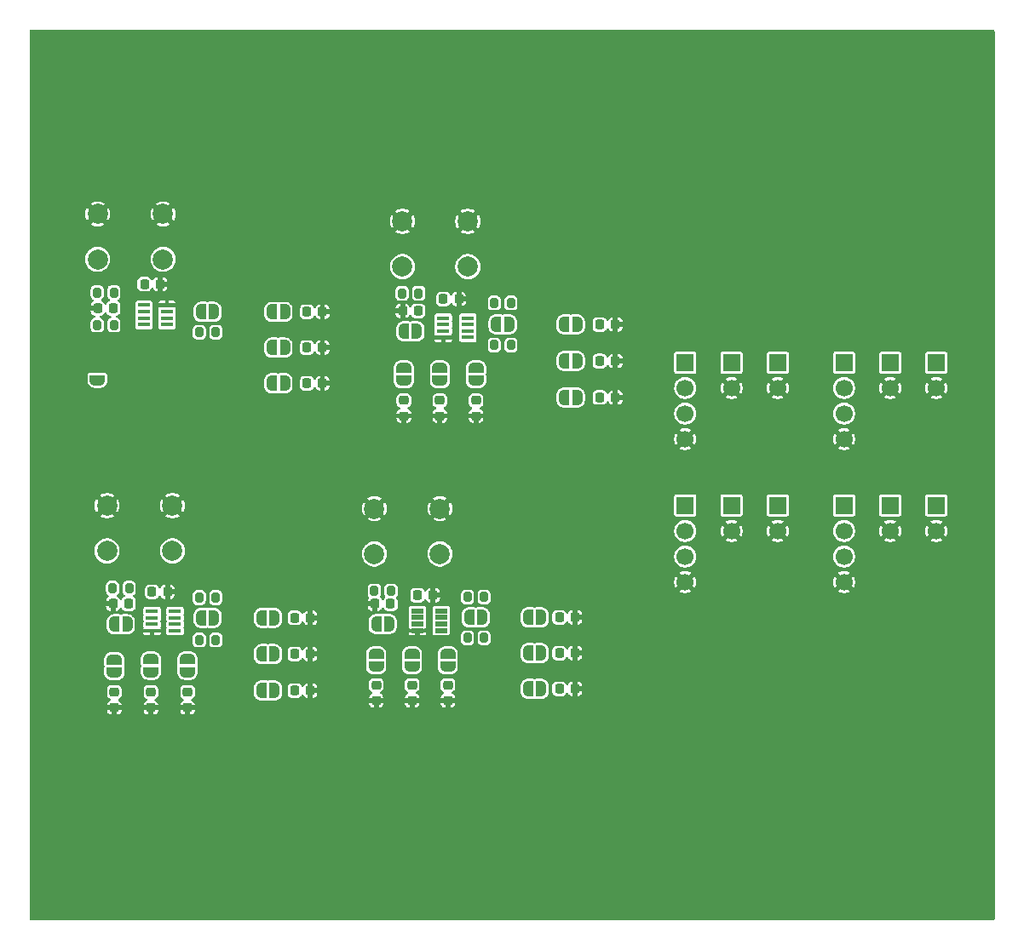
<source format=gtl>
%TF.GenerationSoftware,KiCad,Pcbnew,9.0.1*%
%TF.CreationDate,2025-04-24T13:25:23+07:00*%
%TF.ProjectId,push-button-controller,70757368-2d62-4757-9474-6f6e2d636f6e,rev?*%
%TF.SameCoordinates,Original*%
%TF.FileFunction,Copper,L1,Top*%
%TF.FilePolarity,Positive*%
%FSLAX45Y45*%
G04 Gerber Fmt 4.5, Leading zero omitted, Abs format (unit mm)*
G04 Created by KiCad (PCBNEW 9.0.1) date 2025-04-24 13:25:23*
%MOMM*%
%LPD*%
G01*
G04 APERTURE LIST*
G04 Aperture macros list*
%AMRoundRect*
0 Rectangle with rounded corners*
0 $1 Rounding radius*
0 $2 $3 $4 $5 $6 $7 $8 $9 X,Y pos of 4 corners*
0 Add a 4 corners polygon primitive as box body*
4,1,4,$2,$3,$4,$5,$6,$7,$8,$9,$2,$3,0*
0 Add four circle primitives for the rounded corners*
1,1,$1+$1,$2,$3*
1,1,$1+$1,$4,$5*
1,1,$1+$1,$6,$7*
1,1,$1+$1,$8,$9*
0 Add four rect primitives between the rounded corners*
20,1,$1+$1,$2,$3,$4,$5,0*
20,1,$1+$1,$4,$5,$6,$7,0*
20,1,$1+$1,$6,$7,$8,$9,0*
20,1,$1+$1,$8,$9,$2,$3,0*%
%AMFreePoly0*
4,1,23,0.500000,-0.750000,0.000000,-0.750000,0.000000,-0.745722,-0.065263,-0.745722,-0.191342,-0.711940,-0.304381,-0.646677,-0.396677,-0.554381,-0.461940,-0.441342,-0.495722,-0.315263,-0.495722,-0.250000,-0.500000,-0.250000,-0.500000,0.250000,-0.495722,0.250000,-0.495722,0.315263,-0.461940,0.441342,-0.396677,0.554381,-0.304381,0.646677,-0.191342,0.711940,-0.065263,0.745722,0.000000,0.745722,
0.000000,0.750000,0.500000,0.750000,0.500000,-0.750000,0.500000,-0.750000,$1*%
%AMFreePoly1*
4,1,23,0.000000,0.745722,0.065263,0.745722,0.191342,0.711940,0.304381,0.646677,0.396677,0.554381,0.461940,0.441342,0.495722,0.315263,0.495722,0.250000,0.500000,0.250000,0.500000,-0.250000,0.495722,-0.250000,0.495722,-0.315263,0.461940,-0.441342,0.396677,-0.554381,0.304381,-0.646677,0.191342,-0.711940,0.065263,-0.745722,0.000000,-0.745722,0.000000,-0.750000,-0.500000,-0.750000,
-0.500000,0.750000,0.000000,0.750000,0.000000,0.745722,0.000000,0.745722,$1*%
G04 Aperture macros list end*
%TA.AperFunction,ComponentPad*%
%ADD10R,1.700000X1.700000*%
%TD*%
%TA.AperFunction,ComponentPad*%
%ADD11C,1.700000*%
%TD*%
%TA.AperFunction,SMDPad,CuDef*%
%ADD12FreePoly0,90.000000*%
%TD*%
%TA.AperFunction,SMDPad,CuDef*%
%ADD13FreePoly1,90.000000*%
%TD*%
%TA.AperFunction,SMDPad,CuDef*%
%ADD14RoundRect,0.225000X0.225000X0.250000X-0.225000X0.250000X-0.225000X-0.250000X0.225000X-0.250000X0*%
%TD*%
%TA.AperFunction,SMDPad,CuDef*%
%ADD15RoundRect,0.200000X-0.200000X-0.275000X0.200000X-0.275000X0.200000X0.275000X-0.200000X0.275000X0*%
%TD*%
%TA.AperFunction,SMDPad,CuDef*%
%ADD16RoundRect,0.225000X-0.225000X-0.250000X0.225000X-0.250000X0.225000X0.250000X-0.225000X0.250000X0*%
%TD*%
%TA.AperFunction,SMDPad,CuDef*%
%ADD17R,1.219200X0.406400*%
%TD*%
%TA.AperFunction,ComponentPad*%
%ADD18C,2.000000*%
%TD*%
%TA.AperFunction,SMDPad,CuDef*%
%ADD19RoundRect,0.225000X-0.250000X0.225000X-0.250000X-0.225000X0.250000X-0.225000X0.250000X0.225000X0*%
%TD*%
%TA.AperFunction,SMDPad,CuDef*%
%ADD20FreePoly0,270.000000*%
%TD*%
%TA.AperFunction,SMDPad,CuDef*%
%ADD21FreePoly1,270.000000*%
%TD*%
%TA.AperFunction,SMDPad,CuDef*%
%ADD22FreePoly0,180.000000*%
%TD*%
%TA.AperFunction,SMDPad,CuDef*%
%ADD23FreePoly1,180.000000*%
%TD*%
%TA.AperFunction,SMDPad,CuDef*%
%ADD24FreePoly0,0.000000*%
%TD*%
%TA.AperFunction,SMDPad,CuDef*%
%ADD25FreePoly1,0.000000*%
%TD*%
%TA.AperFunction,SMDPad,CuDef*%
%ADD26RoundRect,0.057500X-0.562500X-0.172500X0.562500X-0.172500X0.562500X0.172500X-0.562500X0.172500X0*%
%TD*%
%TA.AperFunction,SMDPad,CuDef*%
%ADD27RoundRect,0.200000X0.200000X0.275000X-0.200000X0.275000X-0.200000X-0.275000X0.200000X-0.275000X0*%
%TD*%
G04 APERTURE END LIST*
D10*
%TO.P,J12,1,Pin_1*%
%TO.N,VIN*%
X19030400Y-8347840D03*
D11*
%TO.P,J12,2,Pin_2*%
%TO.N,GND*%
X19030400Y-8601840D03*
%TD*%
D10*
%TO.P,J11,1,Pin_1*%
%TO.N,VPU*%
X18112400Y-8347840D03*
D11*
%TO.P,J11,2,Pin_2*%
%TO.N,/LTC2955/\u002AINT*%
X18112400Y-8601840D03*
%TO.P,J11,3,Pin_3*%
%TO.N,/LTC2955/\u002AKILL*%
X18112400Y-8855840D03*
%TO.P,J11,4,Pin_4*%
%TO.N,GND*%
X18112400Y-9109840D03*
%TD*%
D10*
%TO.P,J10,1,Pin_1*%
%TO.N,/LTC2955/EN{slash}~{EN}*%
X18571400Y-8347840D03*
D11*
%TO.P,J10,2,Pin_2*%
%TO.N,GND*%
X18571400Y-8601840D03*
%TD*%
D10*
%TO.P,J9,1,Pin_1*%
%TO.N,/LTC2950/EN{slash}~{EN}*%
X17453400Y-8347840D03*
D11*
%TO.P,J9,2,Pin_2*%
%TO.N,GND*%
X17453400Y-8601840D03*
%TD*%
D10*
%TO.P,J8,1,Pin_1*%
%TO.N,VIN*%
X16994400Y-8347840D03*
D11*
%TO.P,J8,2,Pin_2*%
%TO.N,GND*%
X16994400Y-8601840D03*
%TD*%
D10*
%TO.P,J7,1,Pin_1*%
%TO.N,VPU*%
X16535400Y-8347840D03*
D11*
%TO.P,J7,2,Pin_2*%
%TO.N,/LTC2950/~{INT}*%
X16535400Y-8601840D03*
%TO.P,J7,3,Pin_3*%
%TO.N,/LTC2950/~{KILL}*%
X16535400Y-8855840D03*
%TO.P,J7,4,Pin_4*%
%TO.N,GND*%
X16535400Y-9109840D03*
%TD*%
D10*
%TO.P,J6,1,Pin_1*%
%TO.N,/LTC2954/EN{slash}~{EN}*%
X19030400Y-9768840D03*
D11*
%TO.P,J6,2,Pin_2*%
%TO.N,GND*%
X19030400Y-10022840D03*
%TD*%
D10*
%TO.P,J5,1,Pin_1*%
%TO.N,VIN*%
X18571400Y-9768840D03*
D11*
%TO.P,J5,2,Pin_2*%
%TO.N,GND*%
X18571400Y-10022840D03*
%TD*%
D10*
%TO.P,J4,1,Pin_1*%
%TO.N,VPU*%
X18112400Y-9768840D03*
D11*
%TO.P,J4,2,Pin_2*%
%TO.N,/LTC2954/\u002AINT*%
X18112400Y-10022840D03*
%TO.P,J4,3,Pin_3*%
%TO.N,/LTC2954/\u002AKILL*%
X18112400Y-10276840D03*
%TO.P,J4,4,Pin_4*%
%TO.N,GND*%
X18112400Y-10530840D03*
%TD*%
D10*
%TO.P,J3,1,Pin_1*%
%TO.N,/LTC2951/EN{slash}~{EN}*%
X17453400Y-9768840D03*
D11*
%TO.P,J3,2,Pin_2*%
%TO.N,GND*%
X17453400Y-10022840D03*
%TD*%
D10*
%TO.P,J2,1,Pin_1*%
%TO.N,VIN*%
X16994400Y-9768840D03*
D11*
%TO.P,J2,2,Pin_2*%
%TO.N,GND*%
X16994400Y-10022840D03*
%TD*%
D10*
%TO.P,J1,1,Pin_1*%
%TO.N,VPU*%
X16535400Y-9768840D03*
D11*
%TO.P,J1,2,Pin_2*%
%TO.N,/LTC2951/~INT*%
X16535400Y-10022840D03*
%TO.P,J1,3,Pin_3*%
%TO.N,/LTC2951/~KILL*%
X16535400Y-10276840D03*
%TO.P,J1,4,Pin_4*%
%TO.N,GND*%
X16535400Y-10530840D03*
%TD*%
D12*
%TO.P,JP23,1,A*%
%TO.N,Net-(JP23-A)*%
X14096910Y-8530280D03*
D13*
%TO.P,JP23,2,B*%
%TO.N,/LTC2951/CKILL*%
X14096910Y-8400280D03*
%TD*%
D14*
%TO.P,C25,1*%
%TO.N,Net-(U4-\u002APB)*%
X10851240Y-7809260D03*
%TO.P,C25,2*%
%TO.N,GND*%
X10696240Y-7809260D03*
%TD*%
D15*
%TO.P,R9,1*%
%TO.N,/LTC2951/~INT*%
X14637760Y-8175720D03*
%TO.P,R9,2*%
%TO.N,VPU*%
X14802760Y-8175720D03*
%TD*%
D12*
%TO.P,JP12,1,A*%
%TO.N,Net-(JP12-A)*%
X13818970Y-11375880D03*
D13*
%TO.P,JP12,2,B*%
%TO.N,/LTC2950/CONT*%
X13818970Y-11245880D03*
%TD*%
D16*
%TO.P,C13,1*%
%TO.N,Net-(JP8-A)*%
X12652980Y-10887220D03*
%TO.P,C13,2*%
%TO.N,GND*%
X12807980Y-10887220D03*
%TD*%
D17*
%TO.P,U1,1,VIN*%
%TO.N,VIN*%
X11235920Y-10822220D03*
%TO.P,U1,2,\u002APB*%
%TO.N,Net-(U1-\u002APB)*%
X11235920Y-10887220D03*
%TO.P,U1,3,ONT*%
%TO.N,Net-(JP4-B)*%
X11235920Y-10952220D03*
%TO.P,U1,4,GND*%
%TO.N,GND*%
X11235920Y-11017220D03*
%TO.P,U1,5,\u002AINT*%
%TO.N,/LTC2954/\u002AINT*%
X11464520Y-11017220D03*
%TO.P,U1,6,EN/\u002AEN*%
%TO.N,/LTC2954/EN{slash}~{EN}*%
X11464520Y-10952220D03*
%TO.P,U1,7,PDT*%
%TO.N,Net-(JP3-B)*%
X11464520Y-10887220D03*
%TO.P,U1,8,\u002AKILL*%
%TO.N,/LTC2954/\u002AKILL*%
X11464520Y-10822220D03*
%TD*%
D18*
%TO.P,SW1,1,1*%
%TO.N,GND*%
X13445720Y-9803180D03*
X14095720Y-9803180D03*
%TO.P,SW1,2,2*%
%TO.N,Net-(R1-Pad1)*%
X13445720Y-10253180D03*
X14095720Y-10253180D03*
%TD*%
D16*
%TO.P,C31,1*%
%TO.N,Net-(JP30-A)*%
X12773960Y-8200420D03*
%TO.P,C31,2*%
%TO.N,GND*%
X12928960Y-8200420D03*
%TD*%
%TO.P,C29,1*%
%TO.N,VIN*%
X11161060Y-7567960D03*
%TO.P,C29,2*%
%TO.N,GND*%
X11316060Y-7567960D03*
%TD*%
D12*
%TO.P,JP5,1,A*%
%TO.N,Net-(JP5-A)*%
X10861040Y-11432740D03*
D13*
%TO.P,JP5,2,B*%
%TO.N,/LTC2954/CONT*%
X10861040Y-11302740D03*
%TD*%
D16*
%TO.P,C21,1*%
%TO.N,Net-(JP21-A)*%
X15686100Y-8696420D03*
%TO.P,C21,2*%
%TO.N,GND*%
X15841100Y-8696420D03*
%TD*%
D19*
%TO.P,C8,1*%
%TO.N,Net-(JP11-A)*%
X13463220Y-11557200D03*
%TO.P,C8,2*%
%TO.N,GND*%
X13463220Y-11712200D03*
%TD*%
D16*
%TO.P,C30,1*%
%TO.N,Net-(JP29-A)*%
X12773960Y-7845420D03*
%TO.P,C30,2*%
%TO.N,GND*%
X12928960Y-7845420D03*
%TD*%
D12*
%TO.P,JP11,1,A*%
%TO.N,Net-(JP11-A)*%
X13463220Y-11375880D03*
D13*
%TO.P,JP11,2,B*%
%TO.N,/LTC2950/CONT*%
X13463220Y-11245880D03*
%TD*%
D19*
%TO.P,C23,1*%
%TO.N,Net-(JP23-A)*%
X14096910Y-8724300D03*
%TO.P,C23,2*%
%TO.N,GND*%
X14096910Y-8879300D03*
%TD*%
D16*
%TO.P,C11,1*%
%TO.N,Net-(JP10-A)*%
X12652980Y-11610380D03*
%TO.P,C11,2*%
%TO.N,GND*%
X12807980Y-11610380D03*
%TD*%
%TO.P,C18,1*%
%TO.N,VIN*%
X14129680Y-7718520D03*
%TO.P,C18,2*%
%TO.N,GND*%
X14284680Y-7718520D03*
%TD*%
D20*
%TO.P,JP28,1,A*%
%TO.N,GND*%
X10693060Y-8394500D03*
D21*
%TO.P,JP28,2,B*%
%TO.N,/LTC2955/ON*%
X10693060Y-8524500D03*
%TD*%
D17*
%TO.P,U3,1,VIN*%
%TO.N,VIN*%
X14130980Y-7906480D03*
%TO.P,U3,2,~PB*%
%TO.N,Net-(U3-~PB)*%
X14130980Y-7969980D03*
%TO.P,U3,3,KILLT*%
%TO.N,Net-(JP17-B)*%
X14130980Y-8036020D03*
%TO.P,U3,4,GND*%
%TO.N,GND*%
X14130980Y-8099520D03*
%TO.P,U3,5,~INT*%
%TO.N,/LTC2951/~INT*%
X14374820Y-8099520D03*
%TO.P,U3,6,EN/~EN*%
%TO.N,/LTC2951/EN{slash}~{EN}*%
X14374820Y-8036020D03*
%TO.P,U3,7,OFFT*%
%TO.N,Net-(JP18-B)*%
X14374820Y-7969980D03*
%TO.P,U3,8,~KILL*%
%TO.N,/LTC2951/~KILL*%
X14374820Y-7906480D03*
%TD*%
D19*
%TO.P,C24,1*%
%TO.N,Net-(JP24-A)*%
X14455500Y-8724300D03*
%TO.P,C24,2*%
%TO.N,GND*%
X14455500Y-8879300D03*
%TD*%
D22*
%TO.P,JP16,1,A*%
%TO.N,Net-(JP16-A)*%
X15103480Y-11594160D03*
D23*
%TO.P,JP16,2,B*%
%TO.N,/LTC2950/COFFT*%
X14973480Y-11594160D03*
%TD*%
D24*
%TO.P,JP2,1,A*%
%TO.N,/LTC2950/CONT*%
X13463220Y-10948700D03*
D25*
%TO.P,JP2,2,B*%
%TO.N,Net-(JP2-B)*%
X13593220Y-10948700D03*
%TD*%
D24*
%TO.P,JP4,1,A*%
%TO.N,/LTC2954/CONT*%
X10861040Y-10952220D03*
D25*
%TO.P,JP4,2,B*%
%TO.N,Net-(JP4-B)*%
X10991040Y-10952220D03*
%TD*%
D15*
%TO.P,R12,1*%
%TO.N,/LTC2955/\u002AKILL*%
X11704700Y-8048020D03*
%TO.P,R12,2*%
%TO.N,VPU*%
X11869700Y-8048020D03*
%TD*%
%TO.P,R8,1*%
%TO.N,/LTC2951/~KILL*%
X14637760Y-7756620D03*
%TO.P,R8,2*%
%TO.N,VPU*%
X14802760Y-7756620D03*
%TD*%
D16*
%TO.P,C14,1*%
%TO.N,Net-(JP9-A)*%
X12652980Y-11248800D03*
%TO.P,C14,2*%
%TO.N,GND*%
X12807980Y-11248800D03*
%TD*%
D19*
%TO.P,C12,1*%
%TO.N,Net-(JP7-A)*%
X11588160Y-11625520D03*
%TO.P,C12,2*%
%TO.N,GND*%
X11588160Y-11780520D03*
%TD*%
D16*
%TO.P,C10,1*%
%TO.N,VIN*%
X11235920Y-10628600D03*
%TO.P,C10,2*%
%TO.N,GND*%
X11390920Y-10628600D03*
%TD*%
D15*
%TO.P,R2,1*%
%TO.N,/LTC2950/~{INT}*%
X14370280Y-11087360D03*
%TO.P,R2,2*%
%TO.N,VPU*%
X14535280Y-11087360D03*
%TD*%
D12*
%TO.P,JP7,1,A*%
%TO.N,Net-(JP7-A)*%
X11588160Y-11428700D03*
D13*
%TO.P,JP7,2,B*%
%TO.N,/LTC2954/CONT*%
X11588160Y-11298700D03*
%TD*%
D22*
%TO.P,JP15,1,A*%
%TO.N,Net-(JP15-A)*%
X15103480Y-11238930D03*
D23*
%TO.P,JP15,2,B*%
%TO.N,/LTC2950/COFFT*%
X14973480Y-11238930D03*
%TD*%
D22*
%TO.P,JP21,1,A*%
%TO.N,Net-(JP21-A)*%
X15461940Y-8696420D03*
D23*
%TO.P,JP21,2,B*%
%TO.N,/LTC2951/COFFT*%
X15331940Y-8696420D03*
%TD*%
D15*
%TO.P,R10,1*%
%TO.N,Net-(R10-Pad1)*%
X10691240Y-7651780D03*
%TO.P,R10,2*%
%TO.N,Net-(U4-\u002APB)*%
X10856240Y-7651780D03*
%TD*%
D12*
%TO.P,JP22,1,A*%
%TO.N,Net-(JP22-A)*%
X13738320Y-8530280D03*
D13*
%TO.P,JP22,2,B*%
%TO.N,/LTC2951/CKILL*%
X13738320Y-8400280D03*
%TD*%
D19*
%TO.P,C7,1*%
%TO.N,Net-(JP13-A)*%
X14174720Y-11557200D03*
%TO.P,C7,2*%
%TO.N,GND*%
X14174720Y-11712200D03*
%TD*%
D22*
%TO.P,JP19,1,A*%
%TO.N,Net-(JP19-A)*%
X15461940Y-7969980D03*
D23*
%TO.P,JP19,2,B*%
%TO.N,/LTC2951/COFFT*%
X15331940Y-7969980D03*
%TD*%
D16*
%TO.P,C19,1*%
%TO.N,Net-(JP19-A)*%
X15686100Y-7969980D03*
%TO.P,C19,2*%
%TO.N,GND*%
X15841100Y-7969980D03*
%TD*%
D14*
%TO.P,C17,1*%
%TO.N,Net-(U3-~PB)*%
X13880820Y-7835360D03*
%TO.P,C17,2*%
%TO.N,GND*%
X13725820Y-7835360D03*
%TD*%
D19*
%TO.P,C16,1*%
%TO.N,Net-(JP6-A)*%
X11224600Y-11625520D03*
%TO.P,C16,2*%
%TO.N,GND*%
X11224600Y-11780520D03*
%TD*%
%TO.P,C15,1*%
%TO.N,Net-(JP5-A)*%
X10861040Y-11625520D03*
%TO.P,C15,2*%
%TO.N,GND*%
X10861040Y-11780520D03*
%TD*%
D22*
%TO.P,JP3,1,A*%
%TO.N,/LTC2954/CPDT*%
X11852100Y-10887220D03*
D23*
%TO.P,JP3,2,B*%
%TO.N,Net-(JP3-B)*%
X11722100Y-10887220D03*
%TD*%
D17*
%TO.P,U4,1,ON*%
%TO.N,/LTC2955/ON*%
X11383340Y-7973320D03*
%TO.P,U4,2,\u002AKILL*%
%TO.N,/LTC2955/\u002AKILL*%
X11383340Y-7908320D03*
%TO.P,U4,3,TMR*%
%TO.N,Net-(JP32-B)*%
X11383340Y-7843320D03*
%TO.P,U4,4,GND*%
%TO.N,GND*%
X11383340Y-7778320D03*
%TO.P,U4,5,\u002APB*%
%TO.N,Net-(U4-\u002APB)*%
X11154740Y-7778320D03*
%TO.P,U4,6,VIN*%
%TO.N,VIN*%
X11154740Y-7843320D03*
%TO.P,U4,7,EN/\u002AEN*%
%TO.N,/LTC2955/EN{slash}~{EN}*%
X11154740Y-7908320D03*
%TO.P,U4,8,\u002AINT*%
%TO.N,/LTC2955/\u002AINT*%
X11154740Y-7973320D03*
%TD*%
D16*
%TO.P,C4,1*%
%TO.N,VIN*%
X13872880Y-10663180D03*
%TO.P,C4,2*%
%TO.N,GND*%
X14027880Y-10663180D03*
%TD*%
D22*
%TO.P,JP1,1,A*%
%TO.N,/LTC2950/COFFT*%
X14517780Y-10883700D03*
D23*
%TO.P,JP1,2,B*%
%TO.N,Net-(JP1-B)*%
X14387780Y-10883700D03*
%TD*%
D15*
%TO.P,R4,1*%
%TO.N,Net-(R4-Pad1)*%
X10843540Y-10593040D03*
%TO.P,R4,2*%
%TO.N,Net-(U1-\u002APB)*%
X11008540Y-10593040D03*
%TD*%
D22*
%TO.P,JP32,1,A*%
%TO.N,/LTC2955/CTMR*%
X11852200Y-7844820D03*
D23*
%TO.P,JP32,2,B*%
%TO.N,Net-(JP32-B)*%
X11722200Y-7844820D03*
%TD*%
D22*
%TO.P,JP31,1,A*%
%TO.N,Net-(JP31-A)*%
X12556820Y-8555420D03*
D23*
%TO.P,JP31,2,B*%
%TO.N,/LTC2955/CTMR*%
X12426820Y-8555420D03*
%TD*%
D18*
%TO.P,SW4,1,1*%
%TO.N,GND*%
X10695240Y-6872000D03*
X11345240Y-6872000D03*
%TO.P,SW4,2,2*%
%TO.N,Net-(R10-Pad1)*%
X10695240Y-7322000D03*
X11345240Y-7322000D03*
%TD*%
D26*
%TO.P,U2,1,VIN*%
%TO.N,VIN*%
X13872880Y-10818700D03*
%TO.P,U2,2,~{PB}*%
%TO.N,Net-(U2-~{PB})*%
X13872880Y-10883700D03*
%TO.P,U2,3,ONT*%
%TO.N,Net-(JP2-B)*%
X13872880Y-10948700D03*
%TO.P,U2,4,GND*%
%TO.N,GND*%
X13872880Y-11013700D03*
%TO.P,U2,5,~{INT}*%
%TO.N,/LTC2950/~{INT}*%
X14109880Y-11013700D03*
%TO.P,U2,6,EN/~{EN}*%
%TO.N,/LTC2950/EN{slash}~{EN}*%
X14109880Y-10948700D03*
%TO.P,U2,7,OFFT*%
%TO.N,Net-(JP1-B)*%
X14109880Y-10883700D03*
%TO.P,U2,8,~{KILL}*%
%TO.N,/LTC2950/~{KILL}*%
X14109880Y-10818700D03*
%TD*%
D22*
%TO.P,JP20,1,A*%
%TO.N,Net-(JP20-A)*%
X15461940Y-8333200D03*
D23*
%TO.P,JP20,2,B*%
%TO.N,/LTC2951/COFFT*%
X15331940Y-8333200D03*
%TD*%
D22*
%TO.P,JP29,1,A*%
%TO.N,Net-(JP29-A)*%
X12556820Y-7845420D03*
D23*
%TO.P,JP29,2,B*%
%TO.N,/LTC2955/CTMR*%
X12426820Y-7845420D03*
%TD*%
D16*
%TO.P,C5,1*%
%TO.N,Net-(JP15-A)*%
X15284600Y-11238930D03*
%TO.P,C5,2*%
%TO.N,GND*%
X15439600Y-11238930D03*
%TD*%
D19*
%TO.P,C9,1*%
%TO.N,Net-(JP12-A)*%
X13818970Y-11557200D03*
%TO.P,C9,2*%
%TO.N,GND*%
X13818970Y-11712200D03*
%TD*%
%TO.P,C22,1*%
%TO.N,Net-(JP22-A)*%
X13738320Y-8724300D03*
%TO.P,C22,2*%
%TO.N,GND*%
X13738320Y-8879300D03*
%TD*%
D27*
%TO.P,R11,1*%
%TO.N,/LTC2955/\u002AINT*%
X10856240Y-7976900D03*
%TO.P,R11,2*%
%TO.N,VPU*%
X10691240Y-7976900D03*
%TD*%
D16*
%TO.P,C32,1*%
%TO.N,Net-(JP31-A)*%
X12773960Y-8555420D03*
%TO.P,C32,2*%
%TO.N,GND*%
X12928960Y-8555420D03*
%TD*%
%TO.P,C6,1*%
%TO.N,Net-(JP16-A)*%
X15284600Y-11594160D03*
%TO.P,C6,2*%
%TO.N,GND*%
X15439600Y-11594160D03*
%TD*%
D15*
%TO.P,R6,1*%
%TO.N,/LTC2954/\u002AINT*%
X11704600Y-11108660D03*
%TO.P,R6,2*%
%TO.N,VPU*%
X11869600Y-11108660D03*
%TD*%
D18*
%TO.P,SW3,1,1*%
%TO.N,GND*%
X13723980Y-6944640D03*
X14373980Y-6944640D03*
%TO.P,SW3,2,2*%
%TO.N,Net-(R7-Pad1)*%
X13723980Y-7394640D03*
X14373980Y-7394640D03*
%TD*%
D16*
%TO.P,C20,1*%
%TO.N,Net-(JP20-A)*%
X15686100Y-8333200D03*
%TO.P,C20,2*%
%TO.N,GND*%
X15841100Y-8333200D03*
%TD*%
D14*
%TO.P,C2,1*%
%TO.N,Net-(U1-\u002APB)*%
X11003540Y-10747980D03*
%TO.P,C2,2*%
%TO.N,GND*%
X10848540Y-10747980D03*
%TD*%
D22*
%TO.P,JP18,1,A*%
%TO.N,/LTC2951/COFFT*%
X14785260Y-7969980D03*
D23*
%TO.P,JP18,2,B*%
%TO.N,Net-(JP18-B)*%
X14655260Y-7969980D03*
%TD*%
D22*
%TO.P,JP10,1,A*%
%TO.N,Net-(JP10-A)*%
X12452580Y-11610380D03*
D23*
%TO.P,JP10,2,B*%
%TO.N,/LTC2954/CPDT*%
X12322580Y-11610380D03*
%TD*%
D14*
%TO.P,C1,1*%
%TO.N,Net-(U2-~{PB})*%
X13605720Y-10749540D03*
%TO.P,C1,2*%
%TO.N,GND*%
X13450720Y-10749540D03*
%TD*%
D12*
%TO.P,JP6,1,A*%
%TO.N,Net-(JP6-A)*%
X11224600Y-11428700D03*
D13*
%TO.P,JP6,2,B*%
%TO.N,/LTC2954/CONT*%
X11224600Y-11298700D03*
%TD*%
D22*
%TO.P,JP9,1,A*%
%TO.N,Net-(JP9-A)*%
X12452580Y-11248800D03*
D23*
%TO.P,JP9,2,B*%
%TO.N,/LTC2954/CPDT*%
X12322580Y-11248800D03*
%TD*%
D15*
%TO.P,R5,1*%
%TO.N,/LTC2954/\u002AKILL*%
X11704600Y-10687020D03*
%TO.P,R5,2*%
%TO.N,VPU*%
X11869600Y-10687020D03*
%TD*%
%TO.P,R7,1*%
%TO.N,Net-(R7-Pad1)*%
X13720820Y-7660100D03*
%TO.P,R7,2*%
%TO.N,Net-(U3-~PB)*%
X13885820Y-7660100D03*
%TD*%
D22*
%TO.P,JP14,1,A*%
%TO.N,Net-(JP14-A)*%
X15103480Y-10883700D03*
D23*
%TO.P,JP14,2,B*%
%TO.N,/LTC2950/COFFT*%
X14973480Y-10883700D03*
%TD*%
D18*
%TO.P,SW2,1,1*%
%TO.N,GND*%
X10789120Y-9772620D03*
X11439120Y-9772620D03*
%TO.P,SW2,2,2*%
%TO.N,Net-(R4-Pad1)*%
X10789120Y-10222620D03*
X11439120Y-10222620D03*
%TD*%
D22*
%TO.P,JP8,1,A*%
%TO.N,Net-(JP8-A)*%
X12452580Y-10887220D03*
D23*
%TO.P,JP8,2,B*%
%TO.N,/LTC2954/CPDT*%
X12322580Y-10887220D03*
%TD*%
D24*
%TO.P,JP17,1,A*%
%TO.N,/LTC2951/CKILL*%
X13738320Y-8038560D03*
D25*
%TO.P,JP17,2,B*%
%TO.N,Net-(JP17-B)*%
X13868320Y-8038560D03*
%TD*%
D15*
%TO.P,R1,1*%
%TO.N,Net-(R1-Pad1)*%
X13445720Y-10620000D03*
%TO.P,R1,2*%
%TO.N,Net-(U2-~{PB})*%
X13610720Y-10620000D03*
%TD*%
D12*
%TO.P,JP24,1,A*%
%TO.N,Net-(JP24-A)*%
X14455500Y-8530280D03*
D13*
%TO.P,JP24,2,B*%
%TO.N,/LTC2951/CKILL*%
X14455500Y-8400280D03*
%TD*%
D16*
%TO.P,C3,1*%
%TO.N,Net-(JP14-A)*%
X15284600Y-10883700D03*
%TO.P,C3,2*%
%TO.N,GND*%
X15439600Y-10883700D03*
%TD*%
D15*
%TO.P,R3,1*%
%TO.N,/LTC2950/~{KILL}*%
X14370280Y-10680960D03*
%TO.P,R3,2*%
%TO.N,VPU*%
X14535280Y-10680960D03*
%TD*%
D12*
%TO.P,JP13,1,A*%
%TO.N,Net-(JP13-A)*%
X14174720Y-11375880D03*
D13*
%TO.P,JP13,2,B*%
%TO.N,/LTC2950/CONT*%
X14174720Y-11245880D03*
%TD*%
D22*
%TO.P,JP30,1,A*%
%TO.N,Net-(JP30-A)*%
X12556820Y-8200420D03*
D23*
%TO.P,JP30,2,B*%
%TO.N,/LTC2955/CTMR*%
X12426820Y-8200420D03*
%TD*%
%TA.AperFunction,Conductor*%
%TO.N,GND*%
G36*
X19603854Y-5043119D02*
G01*
X19608429Y-5048399D01*
X19609550Y-5053550D01*
X19609550Y-13879610D01*
X19607582Y-13886314D01*
X19602301Y-13890889D01*
X19597150Y-13892010D01*
X10029410Y-13892010D01*
X10022706Y-13890041D01*
X10018131Y-13884761D01*
X10017010Y-13879610D01*
X10017010Y-11807564D01*
X10788540Y-11807564D01*
X10789148Y-11813221D01*
X10793921Y-11826018D01*
X10793922Y-11826018D01*
X10802107Y-11836953D01*
X10813042Y-11845138D01*
X10813042Y-11845138D01*
X10825839Y-11849912D01*
X10825839Y-11849912D01*
X10831496Y-11850520D01*
X10836040Y-11850520D01*
X10886040Y-11850520D01*
X10890583Y-11850520D01*
X10890584Y-11850520D01*
X10896241Y-11849912D01*
X10909038Y-11845139D01*
X10909038Y-11845138D01*
X10919973Y-11836953D01*
X10928158Y-11826018D01*
X10928159Y-11826018D01*
X10932932Y-11813221D01*
X10933540Y-11807564D01*
X11152100Y-11807564D01*
X11152708Y-11813221D01*
X11157481Y-11826018D01*
X11157482Y-11826018D01*
X11165667Y-11836953D01*
X11176602Y-11845138D01*
X11176602Y-11845138D01*
X11189399Y-11849912D01*
X11189399Y-11849912D01*
X11195055Y-11850520D01*
X11199600Y-11850520D01*
X11249600Y-11850520D01*
X11254143Y-11850520D01*
X11254144Y-11850520D01*
X11259801Y-11849912D01*
X11272598Y-11845139D01*
X11272598Y-11845138D01*
X11283533Y-11836953D01*
X11291718Y-11826018D01*
X11291718Y-11826018D01*
X11296492Y-11813221D01*
X11297100Y-11807564D01*
X11515660Y-11807564D01*
X11516268Y-11813221D01*
X11521041Y-11826018D01*
X11521041Y-11826018D01*
X11529227Y-11836953D01*
X11540161Y-11845138D01*
X11540162Y-11845138D01*
X11552959Y-11849912D01*
X11552959Y-11849912D01*
X11558615Y-11850520D01*
X11563160Y-11850520D01*
X11613160Y-11850520D01*
X11617703Y-11850520D01*
X11617704Y-11850520D01*
X11623361Y-11849912D01*
X11636158Y-11845139D01*
X11636158Y-11845138D01*
X11647093Y-11836953D01*
X11655278Y-11826018D01*
X11655278Y-11826018D01*
X11660052Y-11813221D01*
X11660660Y-11807563D01*
X11660660Y-11807563D01*
X11660660Y-11805520D01*
X11613160Y-11805520D01*
X11613160Y-11850520D01*
X11563160Y-11850520D01*
X11563160Y-11850520D01*
X11563160Y-11805520D01*
X11515660Y-11805520D01*
X11515660Y-11807564D01*
X11297100Y-11807564D01*
X11297100Y-11807563D01*
X11297100Y-11807563D01*
X11297100Y-11805520D01*
X11249600Y-11805520D01*
X11249600Y-11850520D01*
X11199600Y-11850520D01*
X11199600Y-11850520D01*
X11199600Y-11805520D01*
X11152100Y-11805520D01*
X11152100Y-11807564D01*
X10933540Y-11807564D01*
X10933540Y-11807563D01*
X10933540Y-11807563D01*
X10933540Y-11805520D01*
X10886040Y-11805520D01*
X10886040Y-11850520D01*
X10836040Y-11850520D01*
X10836040Y-11850520D01*
X10836040Y-11805520D01*
X10788540Y-11805520D01*
X10788540Y-11807564D01*
X10017010Y-11807564D01*
X10017010Y-11598470D01*
X10788490Y-11598470D01*
X10788490Y-11652568D01*
X10788490Y-11652569D01*
X10789099Y-11658231D01*
X10793245Y-11669349D01*
X10793877Y-11671043D01*
X10802071Y-11681989D01*
X10813017Y-11690183D01*
X10816357Y-11691428D01*
X10821951Y-11695616D01*
X10824392Y-11702162D01*
X10822907Y-11708989D01*
X10817967Y-11713930D01*
X10816357Y-11714665D01*
X10813042Y-11715901D01*
X10813042Y-11715901D01*
X10802107Y-11724087D01*
X10793922Y-11735021D01*
X10793921Y-11735022D01*
X10789148Y-11747819D01*
X10788540Y-11753477D01*
X10788540Y-11755520D01*
X10933540Y-11755520D01*
X10933540Y-11753477D01*
X10933540Y-11753476D01*
X10932932Y-11747819D01*
X10928159Y-11735022D01*
X10928158Y-11735021D01*
X10919973Y-11724087D01*
X10909038Y-11715901D01*
X10909038Y-11715901D01*
X10905723Y-11714665D01*
X10900129Y-11710478D01*
X10897688Y-11703931D01*
X10899173Y-11697104D01*
X10904113Y-11692163D01*
X10905722Y-11691429D01*
X10909063Y-11690183D01*
X10920009Y-11681989D01*
X10928203Y-11671043D01*
X10932981Y-11658231D01*
X10933246Y-11655767D01*
X10933590Y-11652570D01*
X10933590Y-11652569D01*
X10933590Y-11652568D01*
X10933590Y-11598472D01*
X10933590Y-11598470D01*
X11152050Y-11598470D01*
X11152050Y-11652568D01*
X11152050Y-11652569D01*
X11152659Y-11658231D01*
X11156805Y-11669349D01*
X11157437Y-11671043D01*
X11165631Y-11681989D01*
X11176577Y-11690183D01*
X11179917Y-11691428D01*
X11185510Y-11695616D01*
X11187952Y-11702162D01*
X11186467Y-11708989D01*
X11181527Y-11713930D01*
X11179917Y-11714665D01*
X11176602Y-11715901D01*
X11176602Y-11715901D01*
X11165667Y-11724087D01*
X11157482Y-11735021D01*
X11157481Y-11735022D01*
X11152708Y-11747819D01*
X11152100Y-11753477D01*
X11152100Y-11755520D01*
X11297100Y-11755520D01*
X11297100Y-11753477D01*
X11297100Y-11753476D01*
X11296492Y-11747819D01*
X11291719Y-11735022D01*
X11291718Y-11735021D01*
X11283533Y-11724087D01*
X11272598Y-11715901D01*
X11272598Y-11715901D01*
X11269283Y-11714665D01*
X11263689Y-11710478D01*
X11261248Y-11703931D01*
X11262733Y-11697104D01*
X11267673Y-11692163D01*
X11269282Y-11691429D01*
X11272623Y-11690183D01*
X11283569Y-11681989D01*
X11291763Y-11671043D01*
X11296541Y-11658231D01*
X11296806Y-11655767D01*
X11297150Y-11652570D01*
X11297150Y-11652569D01*
X11297150Y-11652568D01*
X11297150Y-11598472D01*
X11297150Y-11598470D01*
X11515610Y-11598470D01*
X11515610Y-11652568D01*
X11515610Y-11652569D01*
X11516219Y-11658231D01*
X11520365Y-11669349D01*
X11520997Y-11671043D01*
X11529191Y-11681989D01*
X11540137Y-11690183D01*
X11543477Y-11691428D01*
X11549070Y-11695616D01*
X11551512Y-11702162D01*
X11550027Y-11708989D01*
X11545086Y-11713930D01*
X11543477Y-11714665D01*
X11540162Y-11715901D01*
X11540161Y-11715901D01*
X11529227Y-11724087D01*
X11521041Y-11735021D01*
X11521041Y-11735022D01*
X11516268Y-11747819D01*
X11515660Y-11753477D01*
X11515660Y-11755520D01*
X11660660Y-11755520D01*
X11660660Y-11753477D01*
X11660660Y-11753476D01*
X11660052Y-11747819D01*
X11656853Y-11739244D01*
X13390720Y-11739244D01*
X13391328Y-11744901D01*
X13396101Y-11757698D01*
X13396101Y-11757698D01*
X13404287Y-11768633D01*
X13415221Y-11776818D01*
X13415222Y-11776818D01*
X13428019Y-11781592D01*
X13428019Y-11781592D01*
X13433675Y-11782200D01*
X13438220Y-11782200D01*
X13488220Y-11782200D01*
X13492763Y-11782200D01*
X13492764Y-11782200D01*
X13498421Y-11781592D01*
X13511218Y-11776819D01*
X13511218Y-11776818D01*
X13522153Y-11768633D01*
X13530338Y-11757698D01*
X13530338Y-11757698D01*
X13535112Y-11744901D01*
X13535720Y-11739244D01*
X13746470Y-11739244D01*
X13747078Y-11744901D01*
X13751851Y-11757698D01*
X13751851Y-11757698D01*
X13760037Y-11768633D01*
X13770971Y-11776818D01*
X13770972Y-11776818D01*
X13783769Y-11781592D01*
X13783769Y-11781592D01*
X13789425Y-11782200D01*
X13793970Y-11782200D01*
X13843970Y-11782200D01*
X13848513Y-11782200D01*
X13848514Y-11782200D01*
X13854171Y-11781592D01*
X13866968Y-11776819D01*
X13866968Y-11776818D01*
X13877903Y-11768633D01*
X13886088Y-11757698D01*
X13886088Y-11757698D01*
X13890862Y-11744901D01*
X13891470Y-11739244D01*
X14102220Y-11739244D01*
X14102828Y-11744901D01*
X14107601Y-11757698D01*
X14107601Y-11757698D01*
X14115787Y-11768633D01*
X14126721Y-11776818D01*
X14126722Y-11776818D01*
X14139519Y-11781592D01*
X14139519Y-11781592D01*
X14145175Y-11782200D01*
X14149720Y-11782200D01*
X14199720Y-11782200D01*
X14204263Y-11782200D01*
X14204264Y-11782200D01*
X14209921Y-11781592D01*
X14222718Y-11776819D01*
X14222718Y-11776818D01*
X14233653Y-11768633D01*
X14241838Y-11757698D01*
X14241838Y-11757698D01*
X14246612Y-11744901D01*
X14247220Y-11739243D01*
X14247220Y-11739243D01*
X14247220Y-11737200D01*
X14199720Y-11737200D01*
X14199720Y-11782200D01*
X14149720Y-11782200D01*
X14149720Y-11782200D01*
X14149720Y-11737200D01*
X14102220Y-11737200D01*
X14102220Y-11739244D01*
X13891470Y-11739244D01*
X13891470Y-11739243D01*
X13891470Y-11739243D01*
X13891470Y-11737200D01*
X13843970Y-11737200D01*
X13843970Y-11782200D01*
X13793970Y-11782200D01*
X13793970Y-11782200D01*
X13793970Y-11737200D01*
X13746470Y-11737200D01*
X13746470Y-11739244D01*
X13535720Y-11739244D01*
X13535720Y-11739243D01*
X13535720Y-11739243D01*
X13535720Y-11737200D01*
X13488220Y-11737200D01*
X13488220Y-11782200D01*
X13438220Y-11782200D01*
X13438220Y-11782200D01*
X13438220Y-11737200D01*
X13390720Y-11737200D01*
X13390720Y-11739244D01*
X11656853Y-11739244D01*
X11655792Y-11736397D01*
X11655791Y-11736397D01*
X11655279Y-11735022D01*
X11655278Y-11735021D01*
X11647093Y-11724087D01*
X11636158Y-11715901D01*
X11636158Y-11715901D01*
X11632843Y-11714665D01*
X11627249Y-11710478D01*
X11624808Y-11703931D01*
X11626293Y-11697104D01*
X11631233Y-11692163D01*
X11632842Y-11691429D01*
X11636183Y-11690183D01*
X11647129Y-11681989D01*
X11655323Y-11671043D01*
X11660101Y-11658231D01*
X11660366Y-11655767D01*
X11660710Y-11652570D01*
X11660710Y-11652569D01*
X11660710Y-11652568D01*
X11660710Y-11598472D01*
X11660101Y-11592809D01*
X11655323Y-11579997D01*
X11654424Y-11578797D01*
X12247030Y-11578797D01*
X12247030Y-11641963D01*
X12247770Y-11647581D01*
X12247901Y-11648576D01*
X12249639Y-11655063D01*
X12251308Y-11661293D01*
X12253860Y-11667453D01*
X12253861Y-11667455D01*
X12260443Y-11678855D01*
X12260444Y-11678856D01*
X12264503Y-11684147D01*
X12264504Y-11684148D01*
X12273812Y-11693456D01*
X12273813Y-11693457D01*
X12276567Y-11695570D01*
X12279104Y-11697517D01*
X12279105Y-11697517D01*
X12290505Y-11704099D01*
X12290506Y-11704100D01*
X12294614Y-11705801D01*
X12296668Y-11706652D01*
X12309384Y-11710059D01*
X12314344Y-11710712D01*
X12315997Y-11710930D01*
X12315997Y-11710930D01*
X12372580Y-11710930D01*
X12372580Y-11710930D01*
X12382358Y-11708985D01*
X12382358Y-11708985D01*
X12382834Y-11708788D01*
X12389781Y-11708040D01*
X12392326Y-11708788D01*
X12392802Y-11708985D01*
X12392802Y-11708985D01*
X12392803Y-11708985D01*
X12392803Y-11708985D01*
X12402579Y-11710930D01*
X12402580Y-11710930D01*
X12402580Y-11710930D01*
X12459163Y-11710930D01*
X12460485Y-11710756D01*
X12465776Y-11710059D01*
X12478492Y-11706652D01*
X12483025Y-11704774D01*
X12484653Y-11704100D01*
X12484654Y-11704100D01*
X12484654Y-11704099D01*
X12496056Y-11697517D01*
X12501347Y-11693456D01*
X12510656Y-11684147D01*
X12514717Y-11678856D01*
X12521299Y-11667454D01*
X12521608Y-11666710D01*
X12523295Y-11662636D01*
X12523852Y-11661292D01*
X12527259Y-11648576D01*
X12528130Y-11641963D01*
X12528130Y-11580830D01*
X12582930Y-11580830D01*
X12582930Y-11639928D01*
X12582930Y-11639929D01*
X12583539Y-11645591D01*
X12588253Y-11658231D01*
X12588317Y-11658403D01*
X12596511Y-11669349D01*
X12605298Y-11675926D01*
X12607398Y-11677499D01*
X12607457Y-11677543D01*
X12620269Y-11682321D01*
X12625931Y-11682930D01*
X12680028Y-11682930D01*
X12685691Y-11682321D01*
X12698503Y-11677543D01*
X12709449Y-11669349D01*
X12717643Y-11658403D01*
X12718888Y-11655062D01*
X12723075Y-11649469D01*
X12729622Y-11647028D01*
X12736449Y-11648513D01*
X12741390Y-11653453D01*
X12742125Y-11655063D01*
X12743361Y-11658378D01*
X12743361Y-11658378D01*
X12751547Y-11669313D01*
X12762481Y-11677498D01*
X12762482Y-11677498D01*
X12775279Y-11682272D01*
X12775279Y-11682272D01*
X12780935Y-11682880D01*
X12832980Y-11682880D01*
X12835023Y-11682880D01*
X12835024Y-11682880D01*
X12840681Y-11682272D01*
X12853478Y-11677499D01*
X12853478Y-11677498D01*
X12864413Y-11669313D01*
X12872598Y-11658378D01*
X12872598Y-11658378D01*
X12877372Y-11645581D01*
X12877980Y-11639923D01*
X12877980Y-11639923D01*
X12877980Y-11635380D01*
X12832980Y-11635380D01*
X12832980Y-11682880D01*
X12780935Y-11682880D01*
X12782980Y-11682880D01*
X12782980Y-11585380D01*
X12832980Y-11585380D01*
X12877980Y-11585380D01*
X12877980Y-11580837D01*
X12877980Y-11580836D01*
X12877372Y-11575179D01*
X12872599Y-11562382D01*
X12872598Y-11562381D01*
X12864413Y-11551447D01*
X12853478Y-11543261D01*
X12853478Y-11543261D01*
X12848588Y-11541438D01*
X12840681Y-11538488D01*
X12835023Y-11537880D01*
X12832980Y-11537880D01*
X12832980Y-11585380D01*
X12782980Y-11585380D01*
X12782980Y-11537880D01*
X12780938Y-11537880D01*
X12780936Y-11537880D01*
X12775279Y-11538488D01*
X12762482Y-11543261D01*
X12762481Y-11543261D01*
X12751547Y-11551447D01*
X12743361Y-11562381D01*
X12743361Y-11562382D01*
X12742125Y-11565697D01*
X12737938Y-11571291D01*
X12731391Y-11573732D01*
X12724564Y-11572247D01*
X12719623Y-11567306D01*
X12718889Y-11565698D01*
X12717643Y-11562357D01*
X12717504Y-11562171D01*
X12715479Y-11559467D01*
X12709449Y-11551411D01*
X12702437Y-11546162D01*
X12698503Y-11543217D01*
X12698503Y-11543217D01*
X12685691Y-11538439D01*
X12685691Y-11538439D01*
X12685691Y-11538439D01*
X12680029Y-11537830D01*
X12625932Y-11537830D01*
X12625931Y-11537830D01*
X12620268Y-11538439D01*
X12607457Y-11543217D01*
X12596511Y-11551411D01*
X12588317Y-11562357D01*
X12583539Y-11575169D01*
X12582930Y-11580830D01*
X12528130Y-11580830D01*
X12528130Y-11578797D01*
X12527259Y-11572184D01*
X12523852Y-11559468D01*
X12522401Y-11555964D01*
X12521300Y-11553306D01*
X12521299Y-11553305D01*
X12514717Y-11541905D01*
X12514717Y-11541904D01*
X12512096Y-11538488D01*
X12510657Y-11536613D01*
X12510656Y-11536612D01*
X12504194Y-11530150D01*
X13390670Y-11530150D01*
X13390670Y-11584248D01*
X13390670Y-11584249D01*
X13391279Y-11589911D01*
X13394472Y-11598471D01*
X13396057Y-11602723D01*
X13404251Y-11613669D01*
X13415197Y-11621863D01*
X13418537Y-11623108D01*
X13424130Y-11627296D01*
X13426572Y-11633842D01*
X13425087Y-11640669D01*
X13420146Y-11645610D01*
X13418537Y-11646345D01*
X13415222Y-11647581D01*
X13415221Y-11647581D01*
X13404287Y-11655767D01*
X13396101Y-11666701D01*
X13396101Y-11666702D01*
X13391328Y-11679499D01*
X13390720Y-11685157D01*
X13390720Y-11687200D01*
X13535720Y-11687200D01*
X13535720Y-11685157D01*
X13535720Y-11685156D01*
X13535112Y-11679499D01*
X13530339Y-11666702D01*
X13530338Y-11666701D01*
X13522153Y-11655767D01*
X13511218Y-11647581D01*
X13511218Y-11647581D01*
X13507903Y-11646345D01*
X13502309Y-11642158D01*
X13499868Y-11635611D01*
X13501353Y-11628784D01*
X13506293Y-11623843D01*
X13507902Y-11623109D01*
X13511243Y-11621863D01*
X13522189Y-11613669D01*
X13530383Y-11602723D01*
X13535161Y-11589911D01*
X13535648Y-11585380D01*
X13535770Y-11584250D01*
X13535770Y-11584249D01*
X13535770Y-11584248D01*
X13535770Y-11530152D01*
X13535770Y-11530150D01*
X13746420Y-11530150D01*
X13746420Y-11584248D01*
X13746420Y-11584249D01*
X13747029Y-11589911D01*
X13750222Y-11598471D01*
X13751807Y-11602723D01*
X13760001Y-11613669D01*
X13770947Y-11621863D01*
X13774287Y-11623108D01*
X13779880Y-11627296D01*
X13782322Y-11633842D01*
X13780837Y-11640669D01*
X13775896Y-11645610D01*
X13774287Y-11646345D01*
X13770972Y-11647581D01*
X13770971Y-11647581D01*
X13760037Y-11655767D01*
X13751851Y-11666701D01*
X13751851Y-11666702D01*
X13747078Y-11679499D01*
X13746470Y-11685157D01*
X13746470Y-11687200D01*
X13891470Y-11687200D01*
X13891470Y-11685157D01*
X13891470Y-11685156D01*
X13890862Y-11679499D01*
X13886089Y-11666702D01*
X13886088Y-11666701D01*
X13877903Y-11655767D01*
X13866968Y-11647581D01*
X13866968Y-11647581D01*
X13863653Y-11646345D01*
X13858059Y-11642158D01*
X13855618Y-11635611D01*
X13857103Y-11628784D01*
X13862043Y-11623843D01*
X13863652Y-11623109D01*
X13866993Y-11621863D01*
X13877939Y-11613669D01*
X13886133Y-11602723D01*
X13890911Y-11589911D01*
X13891398Y-11585380D01*
X13891520Y-11584250D01*
X13891520Y-11584249D01*
X13891520Y-11584248D01*
X13891520Y-11530152D01*
X13891520Y-11530150D01*
X14102170Y-11530150D01*
X14102170Y-11584248D01*
X14102170Y-11584249D01*
X14102779Y-11589911D01*
X14105972Y-11598471D01*
X14107557Y-11602723D01*
X14115751Y-11613669D01*
X14126697Y-11621863D01*
X14130037Y-11623108D01*
X14135630Y-11627296D01*
X14138072Y-11633842D01*
X14136587Y-11640669D01*
X14131646Y-11645610D01*
X14130037Y-11646345D01*
X14126722Y-11647581D01*
X14126721Y-11647581D01*
X14115787Y-11655767D01*
X14107601Y-11666701D01*
X14107601Y-11666702D01*
X14102828Y-11679499D01*
X14102220Y-11685157D01*
X14102220Y-11687200D01*
X14247220Y-11687200D01*
X14247220Y-11685157D01*
X14247220Y-11685156D01*
X14246612Y-11679499D01*
X14241839Y-11666702D01*
X14241838Y-11666701D01*
X14233653Y-11655767D01*
X14222718Y-11647581D01*
X14222718Y-11647581D01*
X14219403Y-11646345D01*
X14213809Y-11642158D01*
X14211368Y-11635611D01*
X14212853Y-11628784D01*
X14217793Y-11623843D01*
X14219402Y-11623109D01*
X14222743Y-11621863D01*
X14233689Y-11613669D01*
X14241883Y-11602723D01*
X14246661Y-11589911D01*
X14247148Y-11585380D01*
X14247270Y-11584250D01*
X14247270Y-11584248D01*
X14247270Y-11562577D01*
X14897930Y-11562577D01*
X14897930Y-11625743D01*
X14898406Y-11629361D01*
X14898801Y-11632356D01*
X14901375Y-11641963D01*
X14902208Y-11645073D01*
X14904760Y-11651233D01*
X14904761Y-11651235D01*
X14911343Y-11662635D01*
X14911344Y-11662636D01*
X14915403Y-11667927D01*
X14915404Y-11667928D01*
X14924712Y-11677236D01*
X14924713Y-11677237D01*
X14926822Y-11678855D01*
X14930004Y-11681297D01*
X14930005Y-11681297D01*
X14941405Y-11687879D01*
X14941406Y-11687880D01*
X14945514Y-11689581D01*
X14947568Y-11690432D01*
X14960284Y-11693839D01*
X14965244Y-11694492D01*
X14966897Y-11694710D01*
X14966897Y-11694710D01*
X15023480Y-11694710D01*
X15023480Y-11694710D01*
X15033258Y-11692765D01*
X15033258Y-11692765D01*
X15033734Y-11692568D01*
X15040681Y-11691820D01*
X15043226Y-11692568D01*
X15043702Y-11692765D01*
X15043702Y-11692765D01*
X15043703Y-11692765D01*
X15043703Y-11692765D01*
X15053479Y-11694710D01*
X15053480Y-11694710D01*
X15053480Y-11694710D01*
X15110063Y-11694710D01*
X15111385Y-11694536D01*
X15116676Y-11693839D01*
X15129392Y-11690432D01*
X15133925Y-11688554D01*
X15135553Y-11687880D01*
X15135554Y-11687880D01*
X15135554Y-11687879D01*
X15146956Y-11681297D01*
X15152247Y-11677236D01*
X15161556Y-11667927D01*
X15165617Y-11662636D01*
X15172199Y-11651234D01*
X15174752Y-11645072D01*
X15178159Y-11632356D01*
X15179030Y-11625743D01*
X15179030Y-11564610D01*
X15214550Y-11564610D01*
X15214550Y-11623708D01*
X15214550Y-11623709D01*
X15215159Y-11629371D01*
X15219855Y-11641963D01*
X15219937Y-11642183D01*
X15228131Y-11653129D01*
X15235177Y-11658403D01*
X15239037Y-11661293D01*
X15239077Y-11661323D01*
X15251889Y-11666101D01*
X15257551Y-11666710D01*
X15311648Y-11666710D01*
X15317311Y-11666101D01*
X15330123Y-11661323D01*
X15341069Y-11653129D01*
X15349263Y-11642183D01*
X15350508Y-11638842D01*
X15354695Y-11633249D01*
X15361242Y-11630808D01*
X15368069Y-11632293D01*
X15373010Y-11637233D01*
X15373745Y-11638843D01*
X15374981Y-11642158D01*
X15374981Y-11642158D01*
X15383167Y-11653093D01*
X15394101Y-11661278D01*
X15394102Y-11661278D01*
X15406899Y-11666052D01*
X15406899Y-11666052D01*
X15412555Y-11666660D01*
X15464600Y-11666660D01*
X15466643Y-11666660D01*
X15466644Y-11666660D01*
X15472301Y-11666052D01*
X15485098Y-11661279D01*
X15485098Y-11661278D01*
X15496033Y-11653093D01*
X15504218Y-11642158D01*
X15504218Y-11642158D01*
X15508992Y-11629361D01*
X15509600Y-11623703D01*
X15509600Y-11623703D01*
X15509600Y-11619160D01*
X15464600Y-11619160D01*
X15464600Y-11666660D01*
X15412555Y-11666660D01*
X15414600Y-11666660D01*
X15414600Y-11569160D01*
X15464600Y-11569160D01*
X15509600Y-11569160D01*
X15509600Y-11564617D01*
X15509600Y-11564616D01*
X15508992Y-11558959D01*
X15504219Y-11546162D01*
X15504218Y-11546161D01*
X15496033Y-11535227D01*
X15485098Y-11527041D01*
X15485098Y-11527041D01*
X15472301Y-11522268D01*
X15466643Y-11521660D01*
X15464600Y-11521660D01*
X15464600Y-11569160D01*
X15414600Y-11569160D01*
X15414600Y-11521660D01*
X15412558Y-11521660D01*
X15412556Y-11521660D01*
X15406899Y-11522268D01*
X15394102Y-11527041D01*
X15394101Y-11527041D01*
X15383167Y-11535227D01*
X15374981Y-11546161D01*
X15374981Y-11546162D01*
X15373745Y-11549477D01*
X15369558Y-11555071D01*
X15363011Y-11557512D01*
X15356184Y-11556027D01*
X15351243Y-11551086D01*
X15350509Y-11549478D01*
X15349263Y-11546137D01*
X15341069Y-11535191D01*
X15334334Y-11530150D01*
X15330123Y-11526997D01*
X15330123Y-11526997D01*
X15317311Y-11522219D01*
X15317311Y-11522219D01*
X15317311Y-11522219D01*
X15311649Y-11521610D01*
X15257552Y-11521610D01*
X15257551Y-11521610D01*
X15251888Y-11522219D01*
X15239077Y-11526997D01*
X15228131Y-11535191D01*
X15219937Y-11546137D01*
X15215159Y-11558949D01*
X15214550Y-11564610D01*
X15179030Y-11564610D01*
X15179030Y-11562577D01*
X15179004Y-11562382D01*
X15178621Y-11559468D01*
X15178159Y-11555964D01*
X15174752Y-11543248D01*
X15172760Y-11538439D01*
X15172200Y-11537086D01*
X15172199Y-11537085D01*
X15165617Y-11525685D01*
X15165617Y-11525684D01*
X15162996Y-11522268D01*
X15161557Y-11520393D01*
X15161556Y-11520392D01*
X15152248Y-11511084D01*
X15152247Y-11511083D01*
X15146956Y-11507024D01*
X15146956Y-11507023D01*
X15146956Y-11507023D01*
X15146955Y-11507023D01*
X15146955Y-11507023D01*
X15135555Y-11500441D01*
X15135553Y-11500440D01*
X15129393Y-11497888D01*
X15129392Y-11497888D01*
X15129392Y-11497888D01*
X15116676Y-11494481D01*
X15116675Y-11494480D01*
X15116675Y-11494480D01*
X15110063Y-11493610D01*
X15110063Y-11493610D01*
X15053480Y-11493610D01*
X15053480Y-11493610D01*
X15043703Y-11495555D01*
X15043225Y-11495753D01*
X15036278Y-11496499D01*
X15033735Y-11495753D01*
X15033257Y-11495555D01*
X15023480Y-11493610D01*
X15023480Y-11493610D01*
X14966897Y-11493610D01*
X14966897Y-11493610D01*
X14960285Y-11494480D01*
X14947567Y-11497888D01*
X14941406Y-11500440D01*
X14941405Y-11500441D01*
X14930005Y-11507023D01*
X14930003Y-11507024D01*
X14924713Y-11511083D01*
X14924712Y-11511084D01*
X14915404Y-11520392D01*
X14915403Y-11520393D01*
X14911344Y-11525683D01*
X14911343Y-11525685D01*
X14904761Y-11537085D01*
X14904760Y-11537086D01*
X14902208Y-11543247D01*
X14898800Y-11555965D01*
X14897930Y-11562577D01*
X14247270Y-11562577D01*
X14247270Y-11562171D01*
X14247270Y-11530152D01*
X14247270Y-11530151D01*
X14246931Y-11526997D01*
X14246661Y-11524489D01*
X14246197Y-11523243D01*
X14243741Y-11516660D01*
X14241883Y-11511677D01*
X14233689Y-11500731D01*
X14224176Y-11493610D01*
X14222743Y-11492537D01*
X14222743Y-11492537D01*
X14209931Y-11487759D01*
X14209931Y-11487759D01*
X14209931Y-11487759D01*
X14204269Y-11487150D01*
X14145172Y-11487150D01*
X14145171Y-11487150D01*
X14139508Y-11487759D01*
X14126697Y-11492537D01*
X14115751Y-11500731D01*
X14107557Y-11511677D01*
X14107557Y-11511677D01*
X14103244Y-11523243D01*
X14102779Y-11524489D01*
X14102170Y-11530150D01*
X13891520Y-11530150D01*
X13890911Y-11524489D01*
X13890447Y-11523243D01*
X13887991Y-11516660D01*
X13886133Y-11511677D01*
X13877939Y-11500731D01*
X13868426Y-11493610D01*
X13866993Y-11492537D01*
X13866993Y-11492537D01*
X13854181Y-11487759D01*
X13854181Y-11487759D01*
X13854181Y-11487759D01*
X13848519Y-11487150D01*
X13789422Y-11487150D01*
X13789421Y-11487150D01*
X13783758Y-11487759D01*
X13770947Y-11492537D01*
X13760001Y-11500731D01*
X13751807Y-11511677D01*
X13751807Y-11511677D01*
X13747494Y-11523243D01*
X13747029Y-11524489D01*
X13746420Y-11530150D01*
X13535770Y-11530150D01*
X13535161Y-11524489D01*
X13534697Y-11523243D01*
X13532241Y-11516660D01*
X13530383Y-11511677D01*
X13522189Y-11500731D01*
X13512676Y-11493610D01*
X13511243Y-11492537D01*
X13511243Y-11492537D01*
X13498431Y-11487759D01*
X13498431Y-11487759D01*
X13498431Y-11487759D01*
X13492769Y-11487150D01*
X13433672Y-11487150D01*
X13433671Y-11487150D01*
X13428008Y-11487759D01*
X13415197Y-11492537D01*
X13404251Y-11500731D01*
X13396057Y-11511677D01*
X13396057Y-11511677D01*
X13391744Y-11523243D01*
X13391279Y-11524489D01*
X13390670Y-11530150D01*
X12504194Y-11530150D01*
X12501348Y-11527304D01*
X12501347Y-11527303D01*
X12496056Y-11523244D01*
X12496056Y-11523243D01*
X12496056Y-11523243D01*
X12496055Y-11523243D01*
X12496055Y-11523243D01*
X12484655Y-11516661D01*
X12484653Y-11516660D01*
X12478493Y-11514108D01*
X12478492Y-11514108D01*
X12478492Y-11514108D01*
X12465776Y-11510701D01*
X12465775Y-11510700D01*
X12465775Y-11510700D01*
X12459163Y-11509830D01*
X12459163Y-11509830D01*
X12402580Y-11509830D01*
X12402580Y-11509830D01*
X12392803Y-11511775D01*
X12392325Y-11511973D01*
X12385378Y-11512719D01*
X12382835Y-11511973D01*
X12382357Y-11511775D01*
X12372580Y-11509830D01*
X12372580Y-11509830D01*
X12315997Y-11509830D01*
X12315997Y-11509830D01*
X12309385Y-11510700D01*
X12296667Y-11514108D01*
X12290506Y-11516660D01*
X12290505Y-11516661D01*
X12279105Y-11523243D01*
X12279103Y-11523244D01*
X12273813Y-11527303D01*
X12273812Y-11527304D01*
X12264504Y-11536612D01*
X12264503Y-11536613D01*
X12260444Y-11541903D01*
X12260443Y-11541905D01*
X12253861Y-11553305D01*
X12253860Y-11553306D01*
X12251308Y-11559467D01*
X12247900Y-11572185D01*
X12247030Y-11578797D01*
X11654424Y-11578797D01*
X11647129Y-11569051D01*
X11640551Y-11564127D01*
X11636183Y-11560857D01*
X11636183Y-11560857D01*
X11623371Y-11556079D01*
X11623371Y-11556079D01*
X11623371Y-11556079D01*
X11617709Y-11555470D01*
X11558612Y-11555470D01*
X11558611Y-11555470D01*
X11552948Y-11556079D01*
X11540137Y-11560857D01*
X11529191Y-11569051D01*
X11520997Y-11579997D01*
X11516219Y-11592809D01*
X11515610Y-11598470D01*
X11297150Y-11598470D01*
X11296541Y-11592809D01*
X11295460Y-11589911D01*
X11293348Y-11584248D01*
X11291763Y-11579997D01*
X11283569Y-11569051D01*
X11276991Y-11564127D01*
X11272623Y-11560857D01*
X11272623Y-11560857D01*
X11259811Y-11556079D01*
X11259811Y-11556079D01*
X11259811Y-11556079D01*
X11254149Y-11555470D01*
X11195052Y-11555470D01*
X11195051Y-11555470D01*
X11189388Y-11556079D01*
X11176577Y-11560857D01*
X11165631Y-11569051D01*
X11157437Y-11579997D01*
X11152659Y-11592809D01*
X11152050Y-11598470D01*
X10933590Y-11598470D01*
X10932981Y-11592809D01*
X10931900Y-11589911D01*
X10929788Y-11584248D01*
X10928203Y-11579997D01*
X10920009Y-11569051D01*
X10913431Y-11564127D01*
X10909063Y-11560857D01*
X10909063Y-11560857D01*
X10896251Y-11556079D01*
X10896251Y-11556079D01*
X10896251Y-11556079D01*
X10890589Y-11555470D01*
X10831492Y-11555470D01*
X10831491Y-11555470D01*
X10825829Y-11556079D01*
X10813017Y-11560857D01*
X10802071Y-11569051D01*
X10793877Y-11579997D01*
X10789099Y-11592809D01*
X10788490Y-11598470D01*
X10017010Y-11598470D01*
X10017010Y-11296157D01*
X10760490Y-11296157D01*
X10760490Y-11352740D01*
X10762435Y-11362517D01*
X10762633Y-11362995D01*
X10763379Y-11369942D01*
X10762633Y-11372485D01*
X10762435Y-11372963D01*
X10760490Y-11382739D01*
X10760490Y-11439323D01*
X10761185Y-11444600D01*
X10761361Y-11445936D01*
X10763686Y-11454613D01*
X10764768Y-11458653D01*
X10767320Y-11464813D01*
X10767321Y-11464815D01*
X10773903Y-11476215D01*
X10773904Y-11476216D01*
X10777963Y-11481507D01*
X10777964Y-11481508D01*
X10787272Y-11490816D01*
X10787273Y-11490817D01*
X10789515Y-11492537D01*
X10792564Y-11494877D01*
X10792565Y-11494877D01*
X10803965Y-11501459D01*
X10803967Y-11501460D01*
X10808074Y-11503161D01*
X10810128Y-11504012D01*
X10822844Y-11507419D01*
X10827804Y-11508072D01*
X10829457Y-11508290D01*
X10829457Y-11508290D01*
X10892623Y-11508290D01*
X10893945Y-11508116D01*
X10899236Y-11507419D01*
X10911952Y-11504012D01*
X10916485Y-11502134D01*
X10918113Y-11501460D01*
X10918114Y-11501460D01*
X10918114Y-11501459D01*
X10929516Y-11494877D01*
X10934807Y-11490816D01*
X10944117Y-11481507D01*
X10948177Y-11476216D01*
X10954760Y-11464814D01*
X10957312Y-11458652D01*
X10960719Y-11445936D01*
X10961590Y-11439323D01*
X10961590Y-11382740D01*
X10961590Y-11382740D01*
X10961590Y-11382739D01*
X10959645Y-11372963D01*
X10959645Y-11372963D01*
X10959645Y-11372962D01*
X10959645Y-11372962D01*
X10959448Y-11372486D01*
X10958700Y-11365539D01*
X10959448Y-11362994D01*
X10959645Y-11362518D01*
X10959645Y-11362518D01*
X10961590Y-11352740D01*
X10961590Y-11296157D01*
X10961590Y-11296157D01*
X10961218Y-11293330D01*
X10961058Y-11292117D01*
X11124050Y-11292117D01*
X11124050Y-11348700D01*
X11125995Y-11358477D01*
X11126193Y-11358955D01*
X11126939Y-11365902D01*
X11126193Y-11368445D01*
X11125995Y-11368923D01*
X11124050Y-11378699D01*
X11124050Y-11435283D01*
X11124921Y-11441895D01*
X11128328Y-11454613D01*
X11130880Y-11460773D01*
X11130881Y-11460775D01*
X11137463Y-11472175D01*
X11137464Y-11472176D01*
X11141523Y-11477467D01*
X11141524Y-11477468D01*
X11150832Y-11486776D01*
X11150833Y-11486777D01*
X11154601Y-11489668D01*
X11156124Y-11490837D01*
X11156125Y-11490837D01*
X11167525Y-11497419D01*
X11167527Y-11497420D01*
X11171448Y-11499044D01*
X11173688Y-11499972D01*
X11186404Y-11503379D01*
X11191207Y-11504012D01*
X11193017Y-11504250D01*
X11193017Y-11504250D01*
X11256183Y-11504250D01*
X11257505Y-11504076D01*
X11262796Y-11503379D01*
X11275512Y-11499972D01*
X11280543Y-11497888D01*
X11281673Y-11497420D01*
X11281674Y-11497420D01*
X11281674Y-11497419D01*
X11293076Y-11490837D01*
X11298367Y-11486776D01*
X11307676Y-11477467D01*
X11311737Y-11472176D01*
X11318319Y-11460774D01*
X11320872Y-11454612D01*
X11324279Y-11441896D01*
X11325150Y-11435283D01*
X11325150Y-11378700D01*
X11325150Y-11378700D01*
X11325150Y-11378699D01*
X11323205Y-11368923D01*
X11323205Y-11368923D01*
X11323205Y-11368922D01*
X11323205Y-11368922D01*
X11323008Y-11368446D01*
X11322260Y-11361499D01*
X11323008Y-11358954D01*
X11323205Y-11358478D01*
X11323205Y-11358478D01*
X11325150Y-11348700D01*
X11325150Y-11292117D01*
X11325150Y-11292117D01*
X11487610Y-11292117D01*
X11487610Y-11348700D01*
X11489555Y-11358477D01*
X11489753Y-11358955D01*
X11490499Y-11365902D01*
X11489753Y-11368445D01*
X11489555Y-11368923D01*
X11487610Y-11378699D01*
X11487610Y-11435283D01*
X11488480Y-11441895D01*
X11491888Y-11454613D01*
X11494440Y-11460773D01*
X11494441Y-11460775D01*
X11501023Y-11472175D01*
X11501024Y-11472176D01*
X11505083Y-11477467D01*
X11505084Y-11477468D01*
X11514392Y-11486776D01*
X11514393Y-11486777D01*
X11518161Y-11489668D01*
X11519684Y-11490837D01*
X11519685Y-11490837D01*
X11531085Y-11497419D01*
X11531086Y-11497420D01*
X11535008Y-11499044D01*
X11537248Y-11499972D01*
X11549964Y-11503379D01*
X11554767Y-11504012D01*
X11556577Y-11504250D01*
X11556577Y-11504250D01*
X11619743Y-11504250D01*
X11621065Y-11504076D01*
X11626356Y-11503379D01*
X11639072Y-11499972D01*
X11644103Y-11497888D01*
X11645233Y-11497420D01*
X11645234Y-11497420D01*
X11645234Y-11497419D01*
X11656636Y-11490837D01*
X11661927Y-11486776D01*
X11671236Y-11477467D01*
X11675297Y-11472176D01*
X11681879Y-11460774D01*
X11684432Y-11454612D01*
X11687839Y-11441896D01*
X11688710Y-11435283D01*
X11688710Y-11378700D01*
X11688710Y-11378700D01*
X11688710Y-11378699D01*
X11686765Y-11368923D01*
X11686765Y-11368923D01*
X11686765Y-11368922D01*
X11686765Y-11368922D01*
X11686568Y-11368446D01*
X11685820Y-11361499D01*
X11686568Y-11358954D01*
X11686765Y-11358478D01*
X11686765Y-11358478D01*
X11688710Y-11348700D01*
X11688710Y-11292117D01*
X11687839Y-11285504D01*
X11684432Y-11272788D01*
X11682647Y-11268478D01*
X11681880Y-11266626D01*
X11681879Y-11266625D01*
X11675297Y-11255225D01*
X11675297Y-11255224D01*
X11671236Y-11249933D01*
X11671236Y-11249932D01*
X11661928Y-11240624D01*
X11661927Y-11240623D01*
X11656636Y-11236564D01*
X11656636Y-11236563D01*
X11656636Y-11236563D01*
X11656635Y-11236563D01*
X11656635Y-11236563D01*
X11645235Y-11229981D01*
X11645233Y-11229980D01*
X11641099Y-11228268D01*
X11639073Y-11227428D01*
X11639072Y-11227428D01*
X11639072Y-11227428D01*
X11626356Y-11224021D01*
X11626355Y-11224020D01*
X11626355Y-11224020D01*
X11619743Y-11223150D01*
X11619743Y-11223150D01*
X11556577Y-11223150D01*
X11556577Y-11223150D01*
X11549965Y-11224020D01*
X11537247Y-11227428D01*
X11531086Y-11229980D01*
X11531085Y-11229981D01*
X11519685Y-11236563D01*
X11519683Y-11236564D01*
X11514393Y-11240623D01*
X11514392Y-11240624D01*
X11505084Y-11249932D01*
X11505083Y-11249933D01*
X11501024Y-11255223D01*
X11501023Y-11255225D01*
X11494441Y-11266625D01*
X11494440Y-11266626D01*
X11491888Y-11272787D01*
X11488480Y-11285505D01*
X11487610Y-11292117D01*
X11325150Y-11292117D01*
X11324279Y-11285504D01*
X11320872Y-11272788D01*
X11319087Y-11268478D01*
X11318320Y-11266626D01*
X11318319Y-11266625D01*
X11311737Y-11255225D01*
X11311737Y-11255224D01*
X11307676Y-11249933D01*
X11307676Y-11249932D01*
X11298368Y-11240624D01*
X11298367Y-11240623D01*
X11293076Y-11236564D01*
X11293076Y-11236563D01*
X11293076Y-11236563D01*
X11293075Y-11236563D01*
X11293075Y-11236563D01*
X11281675Y-11229981D01*
X11281673Y-11229980D01*
X11275513Y-11227428D01*
X11275512Y-11227428D01*
X11275512Y-11227428D01*
X11262796Y-11224021D01*
X11262795Y-11224020D01*
X11262795Y-11224020D01*
X11256183Y-11223150D01*
X11256183Y-11223150D01*
X11193017Y-11223150D01*
X11193017Y-11223150D01*
X11186405Y-11224020D01*
X11173687Y-11227428D01*
X11167527Y-11229980D01*
X11167525Y-11229981D01*
X11156125Y-11236563D01*
X11156123Y-11236564D01*
X11150833Y-11240623D01*
X11150832Y-11240624D01*
X11141524Y-11249932D01*
X11141523Y-11249933D01*
X11137464Y-11255223D01*
X11137463Y-11255225D01*
X11130881Y-11266625D01*
X11130880Y-11266626D01*
X11128328Y-11272787D01*
X11124921Y-11285505D01*
X11124050Y-11292117D01*
X10961058Y-11292117D01*
X10960968Y-11291431D01*
X10960719Y-11289544D01*
X10957312Y-11276828D01*
X10955638Y-11272787D01*
X10954760Y-11270666D01*
X10954759Y-11270665D01*
X10948177Y-11259265D01*
X10948177Y-11259264D01*
X10944117Y-11253973D01*
X10944116Y-11253972D01*
X10934808Y-11244664D01*
X10934807Y-11244663D01*
X10929517Y-11240604D01*
X10929516Y-11240603D01*
X10929516Y-11240603D01*
X10929515Y-11240603D01*
X10929515Y-11240603D01*
X10918115Y-11234021D01*
X10918113Y-11234020D01*
X10911953Y-11231468D01*
X10911952Y-11231468D01*
X10911952Y-11231468D01*
X10899236Y-11228061D01*
X10899236Y-11228060D01*
X10899235Y-11228060D01*
X10892623Y-11227190D01*
X10892623Y-11227190D01*
X10829457Y-11227190D01*
X10829457Y-11227190D01*
X10822845Y-11228060D01*
X10810127Y-11231468D01*
X10803967Y-11234020D01*
X10803965Y-11234021D01*
X10792565Y-11240603D01*
X10792563Y-11240604D01*
X10787273Y-11244663D01*
X10787272Y-11244664D01*
X10777964Y-11253972D01*
X10777963Y-11253973D01*
X10773904Y-11259263D01*
X10773903Y-11259265D01*
X10767321Y-11270665D01*
X10767320Y-11270666D01*
X10764768Y-11276827D01*
X10761361Y-11289545D01*
X10760490Y-11296157D01*
X10017010Y-11296157D01*
X10017010Y-11217217D01*
X12247030Y-11217217D01*
X12247030Y-11280383D01*
X12247895Y-11286953D01*
X12247901Y-11286996D01*
X12250822Y-11297899D01*
X12251308Y-11299713D01*
X12253860Y-11305873D01*
X12253861Y-11305875D01*
X12260443Y-11317275D01*
X12260444Y-11317276D01*
X12264503Y-11322567D01*
X12264504Y-11322568D01*
X12273812Y-11331876D01*
X12273813Y-11331877D01*
X12274820Y-11332649D01*
X12279104Y-11335937D01*
X12279105Y-11335937D01*
X12290505Y-11342519D01*
X12290506Y-11342520D01*
X12294614Y-11344221D01*
X12296668Y-11345072D01*
X12309384Y-11348479D01*
X12314344Y-11349132D01*
X12315997Y-11349350D01*
X12315997Y-11349350D01*
X12372580Y-11349350D01*
X12372580Y-11349350D01*
X12382358Y-11347405D01*
X12382358Y-11347405D01*
X12382834Y-11347208D01*
X12389781Y-11346460D01*
X12392326Y-11347208D01*
X12392802Y-11347405D01*
X12392802Y-11347405D01*
X12392803Y-11347405D01*
X12392803Y-11347405D01*
X12402579Y-11349350D01*
X12402580Y-11349350D01*
X12402580Y-11349350D01*
X12459163Y-11349350D01*
X12460485Y-11349176D01*
X12465776Y-11348479D01*
X12478492Y-11345072D01*
X12483025Y-11343194D01*
X12484653Y-11342520D01*
X12484654Y-11342520D01*
X12484654Y-11342519D01*
X12496056Y-11335937D01*
X12501347Y-11331876D01*
X12510656Y-11322567D01*
X12514717Y-11317276D01*
X12521150Y-11306134D01*
X12521299Y-11305875D01*
X12521300Y-11305873D01*
X12521974Y-11304245D01*
X12523852Y-11299712D01*
X12527259Y-11286996D01*
X12528130Y-11280383D01*
X12528130Y-11219250D01*
X12582930Y-11219250D01*
X12582930Y-11278348D01*
X12582930Y-11278349D01*
X12583539Y-11284011D01*
X12588069Y-11296157D01*
X12588317Y-11296823D01*
X12596511Y-11307769D01*
X12603609Y-11313082D01*
X12607398Y-11315919D01*
X12607457Y-11315963D01*
X12620269Y-11320741D01*
X12625931Y-11321350D01*
X12680028Y-11321350D01*
X12685691Y-11320741D01*
X12698503Y-11315963D01*
X12709449Y-11307769D01*
X12717643Y-11296823D01*
X12718888Y-11293482D01*
X12723075Y-11287889D01*
X12729622Y-11285448D01*
X12736449Y-11286933D01*
X12741390Y-11291873D01*
X12742125Y-11293483D01*
X12743361Y-11296798D01*
X12743361Y-11296798D01*
X12751547Y-11307733D01*
X12762481Y-11315918D01*
X12762482Y-11315918D01*
X12775279Y-11320692D01*
X12775279Y-11320692D01*
X12780935Y-11321300D01*
X12832980Y-11321300D01*
X12835023Y-11321300D01*
X12835024Y-11321300D01*
X12840681Y-11320692D01*
X12853478Y-11315919D01*
X12853478Y-11315918D01*
X12864413Y-11307733D01*
X12872598Y-11296798D01*
X12872598Y-11296798D01*
X12877372Y-11284001D01*
X12877980Y-11278343D01*
X12877980Y-11278343D01*
X12877980Y-11273800D01*
X12832980Y-11273800D01*
X12832980Y-11321300D01*
X12780935Y-11321300D01*
X12782980Y-11321300D01*
X12782980Y-11239297D01*
X13362670Y-11239297D01*
X13362670Y-11295880D01*
X13364615Y-11305657D01*
X13364813Y-11306135D01*
X13365559Y-11313082D01*
X13364813Y-11315625D01*
X13364615Y-11316103D01*
X13362670Y-11325879D01*
X13362670Y-11382463D01*
X13363540Y-11389075D01*
X13366948Y-11401793D01*
X13369500Y-11407953D01*
X13369501Y-11407955D01*
X13376083Y-11419355D01*
X13376084Y-11419356D01*
X13380143Y-11424647D01*
X13380144Y-11424648D01*
X13389452Y-11433956D01*
X13389453Y-11433956D01*
X13394744Y-11438017D01*
X13394745Y-11438017D01*
X13406145Y-11444599D01*
X13406146Y-11444600D01*
X13409370Y-11445935D01*
X13412308Y-11447152D01*
X13425024Y-11450559D01*
X13429984Y-11451212D01*
X13431637Y-11451430D01*
X13431637Y-11451430D01*
X13494803Y-11451430D01*
X13496125Y-11451256D01*
X13501416Y-11450559D01*
X13514132Y-11447152D01*
X13518665Y-11445274D01*
X13520293Y-11444600D01*
X13520294Y-11444600D01*
X13520294Y-11444599D01*
X13531696Y-11438017D01*
X13536987Y-11433956D01*
X13546296Y-11424647D01*
X13550357Y-11419356D01*
X13556939Y-11407954D01*
X13559492Y-11401792D01*
X13562899Y-11389076D01*
X13563770Y-11382463D01*
X13563770Y-11325880D01*
X13563770Y-11325880D01*
X13563770Y-11325879D01*
X13561825Y-11316103D01*
X13561825Y-11316103D01*
X13561825Y-11316102D01*
X13561825Y-11316102D01*
X13561628Y-11315626D01*
X13560880Y-11308679D01*
X13561628Y-11306134D01*
X13561825Y-11305658D01*
X13561825Y-11305658D01*
X13563770Y-11295880D01*
X13563770Y-11239297D01*
X13563770Y-11239297D01*
X13718420Y-11239297D01*
X13718420Y-11295880D01*
X13720365Y-11305657D01*
X13720563Y-11306135D01*
X13721309Y-11313082D01*
X13720563Y-11315625D01*
X13720365Y-11316103D01*
X13718420Y-11325879D01*
X13718420Y-11382463D01*
X13719290Y-11389075D01*
X13722698Y-11401793D01*
X13725250Y-11407953D01*
X13725251Y-11407955D01*
X13731833Y-11419355D01*
X13731834Y-11419356D01*
X13735893Y-11424647D01*
X13735894Y-11424648D01*
X13745202Y-11433956D01*
X13745203Y-11433956D01*
X13750494Y-11438017D01*
X13750495Y-11438017D01*
X13761895Y-11444599D01*
X13761896Y-11444600D01*
X13765120Y-11445935D01*
X13768058Y-11447152D01*
X13780774Y-11450559D01*
X13785734Y-11451212D01*
X13787387Y-11451430D01*
X13787387Y-11451430D01*
X13850553Y-11451430D01*
X13851875Y-11451256D01*
X13857166Y-11450559D01*
X13869882Y-11447152D01*
X13874415Y-11445274D01*
X13876043Y-11444600D01*
X13876044Y-11444600D01*
X13876044Y-11444599D01*
X13887446Y-11438017D01*
X13892737Y-11433956D01*
X13902046Y-11424647D01*
X13906107Y-11419356D01*
X13912689Y-11407954D01*
X13915242Y-11401792D01*
X13918649Y-11389076D01*
X13919520Y-11382463D01*
X13919520Y-11325880D01*
X13919520Y-11325880D01*
X13919520Y-11325879D01*
X13917575Y-11316103D01*
X13917575Y-11316103D01*
X13917575Y-11316102D01*
X13917575Y-11316102D01*
X13917378Y-11315626D01*
X13916630Y-11308679D01*
X13917378Y-11306134D01*
X13917575Y-11305658D01*
X13917575Y-11305658D01*
X13919520Y-11295880D01*
X13919520Y-11239297D01*
X13919520Y-11239297D01*
X14074170Y-11239297D01*
X14074170Y-11295880D01*
X14076115Y-11305657D01*
X14076313Y-11306135D01*
X14077059Y-11313082D01*
X14076313Y-11315625D01*
X14076115Y-11316103D01*
X14074170Y-11325879D01*
X14074170Y-11382463D01*
X14075040Y-11389075D01*
X14078448Y-11401793D01*
X14081000Y-11407953D01*
X14081001Y-11407955D01*
X14087583Y-11419355D01*
X14087584Y-11419356D01*
X14091643Y-11424647D01*
X14091644Y-11424648D01*
X14100952Y-11433956D01*
X14100953Y-11433956D01*
X14106244Y-11438017D01*
X14106245Y-11438017D01*
X14117645Y-11444599D01*
X14117646Y-11444600D01*
X14120870Y-11445935D01*
X14123808Y-11447152D01*
X14136524Y-11450559D01*
X14141484Y-11451212D01*
X14143137Y-11451430D01*
X14143137Y-11451430D01*
X14206303Y-11451430D01*
X14207625Y-11451256D01*
X14212916Y-11450559D01*
X14225632Y-11447152D01*
X14230165Y-11445274D01*
X14231793Y-11444600D01*
X14231794Y-11444600D01*
X14231794Y-11444599D01*
X14243196Y-11438017D01*
X14248487Y-11433956D01*
X14257796Y-11424647D01*
X14261857Y-11419356D01*
X14268439Y-11407954D01*
X14270992Y-11401792D01*
X14274399Y-11389076D01*
X14275270Y-11382463D01*
X14275270Y-11325880D01*
X14275270Y-11325880D01*
X14275270Y-11325879D01*
X14273325Y-11316103D01*
X14273325Y-11316103D01*
X14273325Y-11316102D01*
X14273325Y-11316102D01*
X14273128Y-11315626D01*
X14272380Y-11308679D01*
X14273128Y-11306134D01*
X14273325Y-11305658D01*
X14273325Y-11305658D01*
X14275270Y-11295880D01*
X14275270Y-11239297D01*
X14274399Y-11232684D01*
X14270992Y-11219968D01*
X14269853Y-11217217D01*
X14268440Y-11213806D01*
X14268439Y-11213805D01*
X14268056Y-11213141D01*
X14264711Y-11207347D01*
X14897930Y-11207347D01*
X14897930Y-11270513D01*
X14898761Y-11276828D01*
X14898801Y-11277126D01*
X14901046Y-11285504D01*
X14902208Y-11289843D01*
X14904760Y-11296003D01*
X14904761Y-11296005D01*
X14911343Y-11307405D01*
X14911344Y-11307406D01*
X14915403Y-11312697D01*
X14915404Y-11312698D01*
X14924712Y-11322006D01*
X14924713Y-11322006D01*
X14930004Y-11326067D01*
X14930005Y-11326067D01*
X14941405Y-11332649D01*
X14941406Y-11332650D01*
X14945514Y-11334351D01*
X14947568Y-11335202D01*
X14960284Y-11338609D01*
X14965244Y-11339262D01*
X14966897Y-11339480D01*
X14966897Y-11339480D01*
X15023480Y-11339480D01*
X15023480Y-11339480D01*
X15033258Y-11337535D01*
X15033258Y-11337535D01*
X15033734Y-11337338D01*
X15040681Y-11336590D01*
X15043226Y-11337338D01*
X15043702Y-11337535D01*
X15043702Y-11337535D01*
X15043703Y-11337535D01*
X15043703Y-11337535D01*
X15053479Y-11339480D01*
X15053480Y-11339480D01*
X15053480Y-11339480D01*
X15110063Y-11339480D01*
X15111385Y-11339306D01*
X15116676Y-11338609D01*
X15129392Y-11335202D01*
X15133925Y-11333324D01*
X15135553Y-11332650D01*
X15135554Y-11332650D01*
X15135554Y-11332649D01*
X15146956Y-11326067D01*
X15152247Y-11322006D01*
X15161556Y-11312697D01*
X15165617Y-11307406D01*
X15172199Y-11296004D01*
X15174752Y-11289842D01*
X15178159Y-11277126D01*
X15179030Y-11270513D01*
X15179030Y-11209380D01*
X15214550Y-11209380D01*
X15214550Y-11268478D01*
X15214550Y-11268479D01*
X15215159Y-11274141D01*
X15219928Y-11286928D01*
X15219937Y-11286953D01*
X15228131Y-11297899D01*
X15236918Y-11304476D01*
X15239018Y-11306049D01*
X15239077Y-11306093D01*
X15251889Y-11310871D01*
X15257551Y-11311480D01*
X15311648Y-11311480D01*
X15317311Y-11310871D01*
X15330123Y-11306093D01*
X15341069Y-11297899D01*
X15349263Y-11286953D01*
X15350508Y-11283612D01*
X15354695Y-11278019D01*
X15361242Y-11275578D01*
X15368069Y-11277063D01*
X15373010Y-11282003D01*
X15373745Y-11283613D01*
X15374981Y-11286928D01*
X15374981Y-11286928D01*
X15383167Y-11297863D01*
X15394101Y-11306048D01*
X15394102Y-11306048D01*
X15406899Y-11310822D01*
X15406899Y-11310822D01*
X15412555Y-11311430D01*
X15464600Y-11311430D01*
X15466643Y-11311430D01*
X15466644Y-11311430D01*
X15472301Y-11310822D01*
X15485098Y-11306049D01*
X15485098Y-11306048D01*
X15496033Y-11297863D01*
X15504218Y-11286928D01*
X15504218Y-11286928D01*
X15508992Y-11274131D01*
X15509600Y-11268473D01*
X15509600Y-11268473D01*
X15509600Y-11263930D01*
X15464600Y-11263930D01*
X15464600Y-11311430D01*
X15412555Y-11311430D01*
X15414600Y-11311430D01*
X15414600Y-11213930D01*
X15464600Y-11213930D01*
X15509600Y-11213930D01*
X15509600Y-11209387D01*
X15509600Y-11209386D01*
X15508992Y-11203729D01*
X15504219Y-11190932D01*
X15504218Y-11190931D01*
X15496033Y-11179997D01*
X15485098Y-11171812D01*
X15485098Y-11171811D01*
X15472301Y-11167038D01*
X15466643Y-11166430D01*
X15464600Y-11166430D01*
X15464600Y-11213930D01*
X15414600Y-11213930D01*
X15414600Y-11166430D01*
X15412558Y-11166430D01*
X15412556Y-11166430D01*
X15406899Y-11167038D01*
X15394102Y-11171811D01*
X15394101Y-11171812D01*
X15383167Y-11179997D01*
X15374981Y-11190931D01*
X15374981Y-11190932D01*
X15373745Y-11194247D01*
X15369558Y-11199841D01*
X15363011Y-11202282D01*
X15356184Y-11200797D01*
X15351243Y-11195856D01*
X15350509Y-11194248D01*
X15349263Y-11190907D01*
X15348457Y-11189831D01*
X15346939Y-11187803D01*
X15341069Y-11179961D01*
X15330182Y-11171812D01*
X15330123Y-11171767D01*
X15330123Y-11171767D01*
X15317311Y-11166989D01*
X15317311Y-11166989D01*
X15317311Y-11166989D01*
X15311649Y-11166380D01*
X15257552Y-11166380D01*
X15257551Y-11166380D01*
X15251888Y-11166989D01*
X15239077Y-11171767D01*
X15228131Y-11179961D01*
X15219937Y-11190907D01*
X15215159Y-11203719D01*
X15214550Y-11209380D01*
X15179030Y-11209380D01*
X15179030Y-11207347D01*
X15178159Y-11200734D01*
X15174752Y-11188018D01*
X15173901Y-11185964D01*
X15172200Y-11181857D01*
X15172199Y-11181855D01*
X15165617Y-11170455D01*
X15165617Y-11170454D01*
X15162996Y-11167038D01*
X15161557Y-11165163D01*
X15161556Y-11165162D01*
X15152248Y-11155854D01*
X15152247Y-11155853D01*
X15146956Y-11151794D01*
X15146956Y-11151794D01*
X15146956Y-11151793D01*
X15146955Y-11151793D01*
X15146955Y-11151793D01*
X15135555Y-11145211D01*
X15135553Y-11145210D01*
X15129393Y-11142658D01*
X15129392Y-11142658D01*
X15129392Y-11142658D01*
X15116676Y-11139251D01*
X15116675Y-11139251D01*
X15116675Y-11139251D01*
X15110063Y-11138380D01*
X15110063Y-11138380D01*
X15053480Y-11138380D01*
X15053480Y-11138380D01*
X15043703Y-11140325D01*
X15043225Y-11140523D01*
X15036278Y-11141269D01*
X15033735Y-11140523D01*
X15033257Y-11140325D01*
X15023480Y-11138380D01*
X15023480Y-11138380D01*
X14966897Y-11138380D01*
X14966897Y-11138380D01*
X14960285Y-11139251D01*
X14947567Y-11142658D01*
X14941406Y-11145210D01*
X14941405Y-11145211D01*
X14930005Y-11151793D01*
X14930003Y-11151794D01*
X14924713Y-11155853D01*
X14924712Y-11155854D01*
X14915404Y-11165162D01*
X14915403Y-11165163D01*
X14911344Y-11170453D01*
X14911343Y-11170455D01*
X14904761Y-11181855D01*
X14904760Y-11181857D01*
X14902208Y-11188017D01*
X14898800Y-11200735D01*
X14897930Y-11207347D01*
X14264711Y-11207347D01*
X14262846Y-11204117D01*
X14261857Y-11202404D01*
X14257796Y-11197113D01*
X14257796Y-11197112D01*
X14248488Y-11187804D01*
X14248487Y-11187803D01*
X14243196Y-11183744D01*
X14243196Y-11183744D01*
X14243196Y-11183743D01*
X14243195Y-11183743D01*
X14243195Y-11183743D01*
X14231795Y-11177161D01*
X14231793Y-11177160D01*
X14225633Y-11174608D01*
X14225632Y-11174608D01*
X14225632Y-11174608D01*
X14212916Y-11171201D01*
X14212915Y-11171201D01*
X14212915Y-11171201D01*
X14206303Y-11170330D01*
X14206303Y-11170330D01*
X14143137Y-11170330D01*
X14143137Y-11170330D01*
X14136525Y-11171201D01*
X14123807Y-11174608D01*
X14117646Y-11177160D01*
X14117645Y-11177161D01*
X14106245Y-11183743D01*
X14106243Y-11183744D01*
X14100953Y-11187803D01*
X14100952Y-11187804D01*
X14091644Y-11197112D01*
X14091643Y-11197113D01*
X14087584Y-11202403D01*
X14087583Y-11202405D01*
X14081001Y-11213805D01*
X14081000Y-11213806D01*
X14078448Y-11219967D01*
X14075040Y-11232685D01*
X14074170Y-11239297D01*
X13919520Y-11239297D01*
X13918649Y-11232684D01*
X13915242Y-11219968D01*
X13914103Y-11217217D01*
X13912690Y-11213806D01*
X13912689Y-11213805D01*
X13906107Y-11202405D01*
X13906107Y-11202404D01*
X13902046Y-11197113D01*
X13902046Y-11197112D01*
X13892738Y-11187804D01*
X13892737Y-11187803D01*
X13887446Y-11183744D01*
X13887446Y-11183744D01*
X13887446Y-11183743D01*
X13887445Y-11183743D01*
X13887445Y-11183743D01*
X13876045Y-11177161D01*
X13876043Y-11177160D01*
X13869883Y-11174608D01*
X13869882Y-11174608D01*
X13869882Y-11174608D01*
X13857166Y-11171201D01*
X13857165Y-11171201D01*
X13857165Y-11171201D01*
X13850553Y-11170330D01*
X13850553Y-11170330D01*
X13787387Y-11170330D01*
X13787387Y-11170330D01*
X13780775Y-11171201D01*
X13768057Y-11174608D01*
X13761896Y-11177160D01*
X13761895Y-11177161D01*
X13750495Y-11183743D01*
X13750493Y-11183744D01*
X13745203Y-11187803D01*
X13745202Y-11187804D01*
X13735894Y-11197112D01*
X13735893Y-11197113D01*
X13731834Y-11202403D01*
X13731833Y-11202405D01*
X13725251Y-11213805D01*
X13725250Y-11213806D01*
X13722698Y-11219967D01*
X13719290Y-11232685D01*
X13718420Y-11239297D01*
X13563770Y-11239297D01*
X13562899Y-11232684D01*
X13559492Y-11219968D01*
X13558353Y-11217217D01*
X13556940Y-11213806D01*
X13556939Y-11213805D01*
X13550357Y-11202405D01*
X13550357Y-11202404D01*
X13546296Y-11197113D01*
X13546296Y-11197112D01*
X13536988Y-11187804D01*
X13536987Y-11187803D01*
X13531696Y-11183744D01*
X13531696Y-11183744D01*
X13531696Y-11183743D01*
X13531695Y-11183743D01*
X13531695Y-11183743D01*
X13520295Y-11177161D01*
X13520293Y-11177160D01*
X13514133Y-11174608D01*
X13514132Y-11174608D01*
X13514132Y-11174608D01*
X13501416Y-11171201D01*
X13501415Y-11171201D01*
X13501415Y-11171201D01*
X13494803Y-11170330D01*
X13494803Y-11170330D01*
X13431637Y-11170330D01*
X13431637Y-11170330D01*
X13425025Y-11171201D01*
X13412307Y-11174608D01*
X13406146Y-11177160D01*
X13406145Y-11177161D01*
X13394745Y-11183743D01*
X13394743Y-11183744D01*
X13389453Y-11187803D01*
X13389452Y-11187804D01*
X13380144Y-11197112D01*
X13380143Y-11197113D01*
X13376084Y-11202403D01*
X13376083Y-11202405D01*
X13369501Y-11213805D01*
X13369500Y-11213806D01*
X13366948Y-11219967D01*
X13363540Y-11232685D01*
X13362670Y-11239297D01*
X12782980Y-11239297D01*
X12782980Y-11223800D01*
X12832980Y-11223800D01*
X12877980Y-11223800D01*
X12877980Y-11219257D01*
X12877980Y-11219256D01*
X12877372Y-11213599D01*
X12872599Y-11200802D01*
X12872598Y-11200801D01*
X12864413Y-11189867D01*
X12853478Y-11181682D01*
X12853478Y-11181681D01*
X12840681Y-11176908D01*
X12835023Y-11176300D01*
X12832980Y-11176300D01*
X12832980Y-11223800D01*
X12782980Y-11223800D01*
X12782980Y-11176300D01*
X12780938Y-11176300D01*
X12780936Y-11176300D01*
X12775279Y-11176908D01*
X12762482Y-11181681D01*
X12762481Y-11181682D01*
X12751547Y-11189867D01*
X12743361Y-11200801D01*
X12743361Y-11200802D01*
X12742125Y-11204117D01*
X12737938Y-11209711D01*
X12731391Y-11212152D01*
X12724564Y-11210667D01*
X12719623Y-11205726D01*
X12718889Y-11204118D01*
X12717643Y-11200777D01*
X12717611Y-11200735D01*
X12714899Y-11197113D01*
X12709449Y-11189831D01*
X12698794Y-11181856D01*
X12698503Y-11181637D01*
X12698503Y-11181637D01*
X12685691Y-11176859D01*
X12685691Y-11176859D01*
X12685691Y-11176859D01*
X12680029Y-11176250D01*
X12625932Y-11176250D01*
X12625931Y-11176250D01*
X12620268Y-11176859D01*
X12607457Y-11181637D01*
X12596511Y-11189831D01*
X12588317Y-11200777D01*
X12583539Y-11213589D01*
X12582930Y-11219250D01*
X12528130Y-11219250D01*
X12528130Y-11217217D01*
X12527259Y-11210604D01*
X12523852Y-11197888D01*
X12523001Y-11195834D01*
X12521300Y-11191726D01*
X12521299Y-11191725D01*
X12514717Y-11180325D01*
X12514717Y-11180324D01*
X12512096Y-11176908D01*
X12510657Y-11175033D01*
X12510656Y-11175032D01*
X12501348Y-11165724D01*
X12501347Y-11165723D01*
X12496056Y-11161664D01*
X12496056Y-11161664D01*
X12496056Y-11161663D01*
X12496055Y-11161663D01*
X12496055Y-11161663D01*
X12484655Y-11155081D01*
X12484653Y-11155080D01*
X12478493Y-11152528D01*
X12478492Y-11152528D01*
X12478492Y-11152528D01*
X12465776Y-11149121D01*
X12465775Y-11149121D01*
X12465775Y-11149121D01*
X12459163Y-11148250D01*
X12459163Y-11148250D01*
X12402580Y-11148250D01*
X12402580Y-11148250D01*
X12392803Y-11150195D01*
X12392325Y-11150393D01*
X12385378Y-11151139D01*
X12382835Y-11150393D01*
X12382357Y-11150195D01*
X12372580Y-11148250D01*
X12372580Y-11148250D01*
X12315997Y-11148250D01*
X12315997Y-11148250D01*
X12309385Y-11149121D01*
X12296667Y-11152528D01*
X12290506Y-11155080D01*
X12290505Y-11155081D01*
X12279105Y-11161663D01*
X12279103Y-11161664D01*
X12273813Y-11165723D01*
X12273812Y-11165724D01*
X12264504Y-11175032D01*
X12264503Y-11175033D01*
X12260444Y-11180323D01*
X12260443Y-11180325D01*
X12253861Y-11191725D01*
X12253860Y-11191726D01*
X12251308Y-11197887D01*
X12247900Y-11210605D01*
X12247030Y-11217217D01*
X10017010Y-11217217D01*
X10017010Y-11075733D01*
X11639550Y-11075733D01*
X11639550Y-11141587D01*
X11639835Y-11144630D01*
X11639835Y-11144630D01*
X11643763Y-11155854D01*
X11644321Y-11157448D01*
X11652385Y-11168375D01*
X11663312Y-11176439D01*
X11667584Y-11177934D01*
X11676130Y-11180925D01*
X11679173Y-11181210D01*
X11679173Y-11181210D01*
X11730027Y-11181210D01*
X11733070Y-11180925D01*
X11733070Y-11180925D01*
X11739479Y-11178682D01*
X11745888Y-11176439D01*
X11756815Y-11168375D01*
X11764879Y-11157448D01*
X11767417Y-11150195D01*
X11769365Y-11144630D01*
X11769365Y-11144630D01*
X11769650Y-11141587D01*
X11769650Y-11075733D01*
X11804550Y-11075733D01*
X11804550Y-11141587D01*
X11804835Y-11144630D01*
X11804835Y-11144630D01*
X11808763Y-11155854D01*
X11809321Y-11157448D01*
X11817385Y-11168375D01*
X11828312Y-11176439D01*
X11832584Y-11177934D01*
X11841130Y-11180925D01*
X11844173Y-11181210D01*
X11844173Y-11181210D01*
X11895027Y-11181210D01*
X11898070Y-11180925D01*
X11898070Y-11180925D01*
X11904479Y-11178682D01*
X11910888Y-11176439D01*
X11921815Y-11168375D01*
X11929879Y-11157448D01*
X11932417Y-11150195D01*
X11934365Y-11144630D01*
X11934365Y-11144630D01*
X11934650Y-11141587D01*
X11934650Y-11075733D01*
X11934365Y-11072690D01*
X11934365Y-11072690D01*
X11930519Y-11061700D01*
X11929879Y-11059872D01*
X11921815Y-11048945D01*
X11910888Y-11040881D01*
X11910888Y-11040881D01*
X11898070Y-11036395D01*
X11895027Y-11036110D01*
X11895027Y-11036110D01*
X11844173Y-11036110D01*
X11844173Y-11036110D01*
X11841130Y-11036395D01*
X11841130Y-11036395D01*
X11828312Y-11040881D01*
X11828312Y-11040881D01*
X11817385Y-11048945D01*
X11809321Y-11059872D01*
X11809321Y-11059872D01*
X11804835Y-11072690D01*
X11804835Y-11072690D01*
X11804550Y-11075733D01*
X11769650Y-11075733D01*
X11769365Y-11072690D01*
X11769365Y-11072690D01*
X11765519Y-11061700D01*
X11764879Y-11059872D01*
X11756815Y-11048945D01*
X11745888Y-11040881D01*
X11745888Y-11040881D01*
X11733070Y-11036395D01*
X11730027Y-11036110D01*
X11730027Y-11036110D01*
X11679173Y-11036110D01*
X11679173Y-11036110D01*
X11676130Y-11036395D01*
X11676130Y-11036395D01*
X11663312Y-11040881D01*
X11663312Y-11040881D01*
X11652385Y-11048945D01*
X11644321Y-11059872D01*
X11644321Y-11059872D01*
X11639835Y-11072690D01*
X11639835Y-11072690D01*
X11639550Y-11075733D01*
X10017010Y-11075733D01*
X10017010Y-10920637D01*
X10785490Y-10920637D01*
X10785490Y-10983803D01*
X10786211Y-10989276D01*
X10786361Y-10990416D01*
X10787978Y-10996451D01*
X10789768Y-11003133D01*
X10792320Y-11009293D01*
X10792321Y-11009295D01*
X10798903Y-11020695D01*
X10798904Y-11020697D01*
X10802963Y-11025987D01*
X10802964Y-11025988D01*
X10812272Y-11035296D01*
X10812273Y-11035297D01*
X10813705Y-11036395D01*
X10817564Y-11039357D01*
X10817565Y-11039357D01*
X10828965Y-11045939D01*
X10828967Y-11045940D01*
X10833074Y-11047641D01*
X10835128Y-11048492D01*
X10847844Y-11051899D01*
X10852804Y-11052552D01*
X10854457Y-11052770D01*
X10854457Y-11052770D01*
X10911040Y-11052770D01*
X10911040Y-11052770D01*
X10920818Y-11050825D01*
X10920818Y-11050825D01*
X10921294Y-11050628D01*
X10928241Y-11049880D01*
X10930786Y-11050628D01*
X10931262Y-11050825D01*
X10931262Y-11050825D01*
X10931263Y-11050825D01*
X10931263Y-11050825D01*
X10941040Y-11052770D01*
X10941040Y-11052770D01*
X10941040Y-11052770D01*
X10997623Y-11052770D01*
X10998945Y-11052596D01*
X11004236Y-11051899D01*
X11016952Y-11048492D01*
X11022098Y-11046360D01*
X11023113Y-11045940D01*
X11023114Y-11045940D01*
X11023114Y-11045940D01*
X11033397Y-11040003D01*
X11149960Y-11040003D01*
X11151410Y-11047294D01*
X11151411Y-11047294D01*
X11156936Y-11055564D01*
X11165206Y-11061089D01*
X11165206Y-11061090D01*
X11172497Y-11062540D01*
X11172497Y-11062540D01*
X11215600Y-11062540D01*
X11256240Y-11062540D01*
X11299343Y-11062540D01*
X11299343Y-11062540D01*
X11306634Y-11061090D01*
X11306634Y-11061089D01*
X11314904Y-11055564D01*
X11320429Y-11047294D01*
X11320430Y-11047294D01*
X11321880Y-11040003D01*
X11321880Y-11040003D01*
X11321880Y-11037540D01*
X11256240Y-11037540D01*
X11256240Y-11062540D01*
X11215600Y-11062540D01*
X11215600Y-11037540D01*
X11149960Y-11037540D01*
X11149960Y-11040003D01*
X11033397Y-11040003D01*
X11034516Y-11039357D01*
X11039807Y-11035297D01*
X11049117Y-11025987D01*
X11049117Y-11025987D01*
X11049985Y-11024855D01*
X11049985Y-11024855D01*
X11053177Y-11020696D01*
X11059760Y-11009294D01*
X11062312Y-11003132D01*
X11065719Y-10990416D01*
X11066590Y-10983803D01*
X11066590Y-10975008D01*
X11149910Y-10975008D01*
X11151386Y-10982429D01*
X11151386Y-10987267D01*
X11149960Y-10994437D01*
X11149960Y-10996900D01*
X11167803Y-10996900D01*
X11170222Y-10997138D01*
X11172493Y-10997590D01*
X11172493Y-10997590D01*
X11299347Y-10997590D01*
X11301618Y-10997138D01*
X11304037Y-10996900D01*
X11321880Y-10996900D01*
X11321880Y-10994437D01*
X11320454Y-10987267D01*
X11320454Y-10982429D01*
X11320476Y-10982314D01*
X11320477Y-10982314D01*
X11321930Y-10975007D01*
X11321930Y-10929433D01*
X11320479Y-10922139D01*
X11320479Y-10917301D01*
X11320585Y-10916768D01*
X11321694Y-10911192D01*
X11321930Y-10910008D01*
X11321930Y-10864432D01*
X11320904Y-10859276D01*
X11320479Y-10857139D01*
X11320479Y-10852301D01*
X11320537Y-10852009D01*
X11321694Y-10846192D01*
X11321930Y-10845008D01*
X11321930Y-10799432D01*
X11321930Y-10799432D01*
X11378510Y-10799432D01*
X11378510Y-10845008D01*
X11379961Y-10852301D01*
X11379961Y-10857139D01*
X11378510Y-10864432D01*
X11378510Y-10910008D01*
X11379961Y-10917301D01*
X11379961Y-10922139D01*
X11378510Y-10929432D01*
X11378510Y-10975008D01*
X11379961Y-10982301D01*
X11379961Y-10987139D01*
X11378510Y-10994432D01*
X11378510Y-11040008D01*
X11379963Y-11047314D01*
X11379963Y-11047314D01*
X11380750Y-11048492D01*
X11385500Y-11055600D01*
X11391893Y-11059872D01*
X11393786Y-11061137D01*
X11393786Y-11061137D01*
X11401092Y-11062590D01*
X11401092Y-11062590D01*
X11401093Y-11062590D01*
X11527948Y-11062590D01*
X11527948Y-11062590D01*
X11535254Y-11061137D01*
X11543540Y-11055600D01*
X11549077Y-11047314D01*
X11550530Y-11040007D01*
X11550530Y-10994433D01*
X11549079Y-10987139D01*
X11549079Y-10982301D01*
X11549266Y-10981360D01*
X11550294Y-10976192D01*
X11550530Y-10975008D01*
X11550530Y-10929432D01*
X11549854Y-10926034D01*
X11549079Y-10922139D01*
X11549079Y-10917301D01*
X11549185Y-10916768D01*
X11550294Y-10911192D01*
X11550530Y-10910008D01*
X11550530Y-10864432D01*
X11549181Y-10857652D01*
X11549079Y-10857140D01*
X11549079Y-10855637D01*
X11646550Y-10855637D01*
X11646550Y-10918803D01*
X11647270Y-10924276D01*
X11647421Y-10925416D01*
X11649159Y-10931903D01*
X11650828Y-10938133D01*
X11653380Y-10944293D01*
X11653381Y-10944295D01*
X11659963Y-10955695D01*
X11659964Y-10955697D01*
X11664023Y-10960987D01*
X11664024Y-10960988D01*
X11673332Y-10970296D01*
X11673333Y-10970297D01*
X11674037Y-10970837D01*
X11678624Y-10974357D01*
X11678625Y-10974357D01*
X11690025Y-10980939D01*
X11690026Y-10980940D01*
X11693621Y-10982429D01*
X11696188Y-10983492D01*
X11708904Y-10986899D01*
X11713864Y-10987552D01*
X11715517Y-10987770D01*
X11715517Y-10987770D01*
X11772100Y-10987770D01*
X11772100Y-10987770D01*
X11781878Y-10985825D01*
X11781878Y-10985825D01*
X11782354Y-10985628D01*
X11789301Y-10984880D01*
X11791846Y-10985628D01*
X11792322Y-10985825D01*
X11792322Y-10985825D01*
X11792323Y-10985825D01*
X11792323Y-10985825D01*
X11802099Y-10987770D01*
X11802100Y-10987770D01*
X11802100Y-10987770D01*
X11858683Y-10987770D01*
X11860005Y-10987596D01*
X11865296Y-10986899D01*
X11878012Y-10983492D01*
X11883545Y-10981200D01*
X11884173Y-10980940D01*
X11884174Y-10980940D01*
X11884174Y-10980940D01*
X11895576Y-10974357D01*
X11900867Y-10970297D01*
X11910176Y-10960987D01*
X11914237Y-10955696D01*
X11920819Y-10944294D01*
X11923372Y-10938132D01*
X11926779Y-10925416D01*
X11927650Y-10918803D01*
X11927650Y-10855637D01*
X11927650Y-10855637D01*
X12247030Y-10855637D01*
X12247030Y-10918803D01*
X12247750Y-10924276D01*
X12247901Y-10925416D01*
X12249639Y-10931903D01*
X12251308Y-10938133D01*
X12253860Y-10944293D01*
X12253861Y-10944295D01*
X12260443Y-10955695D01*
X12260444Y-10955697D01*
X12264503Y-10960987D01*
X12264504Y-10960988D01*
X12273812Y-10970296D01*
X12273813Y-10970297D01*
X12274517Y-10970837D01*
X12279104Y-10974357D01*
X12279105Y-10974357D01*
X12290505Y-10980939D01*
X12290506Y-10980940D01*
X12294101Y-10982429D01*
X12296668Y-10983492D01*
X12309384Y-10986899D01*
X12314344Y-10987552D01*
X12315997Y-10987770D01*
X12315997Y-10987770D01*
X12372580Y-10987770D01*
X12372580Y-10987770D01*
X12382358Y-10985825D01*
X12382358Y-10985825D01*
X12382834Y-10985628D01*
X12389781Y-10984880D01*
X12392326Y-10985628D01*
X12392802Y-10985825D01*
X12392802Y-10985825D01*
X12392803Y-10985825D01*
X12392803Y-10985825D01*
X12402579Y-10987770D01*
X12402580Y-10987770D01*
X12402580Y-10987770D01*
X12459163Y-10987770D01*
X12460485Y-10987596D01*
X12465776Y-10986899D01*
X12478492Y-10983492D01*
X12484025Y-10981200D01*
X12484653Y-10980940D01*
X12484654Y-10980940D01*
X12484654Y-10980940D01*
X12496056Y-10974357D01*
X12501347Y-10970297D01*
X12510656Y-10960987D01*
X12514717Y-10955696D01*
X12521299Y-10944294D01*
X12523852Y-10938132D01*
X12527259Y-10925416D01*
X12528130Y-10918803D01*
X12528130Y-10857670D01*
X12582930Y-10857670D01*
X12582930Y-10916768D01*
X12582930Y-10916769D01*
X12583539Y-10922431D01*
X12587071Y-10931903D01*
X12588317Y-10935243D01*
X12596511Y-10946189D01*
X12604510Y-10952177D01*
X12607398Y-10954339D01*
X12607457Y-10954383D01*
X12620269Y-10959161D01*
X12625931Y-10959770D01*
X12680028Y-10959770D01*
X12685691Y-10959161D01*
X12698503Y-10954383D01*
X12709449Y-10946189D01*
X12717643Y-10935243D01*
X12718888Y-10931903D01*
X12723075Y-10926309D01*
X12729622Y-10923868D01*
X12736449Y-10925353D01*
X12741390Y-10930293D01*
X12742125Y-10931903D01*
X12743361Y-10935218D01*
X12743361Y-10935218D01*
X12751547Y-10946153D01*
X12762481Y-10954338D01*
X12762482Y-10954339D01*
X12775279Y-10959112D01*
X12775279Y-10959112D01*
X12780935Y-10959720D01*
X12832980Y-10959720D01*
X12835023Y-10959720D01*
X12835024Y-10959720D01*
X12840681Y-10959112D01*
X12853478Y-10954339D01*
X12853478Y-10954338D01*
X12864413Y-10946153D01*
X12872598Y-10935218D01*
X12872598Y-10935218D01*
X12877372Y-10922421D01*
X12877942Y-10917117D01*
X13387670Y-10917117D01*
X13387670Y-10980283D01*
X13388400Y-10985825D01*
X13388541Y-10986896D01*
X13391101Y-10996451D01*
X13391948Y-10999613D01*
X13394500Y-11005773D01*
X13394501Y-11005775D01*
X13401083Y-11017175D01*
X13401084Y-11017177D01*
X13405143Y-11022467D01*
X13405144Y-11022468D01*
X13414452Y-11031776D01*
X13414453Y-11031777D01*
X13419744Y-11035837D01*
X13419745Y-11035837D01*
X13431145Y-11042419D01*
X13431146Y-11042420D01*
X13435254Y-11044121D01*
X13437308Y-11044972D01*
X13450024Y-11048379D01*
X13454984Y-11049032D01*
X13456637Y-11049250D01*
X13456637Y-11049250D01*
X13513220Y-11049250D01*
X13513220Y-11049250D01*
X13522998Y-11047305D01*
X13522998Y-11047305D01*
X13523474Y-11047108D01*
X13530421Y-11046360D01*
X13532966Y-11047108D01*
X13533442Y-11047305D01*
X13533442Y-11047305D01*
X13533443Y-11047305D01*
X13533443Y-11047305D01*
X13543219Y-11049250D01*
X13543220Y-11049250D01*
X13543220Y-11049250D01*
X13599803Y-11049250D01*
X13601125Y-11049076D01*
X13606416Y-11048379D01*
X13619132Y-11044972D01*
X13623665Y-11043094D01*
X13625293Y-11042420D01*
X13625294Y-11042420D01*
X13625294Y-11042420D01*
X13635201Y-11036700D01*
X13786014Y-11036700D01*
X13786178Y-11038112D01*
X13786178Y-11038112D01*
X13790822Y-11048629D01*
X13790822Y-11048629D01*
X13798951Y-11056758D01*
X13798951Y-11056758D01*
X13809468Y-11061402D01*
X13812039Y-11061700D01*
X13849880Y-11061700D01*
X13895880Y-11061700D01*
X13933720Y-11061700D01*
X13933721Y-11061700D01*
X13936292Y-11061402D01*
X13946808Y-11056758D01*
X13946809Y-11056758D01*
X13954938Y-11048629D01*
X13954938Y-11048629D01*
X13959582Y-11038112D01*
X13959582Y-11038112D01*
X13959745Y-11036700D01*
X13895880Y-11036700D01*
X13895880Y-11061700D01*
X13849880Y-11061700D01*
X13849880Y-11061700D01*
X13849880Y-11036700D01*
X13786014Y-11036700D01*
X13635201Y-11036700D01*
X13636696Y-11035837D01*
X13641987Y-11031777D01*
X13641988Y-11031776D01*
X13649927Y-11023837D01*
X13651296Y-11022468D01*
X13651296Y-11022467D01*
X13655357Y-11017176D01*
X13661939Y-11005774D01*
X13664492Y-10999612D01*
X13667899Y-10986896D01*
X13668770Y-10980283D01*
X13668770Y-10917117D01*
X13667899Y-10910504D01*
X13664492Y-10897788D01*
X13663398Y-10895147D01*
X13661940Y-10891627D01*
X13661939Y-10891625D01*
X13655357Y-10880225D01*
X13655357Y-10880224D01*
X13651296Y-10874933D01*
X13651296Y-10874932D01*
X13641988Y-10865624D01*
X13641987Y-10865623D01*
X13636696Y-10861564D01*
X13636696Y-10861564D01*
X13636696Y-10861563D01*
X13636695Y-10861563D01*
X13636695Y-10861563D01*
X13625295Y-10854981D01*
X13625293Y-10854980D01*
X13619133Y-10852428D01*
X13619132Y-10852428D01*
X13619132Y-10852428D01*
X13606416Y-10849021D01*
X13606415Y-10849021D01*
X13606415Y-10849021D01*
X13599803Y-10848150D01*
X13599803Y-10848150D01*
X13543220Y-10848150D01*
X13543220Y-10848150D01*
X13533443Y-10850095D01*
X13532965Y-10850293D01*
X13526018Y-10851039D01*
X13523475Y-10850293D01*
X13522997Y-10850095D01*
X13513220Y-10848150D01*
X13513220Y-10848150D01*
X13456637Y-10848150D01*
X13456637Y-10848150D01*
X13450025Y-10849021D01*
X13437307Y-10852428D01*
X13431146Y-10854980D01*
X13431145Y-10854981D01*
X13419745Y-10861563D01*
X13419743Y-10861564D01*
X13414453Y-10865623D01*
X13414452Y-10865624D01*
X13405144Y-10874932D01*
X13405143Y-10874933D01*
X13401084Y-10880223D01*
X13401083Y-10880225D01*
X13394501Y-10891625D01*
X13394500Y-10891627D01*
X13391948Y-10897787D01*
X13388540Y-10910505D01*
X13387670Y-10917117D01*
X12877942Y-10917117D01*
X12877980Y-10916763D01*
X12877980Y-10916763D01*
X12877980Y-10912220D01*
X12832980Y-10912220D01*
X12832980Y-10959720D01*
X12780935Y-10959720D01*
X12782980Y-10959720D01*
X12782980Y-10862220D01*
X12832980Y-10862220D01*
X12877980Y-10862220D01*
X12877980Y-10857677D01*
X12877980Y-10857676D01*
X12877372Y-10852019D01*
X12872599Y-10839222D01*
X12872598Y-10839222D01*
X12864413Y-10828287D01*
X12853478Y-10820102D01*
X12853478Y-10820101D01*
X12840681Y-10815328D01*
X12835023Y-10814720D01*
X12832980Y-10814720D01*
X12832980Y-10862220D01*
X12782980Y-10862220D01*
X12782980Y-10814720D01*
X12780938Y-10814720D01*
X12780936Y-10814720D01*
X12775279Y-10815328D01*
X12762482Y-10820101D01*
X12762481Y-10820102D01*
X12751547Y-10828287D01*
X12743361Y-10839222D01*
X12743361Y-10839222D01*
X12742125Y-10842537D01*
X12737938Y-10848131D01*
X12731391Y-10850572D01*
X12724564Y-10849087D01*
X12719623Y-10844146D01*
X12718889Y-10842538D01*
X12717643Y-10839197D01*
X12709449Y-10828251D01*
X12700339Y-10821432D01*
X12698503Y-10820057D01*
X12698503Y-10820057D01*
X12685691Y-10815279D01*
X12685691Y-10815279D01*
X12685691Y-10815279D01*
X12680029Y-10814670D01*
X12625932Y-10814670D01*
X12625931Y-10814670D01*
X12620268Y-10815279D01*
X12607457Y-10820057D01*
X12596511Y-10828251D01*
X12588317Y-10839197D01*
X12586150Y-10845008D01*
X12584179Y-10850293D01*
X12583539Y-10852009D01*
X12582930Y-10857670D01*
X12528130Y-10857670D01*
X12528130Y-10855637D01*
X12527259Y-10849024D01*
X12523852Y-10836308D01*
X12522394Y-10832787D01*
X12521300Y-10830147D01*
X12521299Y-10830145D01*
X12514717Y-10818745D01*
X12514717Y-10818744D01*
X12512096Y-10815328D01*
X12510657Y-10813453D01*
X12510656Y-10813452D01*
X12501348Y-10804144D01*
X12501347Y-10804143D01*
X12496056Y-10800084D01*
X12496056Y-10800084D01*
X12496056Y-10800083D01*
X12496055Y-10800083D01*
X12496055Y-10800083D01*
X12484655Y-10793501D01*
X12484653Y-10793500D01*
X12478493Y-10790948D01*
X12478492Y-10790948D01*
X12478492Y-10790948D01*
X12465776Y-10787541D01*
X12465775Y-10787541D01*
X12465775Y-10787541D01*
X12459163Y-10786670D01*
X12459163Y-10786670D01*
X12402580Y-10786670D01*
X12402580Y-10786670D01*
X12392803Y-10788615D01*
X12392325Y-10788813D01*
X12385378Y-10789559D01*
X12382835Y-10788813D01*
X12382357Y-10788615D01*
X12372580Y-10786670D01*
X12372580Y-10786670D01*
X12315997Y-10786670D01*
X12315997Y-10786670D01*
X12309385Y-10787541D01*
X12296667Y-10790948D01*
X12290506Y-10793500D01*
X12290505Y-10793501D01*
X12279105Y-10800083D01*
X12279103Y-10800084D01*
X12273813Y-10804143D01*
X12273812Y-10804144D01*
X12264504Y-10813452D01*
X12264503Y-10813453D01*
X12260444Y-10818743D01*
X12260443Y-10818745D01*
X12253861Y-10830145D01*
X12253860Y-10830147D01*
X12251308Y-10836307D01*
X12247900Y-10849025D01*
X12247030Y-10855637D01*
X11927650Y-10855637D01*
X11926779Y-10849024D01*
X11923372Y-10836308D01*
X11921914Y-10832787D01*
X11920820Y-10830147D01*
X11920819Y-10830145D01*
X11914237Y-10818745D01*
X11914237Y-10818744D01*
X11911616Y-10815328D01*
X11910177Y-10813453D01*
X11910176Y-10813452D01*
X11900868Y-10804144D01*
X11900867Y-10804143D01*
X11895576Y-10800084D01*
X11895576Y-10800084D01*
X11895576Y-10800083D01*
X11895575Y-10800083D01*
X11895575Y-10800083D01*
X11884175Y-10793501D01*
X11884173Y-10793500D01*
X11878013Y-10790948D01*
X11878012Y-10790948D01*
X11878012Y-10790948D01*
X11865296Y-10787541D01*
X11865295Y-10787541D01*
X11865295Y-10787541D01*
X11858683Y-10786670D01*
X11858683Y-10786670D01*
X11802100Y-10786670D01*
X11802100Y-10786670D01*
X11792323Y-10788615D01*
X11791845Y-10788813D01*
X11784898Y-10789559D01*
X11782355Y-10788813D01*
X11781877Y-10788615D01*
X11772100Y-10786670D01*
X11772100Y-10786670D01*
X11715517Y-10786670D01*
X11715517Y-10786670D01*
X11708905Y-10787541D01*
X11696187Y-10790948D01*
X11690026Y-10793500D01*
X11690025Y-10793501D01*
X11678625Y-10800083D01*
X11678623Y-10800084D01*
X11673333Y-10804143D01*
X11673332Y-10804144D01*
X11664024Y-10813452D01*
X11664023Y-10813453D01*
X11659964Y-10818743D01*
X11659963Y-10818745D01*
X11653381Y-10830145D01*
X11653380Y-10830147D01*
X11650828Y-10836307D01*
X11647420Y-10849025D01*
X11646550Y-10855637D01*
X11549079Y-10855637D01*
X11549079Y-10852301D01*
X11549137Y-10852009D01*
X11550294Y-10846192D01*
X11550530Y-10845008D01*
X11550530Y-10799432D01*
X11550530Y-10799432D01*
X11549077Y-10792126D01*
X11549077Y-10792126D01*
X11546863Y-10788813D01*
X11543540Y-10783840D01*
X11536422Y-10779084D01*
X13380720Y-10779084D01*
X13381328Y-10784741D01*
X13386101Y-10797538D01*
X13386101Y-10797538D01*
X13394287Y-10808473D01*
X13405221Y-10816658D01*
X13405222Y-10816659D01*
X13418019Y-10821432D01*
X13418019Y-10821432D01*
X13423675Y-10822040D01*
X13425720Y-10822040D01*
X13425720Y-10774540D01*
X13380720Y-10774540D01*
X13380720Y-10779084D01*
X11536422Y-10779084D01*
X11535254Y-10778303D01*
X11535254Y-10778303D01*
X11535253Y-10778303D01*
X11527948Y-10776850D01*
X11527947Y-10776850D01*
X11401093Y-10776850D01*
X11401092Y-10776850D01*
X11393786Y-10778303D01*
X11393786Y-10778303D01*
X11385500Y-10783840D01*
X11379963Y-10792126D01*
X11379963Y-10792126D01*
X11378510Y-10799432D01*
X11321930Y-10799432D01*
X11320477Y-10792126D01*
X11320477Y-10792126D01*
X11318263Y-10788813D01*
X11314940Y-10783840D01*
X11306654Y-10778303D01*
X11306654Y-10778303D01*
X11306653Y-10778303D01*
X11299348Y-10776850D01*
X11299347Y-10776850D01*
X11172493Y-10776850D01*
X11172492Y-10776850D01*
X11165186Y-10778303D01*
X11165186Y-10778303D01*
X11156900Y-10783840D01*
X11151363Y-10792126D01*
X11151363Y-10792126D01*
X11149910Y-10799432D01*
X11149910Y-10845008D01*
X11151361Y-10852301D01*
X11151361Y-10857139D01*
X11149910Y-10864432D01*
X11149910Y-10910008D01*
X11151361Y-10917301D01*
X11151361Y-10922139D01*
X11149910Y-10929432D01*
X11149910Y-10929432D01*
X11149910Y-10929433D01*
X11149910Y-10975007D01*
X11149910Y-10975008D01*
X11149910Y-10975008D01*
X11066590Y-10975008D01*
X11066590Y-10920637D01*
X11065719Y-10914024D01*
X11062312Y-10901308D01*
X11060854Y-10897787D01*
X11059760Y-10895147D01*
X11059759Y-10895145D01*
X11053177Y-10883745D01*
X11053177Y-10883744D01*
X11052008Y-10882221D01*
X11049117Y-10878453D01*
X11049116Y-10878452D01*
X11039808Y-10869144D01*
X11039807Y-10869143D01*
X11034517Y-10865084D01*
X11034516Y-10865084D01*
X11034516Y-10865083D01*
X11034515Y-10865083D01*
X11034515Y-10865083D01*
X11023115Y-10858501D01*
X11023113Y-10858500D01*
X11016953Y-10855948D01*
X11016952Y-10855948D01*
X11016952Y-10855948D01*
X11004236Y-10852541D01*
X11004236Y-10852541D01*
X11004235Y-10852541D01*
X10997623Y-10851670D01*
X10997623Y-10851670D01*
X10941040Y-10851670D01*
X10941040Y-10851670D01*
X10931263Y-10853615D01*
X10930785Y-10853813D01*
X10923838Y-10854559D01*
X10921295Y-10853813D01*
X10920817Y-10853615D01*
X10911040Y-10851670D01*
X10911040Y-10851670D01*
X10854457Y-10851670D01*
X10854457Y-10851670D01*
X10847845Y-10852541D01*
X10835127Y-10855948D01*
X10828967Y-10858500D01*
X10828965Y-10858501D01*
X10817565Y-10865083D01*
X10817563Y-10865084D01*
X10812273Y-10869143D01*
X10812272Y-10869144D01*
X10802964Y-10878452D01*
X10802963Y-10878453D01*
X10798904Y-10883743D01*
X10798903Y-10883745D01*
X10792321Y-10895145D01*
X10792320Y-10895147D01*
X10789768Y-10901307D01*
X10786361Y-10914025D01*
X10785490Y-10920637D01*
X10017010Y-10920637D01*
X10017010Y-10777524D01*
X10778540Y-10777524D01*
X10779148Y-10783181D01*
X10783921Y-10795978D01*
X10783922Y-10795978D01*
X10792107Y-10806913D01*
X10803042Y-10815098D01*
X10803042Y-10815099D01*
X10815839Y-10819872D01*
X10815840Y-10819872D01*
X10821495Y-10820480D01*
X10823540Y-10820480D01*
X10823540Y-10772980D01*
X10778540Y-10772980D01*
X10778540Y-10777524D01*
X10017010Y-10777524D01*
X10017010Y-10560113D01*
X10778490Y-10560113D01*
X10778490Y-10625967D01*
X10778775Y-10629010D01*
X10778775Y-10629010D01*
X10782915Y-10640840D01*
X10783261Y-10641828D01*
X10791325Y-10652755D01*
X10798633Y-10658149D01*
X10802709Y-10661156D01*
X10806934Y-10666721D01*
X10807479Y-10673687D01*
X10804173Y-10679842D01*
X10802776Y-10681060D01*
X10792107Y-10689047D01*
X10783922Y-10699982D01*
X10783921Y-10699982D01*
X10779148Y-10712779D01*
X10778540Y-10718437D01*
X10778540Y-10722980D01*
X10836140Y-10722980D01*
X10842844Y-10724949D01*
X10847419Y-10730229D01*
X10848540Y-10735380D01*
X10848540Y-10747980D01*
X10861140Y-10747980D01*
X10867844Y-10749949D01*
X10872419Y-10755229D01*
X10873540Y-10760380D01*
X10873540Y-10820480D01*
X10875583Y-10820480D01*
X10875584Y-10820480D01*
X10881241Y-10819872D01*
X10894038Y-10815099D01*
X10894038Y-10815098D01*
X10904973Y-10806913D01*
X10913158Y-10795978D01*
X10913159Y-10795978D01*
X10914395Y-10792663D01*
X10918582Y-10787070D01*
X10925128Y-10784628D01*
X10931956Y-10786113D01*
X10936896Y-10791053D01*
X10937631Y-10792663D01*
X10938213Y-10794223D01*
X10938877Y-10796003D01*
X10947071Y-10806949D01*
X10953563Y-10811808D01*
X10957958Y-10815099D01*
X10958017Y-10815143D01*
X10970829Y-10819921D01*
X10976492Y-10820530D01*
X11030588Y-10820530D01*
X11036251Y-10819921D01*
X11049063Y-10815143D01*
X11060009Y-10806949D01*
X11068203Y-10796003D01*
X11072981Y-10783191D01*
X11073209Y-10781074D01*
X11073590Y-10777530D01*
X11073590Y-10777529D01*
X11073590Y-10777529D01*
X11073590Y-10718432D01*
X11072981Y-10712769D01*
X11072445Y-10711332D01*
X11070030Y-10704857D01*
X11068203Y-10699957D01*
X11060009Y-10689011D01*
X11060009Y-10689011D01*
X11060009Y-10689011D01*
X11049346Y-10681029D01*
X11045159Y-10675436D01*
X11044660Y-10668467D01*
X11048009Y-10662334D01*
X11049413Y-10661125D01*
X11049828Y-10660819D01*
X11049828Y-10660819D01*
X11060755Y-10652755D01*
X11068819Y-10641828D01*
X11071687Y-10633632D01*
X11073305Y-10629010D01*
X11073305Y-10629010D01*
X11073590Y-10625967D01*
X11073590Y-10599050D01*
X11165870Y-10599050D01*
X11165870Y-10658148D01*
X11165870Y-10658149D01*
X11166479Y-10663811D01*
X11171248Y-10676598D01*
X11171257Y-10676623D01*
X11179451Y-10687569D01*
X11186345Y-10692729D01*
X11190338Y-10695719D01*
X11190397Y-10695763D01*
X11203209Y-10700541D01*
X11208871Y-10701150D01*
X11262968Y-10701150D01*
X11268631Y-10700541D01*
X11281443Y-10695763D01*
X11292389Y-10687569D01*
X11300583Y-10676623D01*
X11301828Y-10673283D01*
X11306015Y-10667689D01*
X11312562Y-10665248D01*
X11319389Y-10666733D01*
X11324330Y-10671673D01*
X11325065Y-10673283D01*
X11326301Y-10676598D01*
X11326301Y-10676598D01*
X11334487Y-10687533D01*
X11345421Y-10695718D01*
X11345422Y-10695719D01*
X11358219Y-10700492D01*
X11358219Y-10700492D01*
X11363875Y-10701100D01*
X11415920Y-10701100D01*
X11417963Y-10701100D01*
X11417964Y-10701100D01*
X11423621Y-10700492D01*
X11436418Y-10695719D01*
X11436418Y-10695718D01*
X11447353Y-10687533D01*
X11455538Y-10676598D01*
X11455538Y-10676598D01*
X11460312Y-10663801D01*
X11460920Y-10658143D01*
X11460920Y-10658143D01*
X11460920Y-10654093D01*
X11639550Y-10654093D01*
X11639550Y-10719947D01*
X11639835Y-10722990D01*
X11639835Y-10722990D01*
X11644293Y-10735730D01*
X11644321Y-10735808D01*
X11652385Y-10746735D01*
X11663312Y-10754799D01*
X11667584Y-10756294D01*
X11676130Y-10759285D01*
X11679173Y-10759570D01*
X11679173Y-10759570D01*
X11730027Y-10759570D01*
X11733070Y-10759285D01*
X11733070Y-10759285D01*
X11740202Y-10756789D01*
X11745888Y-10754799D01*
X11756815Y-10746735D01*
X11764879Y-10735808D01*
X11768679Y-10724949D01*
X11769365Y-10722990D01*
X11769365Y-10722990D01*
X11769650Y-10719947D01*
X11769650Y-10654093D01*
X11804550Y-10654093D01*
X11804550Y-10719947D01*
X11804835Y-10722990D01*
X11804835Y-10722990D01*
X11809293Y-10735730D01*
X11809321Y-10735808D01*
X11817385Y-10746735D01*
X11828312Y-10754799D01*
X11832584Y-10756294D01*
X11841130Y-10759285D01*
X11844173Y-10759570D01*
X11844173Y-10759570D01*
X11895027Y-10759570D01*
X11897461Y-10759342D01*
X11898070Y-10759285D01*
X11910888Y-10754799D01*
X11921815Y-10746735D01*
X11929879Y-10735808D01*
X11933679Y-10724949D01*
X11934365Y-10722990D01*
X11934365Y-10722990D01*
X11934650Y-10719947D01*
X11934650Y-10654093D01*
X11934365Y-10651050D01*
X11934365Y-10651050D01*
X11929879Y-10638232D01*
X11929879Y-10638232D01*
X11921815Y-10627305D01*
X11910888Y-10619241D01*
X11910888Y-10619241D01*
X11898070Y-10614755D01*
X11895027Y-10614470D01*
X11895027Y-10614470D01*
X11844173Y-10614470D01*
X11844173Y-10614470D01*
X11841130Y-10614755D01*
X11841130Y-10614755D01*
X11828312Y-10619241D01*
X11828312Y-10619241D01*
X11817385Y-10627305D01*
X11809321Y-10638232D01*
X11809321Y-10638232D01*
X11804835Y-10651050D01*
X11804835Y-10651050D01*
X11804550Y-10654093D01*
X11769650Y-10654093D01*
X11769365Y-10651050D01*
X11769365Y-10651050D01*
X11764879Y-10638232D01*
X11764879Y-10638232D01*
X11756815Y-10627305D01*
X11745888Y-10619241D01*
X11745888Y-10619241D01*
X11733070Y-10614755D01*
X11730027Y-10614470D01*
X11730027Y-10614470D01*
X11679173Y-10614470D01*
X11679173Y-10614470D01*
X11676130Y-10614755D01*
X11676130Y-10614755D01*
X11663312Y-10619241D01*
X11663312Y-10619241D01*
X11652385Y-10627305D01*
X11644321Y-10638232D01*
X11644321Y-10638232D01*
X11639835Y-10651050D01*
X11639835Y-10651050D01*
X11639550Y-10654093D01*
X11460920Y-10654093D01*
X11460920Y-10653600D01*
X11415920Y-10653600D01*
X11415920Y-10701100D01*
X11363875Y-10701100D01*
X11365920Y-10701100D01*
X11365920Y-10603600D01*
X11415920Y-10603600D01*
X11460920Y-10603600D01*
X11460920Y-10599057D01*
X11460920Y-10599056D01*
X11460312Y-10593399D01*
X11459460Y-10591117D01*
X11457952Y-10587073D01*
X13380670Y-10587073D01*
X13380670Y-10652927D01*
X13380955Y-10655970D01*
X13380955Y-10655970D01*
X13385441Y-10668788D01*
X13385441Y-10668788D01*
X13392468Y-10678310D01*
X13394865Y-10684873D01*
X13393333Y-10691690D01*
X13392418Y-10693104D01*
X13386102Y-10701541D01*
X13386101Y-10701542D01*
X13381328Y-10714339D01*
X13380720Y-10719997D01*
X13380720Y-10724540D01*
X13438320Y-10724540D01*
X13445024Y-10726509D01*
X13449599Y-10731789D01*
X13450720Y-10736940D01*
X13450720Y-10749540D01*
X13463320Y-10749540D01*
X13470024Y-10751509D01*
X13474599Y-10756789D01*
X13475720Y-10761940D01*
X13475720Y-10822040D01*
X13477763Y-10822040D01*
X13477764Y-10822040D01*
X13483421Y-10821432D01*
X13496218Y-10816659D01*
X13496218Y-10816658D01*
X13507153Y-10808473D01*
X13515338Y-10797538D01*
X13515338Y-10797538D01*
X13516575Y-10794223D01*
X13520762Y-10788630D01*
X13527308Y-10786188D01*
X13534136Y-10787673D01*
X13539076Y-10792613D01*
X13539811Y-10794223D01*
X13540466Y-10795978D01*
X13541057Y-10797563D01*
X13549251Y-10808509D01*
X13555856Y-10813453D01*
X13560138Y-10816659D01*
X13560197Y-10816703D01*
X13573009Y-10821481D01*
X13578671Y-10822090D01*
X13632768Y-10822090D01*
X13638431Y-10821481D01*
X13651243Y-10816703D01*
X13662189Y-10808509D01*
X13670383Y-10797563D01*
X13670648Y-10796851D01*
X13785830Y-10796851D01*
X13785830Y-10840549D01*
X13786129Y-10843124D01*
X13787483Y-10846192D01*
X13788390Y-10853120D01*
X13787483Y-10856208D01*
X13786129Y-10859276D01*
X13785830Y-10861851D01*
X13785830Y-10905549D01*
X13786129Y-10908124D01*
X13787483Y-10911192D01*
X13788390Y-10918120D01*
X13787483Y-10921208D01*
X13786129Y-10924276D01*
X13785997Y-10925415D01*
X13785830Y-10926852D01*
X13785830Y-10970548D01*
X13786129Y-10973124D01*
X13786673Y-10974356D01*
X13787511Y-10976253D01*
X13787797Y-10978444D01*
X13788545Y-10980522D01*
X13788360Y-10982741D01*
X13788418Y-10983181D01*
X13788286Y-10983629D01*
X13788252Y-10984040D01*
X13786721Y-10990700D01*
X13793815Y-10990700D01*
X13798824Y-10991757D01*
X13798922Y-10991800D01*
X13798922Y-10991800D01*
X13809456Y-10996451D01*
X13812032Y-10996750D01*
X13812032Y-10996750D01*
X13933728Y-10996750D01*
X13933728Y-10996750D01*
X13936304Y-10996451D01*
X13946838Y-10991800D01*
X13946838Y-10991800D01*
X13946936Y-10991757D01*
X13951945Y-10990700D01*
X13959745Y-10990700D01*
X13959745Y-10990700D01*
X13959582Y-10989288D01*
X13958249Y-10986271D01*
X13957342Y-10979343D01*
X13958249Y-10976254D01*
X13959631Y-10973124D01*
X13959930Y-10970548D01*
X13959930Y-10926852D01*
X13959631Y-10924276D01*
X13958277Y-10921209D01*
X13957369Y-10914281D01*
X13958277Y-10911191D01*
X13959631Y-10908124D01*
X13959930Y-10905548D01*
X13959930Y-10861852D01*
X13959631Y-10859276D01*
X13958277Y-10856209D01*
X13957369Y-10849281D01*
X13958277Y-10846191D01*
X13959631Y-10843124D01*
X13959930Y-10840548D01*
X13959930Y-10796852D01*
X13959930Y-10796851D01*
X14022830Y-10796851D01*
X14022830Y-10840549D01*
X14023129Y-10843124D01*
X14024483Y-10846192D01*
X14025390Y-10853120D01*
X14024483Y-10856208D01*
X14023129Y-10859276D01*
X14022830Y-10861851D01*
X14022830Y-10905549D01*
X14023129Y-10908124D01*
X14024483Y-10911192D01*
X14025390Y-10918120D01*
X14024483Y-10921208D01*
X14023129Y-10924276D01*
X14022830Y-10926851D01*
X14022830Y-10970549D01*
X14023129Y-10973124D01*
X14024483Y-10976192D01*
X14025390Y-10983120D01*
X14024483Y-10986208D01*
X14023129Y-10989276D01*
X14022830Y-10991851D01*
X14022830Y-11035549D01*
X14023129Y-11038124D01*
X14023129Y-11038124D01*
X14027780Y-11048657D01*
X14027780Y-11048658D01*
X14035922Y-11056800D01*
X14046456Y-11061451D01*
X14049032Y-11061750D01*
X14049032Y-11061750D01*
X14170728Y-11061750D01*
X14170728Y-11061750D01*
X14173304Y-11061451D01*
X14183838Y-11056800D01*
X14186205Y-11054433D01*
X14305230Y-11054433D01*
X14305230Y-11120287D01*
X14305515Y-11123330D01*
X14305515Y-11123330D01*
X14310001Y-11136148D01*
X14310001Y-11136148D01*
X14318065Y-11147075D01*
X14328992Y-11155139D01*
X14333264Y-11156634D01*
X14341810Y-11159625D01*
X14344853Y-11159910D01*
X14344853Y-11159910D01*
X14395707Y-11159910D01*
X14398750Y-11159625D01*
X14398750Y-11159625D01*
X14405159Y-11157382D01*
X14411568Y-11155139D01*
X14422495Y-11147075D01*
X14430559Y-11136148D01*
X14432802Y-11129739D01*
X14435045Y-11123330D01*
X14435045Y-11123330D01*
X14435330Y-11120287D01*
X14435330Y-11054433D01*
X14470230Y-11054433D01*
X14470230Y-11120287D01*
X14470515Y-11123330D01*
X14470515Y-11123330D01*
X14475001Y-11136148D01*
X14475001Y-11136148D01*
X14483065Y-11147075D01*
X14493992Y-11155139D01*
X14498264Y-11156634D01*
X14506810Y-11159625D01*
X14509853Y-11159910D01*
X14509853Y-11159910D01*
X14560707Y-11159910D01*
X14563750Y-11159625D01*
X14563750Y-11159625D01*
X14570159Y-11157382D01*
X14576568Y-11155139D01*
X14587495Y-11147075D01*
X14595559Y-11136148D01*
X14597802Y-11129739D01*
X14600045Y-11123330D01*
X14600045Y-11123330D01*
X14600330Y-11120287D01*
X14600330Y-11054433D01*
X14600045Y-11051390D01*
X14600045Y-11051390D01*
X14596060Y-11040003D01*
X14595559Y-11038572D01*
X14587495Y-11027645D01*
X14576568Y-11019581D01*
X14576568Y-11019581D01*
X14563750Y-11015095D01*
X14560707Y-11014810D01*
X14560707Y-11014810D01*
X14509853Y-11014810D01*
X14509853Y-11014810D01*
X14506810Y-11015095D01*
X14506810Y-11015095D01*
X14493992Y-11019581D01*
X14493992Y-11019581D01*
X14483065Y-11027645D01*
X14475001Y-11038572D01*
X14475001Y-11038572D01*
X14470515Y-11051390D01*
X14470515Y-11051390D01*
X14470230Y-11054433D01*
X14435330Y-11054433D01*
X14435045Y-11051390D01*
X14435045Y-11051390D01*
X14431060Y-11040003D01*
X14430559Y-11038572D01*
X14422495Y-11027645D01*
X14411568Y-11019581D01*
X14411568Y-11019581D01*
X14398750Y-11015095D01*
X14395707Y-11014810D01*
X14395707Y-11014810D01*
X14344853Y-11014810D01*
X14344853Y-11014810D01*
X14341810Y-11015095D01*
X14341810Y-11015095D01*
X14328992Y-11019581D01*
X14328992Y-11019581D01*
X14318065Y-11027645D01*
X14310001Y-11038572D01*
X14310001Y-11038572D01*
X14305515Y-11051390D01*
X14305515Y-11051390D01*
X14305230Y-11054433D01*
X14186205Y-11054433D01*
X14191980Y-11048658D01*
X14196631Y-11038124D01*
X14196930Y-11035548D01*
X14196930Y-10991852D01*
X14196631Y-10989276D01*
X14195277Y-10986209D01*
X14194369Y-10979281D01*
X14195277Y-10976191D01*
X14196631Y-10973124D01*
X14196930Y-10970548D01*
X14196930Y-10926852D01*
X14196631Y-10924276D01*
X14195277Y-10921209D01*
X14194369Y-10914281D01*
X14195277Y-10911191D01*
X14196631Y-10908124D01*
X14196930Y-10905548D01*
X14196930Y-10861852D01*
X14196631Y-10859276D01*
X14195277Y-10856209D01*
X14194741Y-10852117D01*
X14312230Y-10852117D01*
X14312230Y-10915283D01*
X14312935Y-10920637D01*
X14313101Y-10921896D01*
X14315782Y-10931903D01*
X14316508Y-10934613D01*
X14319060Y-10940773D01*
X14319061Y-10940775D01*
X14325643Y-10952175D01*
X14325644Y-10952177D01*
X14329703Y-10957467D01*
X14329704Y-10957468D01*
X14339012Y-10966776D01*
X14339013Y-10966777D01*
X14344304Y-10970837D01*
X14344305Y-10970837D01*
X14355705Y-10977419D01*
X14355706Y-10977420D01*
X14359814Y-10979121D01*
X14361868Y-10979972D01*
X14374584Y-10983379D01*
X14379544Y-10984032D01*
X14381197Y-10984250D01*
X14381197Y-10984250D01*
X14437780Y-10984250D01*
X14437780Y-10984250D01*
X14447558Y-10982305D01*
X14447558Y-10982305D01*
X14448034Y-10982108D01*
X14454981Y-10981360D01*
X14457526Y-10982108D01*
X14458002Y-10982305D01*
X14458002Y-10982305D01*
X14458003Y-10982305D01*
X14458003Y-10982305D01*
X14467779Y-10984250D01*
X14467780Y-10984250D01*
X14467780Y-10984250D01*
X14524363Y-10984250D01*
X14525961Y-10984040D01*
X14530976Y-10983379D01*
X14543692Y-10979972D01*
X14548225Y-10978094D01*
X14549853Y-10977420D01*
X14549854Y-10977420D01*
X14549854Y-10977420D01*
X14561256Y-10970837D01*
X14566547Y-10966777D01*
X14575856Y-10957467D01*
X14579917Y-10952176D01*
X14586499Y-10940774D01*
X14589052Y-10934612D01*
X14592459Y-10921896D01*
X14593330Y-10915283D01*
X14593330Y-10852117D01*
X14593330Y-10852117D01*
X14897930Y-10852117D01*
X14897930Y-10915283D01*
X14898635Y-10920637D01*
X14898801Y-10921896D01*
X14901482Y-10931903D01*
X14902208Y-10934613D01*
X14904760Y-10940773D01*
X14904761Y-10940775D01*
X14911343Y-10952175D01*
X14911344Y-10952177D01*
X14915403Y-10957467D01*
X14915404Y-10957468D01*
X14924712Y-10966776D01*
X14924713Y-10966777D01*
X14930004Y-10970837D01*
X14930005Y-10970837D01*
X14941405Y-10977419D01*
X14941406Y-10977420D01*
X14945514Y-10979121D01*
X14947568Y-10979972D01*
X14960284Y-10983379D01*
X14965244Y-10984032D01*
X14966897Y-10984250D01*
X14966897Y-10984250D01*
X15023480Y-10984250D01*
X15023480Y-10984250D01*
X15033258Y-10982305D01*
X15033258Y-10982305D01*
X15033734Y-10982108D01*
X15040681Y-10981360D01*
X15043226Y-10982108D01*
X15043702Y-10982305D01*
X15043702Y-10982305D01*
X15043703Y-10982305D01*
X15043703Y-10982305D01*
X15053479Y-10984250D01*
X15053480Y-10984250D01*
X15053480Y-10984250D01*
X15110063Y-10984250D01*
X15111661Y-10984040D01*
X15116676Y-10983379D01*
X15129392Y-10979972D01*
X15133925Y-10978094D01*
X15135553Y-10977420D01*
X15135554Y-10977420D01*
X15135554Y-10977420D01*
X15146956Y-10970837D01*
X15152247Y-10966777D01*
X15161556Y-10957467D01*
X15165617Y-10952176D01*
X15172199Y-10940774D01*
X15174752Y-10934612D01*
X15178159Y-10921896D01*
X15179030Y-10915283D01*
X15179030Y-10854150D01*
X15214550Y-10854150D01*
X15214550Y-10913248D01*
X15214550Y-10913249D01*
X15215159Y-10918911D01*
X15219404Y-10930293D01*
X15219937Y-10931723D01*
X15228131Y-10942669D01*
X15236918Y-10949246D01*
X15239018Y-10950819D01*
X15239077Y-10950863D01*
X15251889Y-10955641D01*
X15257551Y-10956250D01*
X15311648Y-10956250D01*
X15317311Y-10955641D01*
X15330123Y-10950863D01*
X15341069Y-10942669D01*
X15349263Y-10931723D01*
X15350508Y-10928383D01*
X15354695Y-10922789D01*
X15361242Y-10920348D01*
X15368069Y-10921833D01*
X15373010Y-10926773D01*
X15373745Y-10928383D01*
X15374981Y-10931698D01*
X15374981Y-10931698D01*
X15383167Y-10942633D01*
X15394101Y-10950818D01*
X15394102Y-10950819D01*
X15406899Y-10955592D01*
X15406899Y-10955592D01*
X15412555Y-10956200D01*
X15464600Y-10956200D01*
X15466643Y-10956200D01*
X15466644Y-10956200D01*
X15472301Y-10955592D01*
X15485098Y-10950819D01*
X15485098Y-10950818D01*
X15496033Y-10942633D01*
X15504218Y-10931698D01*
X15504218Y-10931698D01*
X15508992Y-10918901D01*
X15509600Y-10913243D01*
X15509600Y-10913243D01*
X15509600Y-10908700D01*
X15464600Y-10908700D01*
X15464600Y-10956200D01*
X15412555Y-10956200D01*
X15414600Y-10956200D01*
X15414600Y-10858700D01*
X15464600Y-10858700D01*
X15509600Y-10858700D01*
X15509600Y-10854157D01*
X15509600Y-10854156D01*
X15508992Y-10848499D01*
X15504219Y-10835702D01*
X15504218Y-10835702D01*
X15496033Y-10824767D01*
X15485098Y-10816582D01*
X15485098Y-10816581D01*
X15472301Y-10811808D01*
X15466643Y-10811200D01*
X15464600Y-10811200D01*
X15464600Y-10858700D01*
X15414600Y-10858700D01*
X15414600Y-10811200D01*
X15412558Y-10811200D01*
X15412556Y-10811200D01*
X15406899Y-10811808D01*
X15394102Y-10816581D01*
X15394101Y-10816582D01*
X15383167Y-10824767D01*
X15374981Y-10835702D01*
X15374981Y-10835702D01*
X15373745Y-10839017D01*
X15369558Y-10844611D01*
X15363011Y-10847052D01*
X15356184Y-10845567D01*
X15351243Y-10840626D01*
X15350509Y-10839018D01*
X15349263Y-10835677D01*
X15341069Y-10824731D01*
X15333070Y-10818743D01*
X15330123Y-10816537D01*
X15330123Y-10816537D01*
X15317311Y-10811759D01*
X15317311Y-10811759D01*
X15317311Y-10811759D01*
X15311649Y-10811150D01*
X15257552Y-10811150D01*
X15257551Y-10811150D01*
X15251888Y-10811759D01*
X15239077Y-10816537D01*
X15228131Y-10824731D01*
X15219937Y-10835677D01*
X15215159Y-10848489D01*
X15214550Y-10854150D01*
X15179030Y-10854150D01*
X15179030Y-10852117D01*
X15178159Y-10845504D01*
X15174752Y-10832788D01*
X15173658Y-10830147D01*
X15172200Y-10826627D01*
X15172199Y-10826625D01*
X15165617Y-10815225D01*
X15165617Y-10815224D01*
X15162996Y-10811808D01*
X15161557Y-10809933D01*
X15161556Y-10809932D01*
X15152248Y-10800624D01*
X15152247Y-10800623D01*
X15146956Y-10796564D01*
X15146956Y-10796564D01*
X15146956Y-10796563D01*
X15146955Y-10796563D01*
X15146955Y-10796563D01*
X15135555Y-10789981D01*
X15135553Y-10789980D01*
X15129393Y-10787428D01*
X15129392Y-10787428D01*
X15129392Y-10787428D01*
X15116676Y-10784021D01*
X15116675Y-10784021D01*
X15116675Y-10784021D01*
X15110063Y-10783150D01*
X15110063Y-10783150D01*
X15053480Y-10783150D01*
X15053480Y-10783150D01*
X15043703Y-10785095D01*
X15043225Y-10785293D01*
X15036278Y-10786039D01*
X15033735Y-10785293D01*
X15033257Y-10785095D01*
X15023480Y-10783150D01*
X15023480Y-10783150D01*
X14966897Y-10783150D01*
X14966897Y-10783150D01*
X14960285Y-10784021D01*
X14947567Y-10787428D01*
X14941406Y-10789980D01*
X14941405Y-10789981D01*
X14930005Y-10796563D01*
X14930003Y-10796564D01*
X14924713Y-10800623D01*
X14924712Y-10800624D01*
X14915404Y-10809932D01*
X14915403Y-10809933D01*
X14911344Y-10815223D01*
X14911343Y-10815225D01*
X14904761Y-10826625D01*
X14904760Y-10826627D01*
X14902208Y-10832787D01*
X14898800Y-10845505D01*
X14897930Y-10852117D01*
X14593330Y-10852117D01*
X14592459Y-10845504D01*
X14589052Y-10832788D01*
X14587958Y-10830147D01*
X14586500Y-10826627D01*
X14586499Y-10826625D01*
X14579917Y-10815225D01*
X14579917Y-10815224D01*
X14577296Y-10811808D01*
X14575857Y-10809933D01*
X14575856Y-10809932D01*
X14566548Y-10800624D01*
X14566547Y-10800623D01*
X14561256Y-10796564D01*
X14561256Y-10796564D01*
X14561256Y-10796563D01*
X14561255Y-10796563D01*
X14561255Y-10796563D01*
X14549855Y-10789981D01*
X14549853Y-10789980D01*
X14543693Y-10787428D01*
X14543692Y-10787428D01*
X14543692Y-10787428D01*
X14530976Y-10784021D01*
X14530975Y-10784021D01*
X14530975Y-10784021D01*
X14524363Y-10783150D01*
X14524363Y-10783150D01*
X14467780Y-10783150D01*
X14467780Y-10783150D01*
X14458003Y-10785095D01*
X14457525Y-10785293D01*
X14450578Y-10786039D01*
X14448035Y-10785293D01*
X14447557Y-10785095D01*
X14437780Y-10783150D01*
X14437780Y-10783150D01*
X14381197Y-10783150D01*
X14381197Y-10783150D01*
X14374585Y-10784021D01*
X14361867Y-10787428D01*
X14355706Y-10789980D01*
X14355705Y-10789981D01*
X14344305Y-10796563D01*
X14344303Y-10796564D01*
X14339013Y-10800623D01*
X14339012Y-10800624D01*
X14329704Y-10809932D01*
X14329703Y-10809933D01*
X14325644Y-10815223D01*
X14325643Y-10815225D01*
X14319061Y-10826625D01*
X14319060Y-10826627D01*
X14316508Y-10832787D01*
X14313100Y-10845505D01*
X14312230Y-10852117D01*
X14194741Y-10852117D01*
X14194369Y-10849282D01*
X14195277Y-10846191D01*
X14196631Y-10843124D01*
X14196930Y-10840548D01*
X14196930Y-10796852D01*
X14196631Y-10794276D01*
X14196607Y-10794223D01*
X14193657Y-10787541D01*
X14191980Y-10783742D01*
X14183838Y-10775600D01*
X14183837Y-10775600D01*
X14183837Y-10775600D01*
X14173304Y-10770949D01*
X14170728Y-10770650D01*
X14170728Y-10770650D01*
X14049032Y-10770650D01*
X14049031Y-10770650D01*
X14046456Y-10770949D01*
X14046456Y-10770949D01*
X14035923Y-10775600D01*
X14035922Y-10775600D01*
X14027780Y-10783742D01*
X14027780Y-10783743D01*
X14023129Y-10794276D01*
X14023129Y-10794276D01*
X14022830Y-10796851D01*
X13959930Y-10796851D01*
X13959631Y-10794276D01*
X13959607Y-10794223D01*
X13956657Y-10787541D01*
X13954980Y-10783742D01*
X13946838Y-10775600D01*
X13946837Y-10775600D01*
X13946837Y-10775600D01*
X13936304Y-10770949D01*
X13933728Y-10770650D01*
X13933728Y-10770650D01*
X13812032Y-10770650D01*
X13812031Y-10770650D01*
X13809456Y-10770949D01*
X13809456Y-10770949D01*
X13798923Y-10775600D01*
X13798922Y-10775600D01*
X13790780Y-10783742D01*
X13790780Y-10783743D01*
X13786129Y-10794276D01*
X13786129Y-10794276D01*
X13785830Y-10796851D01*
X13670648Y-10796851D01*
X13675161Y-10784751D01*
X13675389Y-10782634D01*
X13675770Y-10779090D01*
X13675770Y-10779089D01*
X13675770Y-10779089D01*
X13675770Y-10719992D01*
X13675161Y-10714329D01*
X13674996Y-10713887D01*
X13672149Y-10706253D01*
X13670383Y-10701517D01*
X13664053Y-10693062D01*
X13661612Y-10686516D01*
X13663097Y-10679688D01*
X13664002Y-10678269D01*
X13670999Y-10668788D01*
X13674685Y-10658256D01*
X13675485Y-10655970D01*
X13675485Y-10655970D01*
X13675770Y-10652927D01*
X13675770Y-10633630D01*
X13802830Y-10633630D01*
X13802830Y-10692728D01*
X13802830Y-10692729D01*
X13803439Y-10698391D01*
X13808208Y-10711178D01*
X13808217Y-10711203D01*
X13816411Y-10722149D01*
X13825198Y-10728726D01*
X13827298Y-10730299D01*
X13827357Y-10730343D01*
X13840169Y-10735121D01*
X13845831Y-10735730D01*
X13899928Y-10735730D01*
X13905591Y-10735121D01*
X13918403Y-10730343D01*
X13929349Y-10722149D01*
X13937543Y-10711203D01*
X13938788Y-10707863D01*
X13942975Y-10702269D01*
X13949522Y-10699828D01*
X13956349Y-10701313D01*
X13961290Y-10706253D01*
X13962025Y-10707863D01*
X13963261Y-10711178D01*
X13963261Y-10711178D01*
X13971447Y-10722113D01*
X13982381Y-10730298D01*
X13982382Y-10730299D01*
X13995179Y-10735072D01*
X13995179Y-10735072D01*
X14000835Y-10735680D01*
X14052880Y-10735680D01*
X14054923Y-10735680D01*
X14054924Y-10735680D01*
X14060581Y-10735072D01*
X14073378Y-10730299D01*
X14073378Y-10730298D01*
X14084313Y-10722113D01*
X14092498Y-10711178D01*
X14092498Y-10711178D01*
X14097272Y-10698381D01*
X14097880Y-10692723D01*
X14097880Y-10692723D01*
X14097880Y-10688180D01*
X14052880Y-10688180D01*
X14052880Y-10735680D01*
X14000835Y-10735680D01*
X14002880Y-10735680D01*
X14002880Y-10648033D01*
X14305230Y-10648033D01*
X14305230Y-10713887D01*
X14305515Y-10716930D01*
X14305515Y-10716930D01*
X14310001Y-10729748D01*
X14310001Y-10729748D01*
X14318065Y-10740675D01*
X14328992Y-10748739D01*
X14331280Y-10749540D01*
X14341810Y-10753225D01*
X14344853Y-10753510D01*
X14344853Y-10753510D01*
X14395707Y-10753510D01*
X14398750Y-10753225D01*
X14398750Y-10753225D01*
X14405159Y-10750982D01*
X14411568Y-10748739D01*
X14422495Y-10740675D01*
X14430559Y-10729748D01*
X14433231Y-10722113D01*
X14435045Y-10716930D01*
X14435045Y-10716930D01*
X14435330Y-10713887D01*
X14435330Y-10648033D01*
X14470230Y-10648033D01*
X14470230Y-10713887D01*
X14470515Y-10716930D01*
X14470515Y-10716930D01*
X14475001Y-10729748D01*
X14475001Y-10729748D01*
X14483065Y-10740675D01*
X14493992Y-10748739D01*
X14496280Y-10749540D01*
X14506810Y-10753225D01*
X14509853Y-10753510D01*
X14509853Y-10753510D01*
X14560707Y-10753510D01*
X14563750Y-10753225D01*
X14563750Y-10753225D01*
X14570159Y-10750982D01*
X14576568Y-10748739D01*
X14587495Y-10740675D01*
X14595559Y-10729748D01*
X14598231Y-10722113D01*
X14600045Y-10716930D01*
X14600045Y-10716930D01*
X14600330Y-10713887D01*
X14600330Y-10648033D01*
X14600045Y-10644990D01*
X14600045Y-10644990D01*
X14596681Y-10635376D01*
X14595559Y-10632172D01*
X14587495Y-10621245D01*
X14585952Y-10620106D01*
X14576568Y-10613181D01*
X14576568Y-10613181D01*
X14563750Y-10608695D01*
X14560707Y-10608410D01*
X14560707Y-10608410D01*
X14509853Y-10608410D01*
X14509853Y-10608410D01*
X14506810Y-10608695D01*
X14506810Y-10608695D01*
X14493992Y-10613181D01*
X14493992Y-10613181D01*
X14483065Y-10621245D01*
X14475001Y-10632172D01*
X14475001Y-10632172D01*
X14470515Y-10644990D01*
X14470515Y-10644990D01*
X14470230Y-10648033D01*
X14435330Y-10648033D01*
X14435045Y-10644990D01*
X14435045Y-10644990D01*
X14431681Y-10635376D01*
X14430559Y-10632172D01*
X14422495Y-10621245D01*
X14411568Y-10613181D01*
X14411568Y-10613181D01*
X14398750Y-10608695D01*
X14395707Y-10608410D01*
X14395707Y-10608410D01*
X14344853Y-10608410D01*
X14344853Y-10608410D01*
X14341810Y-10608695D01*
X14341810Y-10608695D01*
X14328992Y-10613181D01*
X14328992Y-10613181D01*
X14318065Y-10621245D01*
X14310001Y-10632172D01*
X14310001Y-10632172D01*
X14305515Y-10644990D01*
X14305515Y-10644990D01*
X14305230Y-10648033D01*
X14002880Y-10648033D01*
X14002880Y-10638180D01*
X14052880Y-10638180D01*
X14097880Y-10638180D01*
X14097880Y-10633637D01*
X14097880Y-10633636D01*
X14097272Y-10627979D01*
X14092499Y-10615182D01*
X14092498Y-10615182D01*
X14084313Y-10604247D01*
X14073378Y-10596062D01*
X14073378Y-10596061D01*
X14060581Y-10591288D01*
X14054923Y-10590680D01*
X14052880Y-10590680D01*
X14052880Y-10638180D01*
X14002880Y-10638180D01*
X14002880Y-10590680D01*
X14000838Y-10590680D01*
X14000836Y-10590680D01*
X13995179Y-10591288D01*
X13982382Y-10596061D01*
X13982381Y-10596062D01*
X13971447Y-10604247D01*
X13963261Y-10615182D01*
X13963261Y-10615182D01*
X13962025Y-10618497D01*
X13957838Y-10624091D01*
X13951291Y-10626532D01*
X13944464Y-10625047D01*
X13939523Y-10620106D01*
X13938789Y-10618498D01*
X13937543Y-10615157D01*
X13929349Y-10604211D01*
X13918462Y-10596062D01*
X13918403Y-10596017D01*
X13918403Y-10596017D01*
X13905591Y-10591239D01*
X13905591Y-10591239D01*
X13905591Y-10591239D01*
X13899929Y-10590630D01*
X13845832Y-10590630D01*
X13845831Y-10590630D01*
X13840168Y-10591239D01*
X13827357Y-10596017D01*
X13816411Y-10604211D01*
X13808217Y-10615157D01*
X13808217Y-10615157D01*
X13804576Y-10624920D01*
X13803439Y-10627969D01*
X13802830Y-10633630D01*
X13675770Y-10633630D01*
X13675770Y-10587073D01*
X13675485Y-10584030D01*
X13675485Y-10584030D01*
X13670999Y-10571212D01*
X13670999Y-10571212D01*
X13669833Y-10569631D01*
X13662935Y-10560285D01*
X13652008Y-10552221D01*
X13652008Y-10552221D01*
X13639190Y-10547735D01*
X13636147Y-10547450D01*
X13636147Y-10547450D01*
X13585293Y-10547450D01*
X13585293Y-10547450D01*
X13582250Y-10547735D01*
X13582250Y-10547735D01*
X13569432Y-10552221D01*
X13569432Y-10552221D01*
X13558505Y-10560285D01*
X13550441Y-10571212D01*
X13550441Y-10571212D01*
X13545955Y-10584030D01*
X13545955Y-10584030D01*
X13545670Y-10587073D01*
X13545670Y-10652927D01*
X13545955Y-10655970D01*
X13545955Y-10655970D01*
X13550441Y-10668788D01*
X13550441Y-10668789D01*
X13553059Y-10672337D01*
X13555456Y-10678900D01*
X13553925Y-10685717D01*
X13550514Y-10689626D01*
X13549251Y-10690571D01*
X13541057Y-10701517D01*
X13539811Y-10704857D01*
X13535624Y-10710451D01*
X13529078Y-10712892D01*
X13522250Y-10711407D01*
X13517310Y-10706466D01*
X13516575Y-10704857D01*
X13515339Y-10701542D01*
X13515338Y-10701542D01*
X13507153Y-10690607D01*
X13505897Y-10689667D01*
X13501710Y-10684073D01*
X13501211Y-10677104D01*
X13503351Y-10672377D01*
X13505999Y-10668788D01*
X13509685Y-10658256D01*
X13510485Y-10655970D01*
X13510485Y-10655970D01*
X13510770Y-10652927D01*
X13510770Y-10587073D01*
X13510485Y-10584030D01*
X13510485Y-10584030D01*
X13505999Y-10571212D01*
X13505999Y-10571212D01*
X13504833Y-10569631D01*
X13497935Y-10560285D01*
X13487008Y-10552221D01*
X13487008Y-10552221D01*
X13474190Y-10547735D01*
X13471147Y-10547450D01*
X13471147Y-10547450D01*
X13420293Y-10547450D01*
X13420293Y-10547450D01*
X13417250Y-10547735D01*
X13417250Y-10547735D01*
X13404432Y-10552221D01*
X13404432Y-10552221D01*
X13393505Y-10560285D01*
X13385441Y-10571212D01*
X13385441Y-10571212D01*
X13380955Y-10584030D01*
X13380955Y-10584030D01*
X13380670Y-10587073D01*
X11457952Y-10587073D01*
X11455539Y-10580602D01*
X11455538Y-10580602D01*
X11447353Y-10569667D01*
X11436418Y-10561482D01*
X11436418Y-10561481D01*
X11423621Y-10556708D01*
X11417963Y-10556100D01*
X11415920Y-10556100D01*
X11415920Y-10603600D01*
X11365920Y-10603600D01*
X11365920Y-10556100D01*
X11363878Y-10556100D01*
X11363876Y-10556100D01*
X11358219Y-10556708D01*
X11345422Y-10561481D01*
X11345421Y-10561482D01*
X11334487Y-10569667D01*
X11326301Y-10580602D01*
X11326301Y-10580602D01*
X11325065Y-10583917D01*
X11320878Y-10589511D01*
X11314331Y-10591952D01*
X11307504Y-10590467D01*
X11302563Y-10585526D01*
X11301829Y-10583918D01*
X11300583Y-10580577D01*
X11292389Y-10569631D01*
X11281502Y-10561482D01*
X11281443Y-10561437D01*
X11281443Y-10561437D01*
X11268631Y-10556659D01*
X11268631Y-10556659D01*
X11268631Y-10556659D01*
X11262969Y-10556050D01*
X11208872Y-10556050D01*
X11208871Y-10556050D01*
X11203208Y-10556659D01*
X11190397Y-10561437D01*
X11179451Y-10569631D01*
X11171257Y-10580577D01*
X11170012Y-10583917D01*
X11167281Y-10591239D01*
X11166479Y-10593389D01*
X11165870Y-10599050D01*
X11073590Y-10599050D01*
X11073590Y-10560113D01*
X11073305Y-10557070D01*
X11073305Y-10557070D01*
X11068819Y-10544252D01*
X11068819Y-10544252D01*
X11063779Y-10537423D01*
X11060755Y-10533325D01*
X11060755Y-10533325D01*
X11060755Y-10533325D01*
X11058518Y-10531674D01*
X11058517Y-10531673D01*
X11049828Y-10525261D01*
X11049828Y-10525261D01*
X11041032Y-10522183D01*
X16425400Y-10522183D01*
X16425400Y-10539497D01*
X16428108Y-10556598D01*
X16433459Y-10573066D01*
X16441320Y-10588493D01*
X16441771Y-10589114D01*
X16441771Y-10589114D01*
X16487104Y-10543781D01*
X16488807Y-10550139D01*
X16495390Y-10561541D01*
X16504699Y-10570850D01*
X16516101Y-10577433D01*
X16522459Y-10579136D01*
X16477126Y-10624469D01*
X16477126Y-10624469D01*
X16477747Y-10624920D01*
X16493174Y-10632781D01*
X16509641Y-10638131D01*
X16526743Y-10640840D01*
X16544057Y-10640840D01*
X16561158Y-10638131D01*
X16577626Y-10632781D01*
X16593052Y-10624920D01*
X16593674Y-10624469D01*
X16548341Y-10579136D01*
X16554699Y-10577433D01*
X16566101Y-10570850D01*
X16575410Y-10561541D01*
X16581992Y-10550139D01*
X16583696Y-10543781D01*
X16629029Y-10589114D01*
X16629480Y-10588493D01*
X16637341Y-10573066D01*
X16642691Y-10556598D01*
X16645400Y-10539497D01*
X16645400Y-10522183D01*
X18002400Y-10522183D01*
X18002400Y-10539497D01*
X18005109Y-10556598D01*
X18010459Y-10573066D01*
X18018320Y-10588493D01*
X18018771Y-10589114D01*
X18018771Y-10589114D01*
X18064104Y-10543781D01*
X18065808Y-10550139D01*
X18072390Y-10561541D01*
X18081699Y-10570850D01*
X18093101Y-10577433D01*
X18099459Y-10579136D01*
X18054126Y-10624469D01*
X18054126Y-10624469D01*
X18054747Y-10624920D01*
X18070174Y-10632781D01*
X18086642Y-10638131D01*
X18103743Y-10640840D01*
X18121057Y-10640840D01*
X18138158Y-10638131D01*
X18154626Y-10632781D01*
X18170053Y-10624920D01*
X18170674Y-10624469D01*
X18170674Y-10624469D01*
X18125341Y-10579136D01*
X18131699Y-10577433D01*
X18143101Y-10570850D01*
X18152410Y-10561541D01*
X18158993Y-10550139D01*
X18160696Y-10543781D01*
X18206029Y-10589114D01*
X18206480Y-10588493D01*
X18214341Y-10573066D01*
X18219691Y-10556598D01*
X18222400Y-10539497D01*
X18222400Y-10522183D01*
X18219691Y-10505082D01*
X18214341Y-10488614D01*
X18206480Y-10473187D01*
X18206029Y-10472566D01*
X18206029Y-10472566D01*
X18160696Y-10517899D01*
X18158993Y-10511541D01*
X18152410Y-10500139D01*
X18143101Y-10490830D01*
X18131699Y-10484248D01*
X18125341Y-10482544D01*
X18170674Y-10437211D01*
X18170053Y-10436760D01*
X18154626Y-10428899D01*
X18138158Y-10423549D01*
X18121057Y-10420840D01*
X18103743Y-10420840D01*
X18086642Y-10423549D01*
X18070174Y-10428899D01*
X18054748Y-10436759D01*
X18054746Y-10436760D01*
X18054126Y-10437211D01*
X18054126Y-10437211D01*
X18099459Y-10482544D01*
X18093101Y-10484248D01*
X18081699Y-10490830D01*
X18072390Y-10500139D01*
X18065808Y-10511541D01*
X18064104Y-10517899D01*
X18018771Y-10472566D01*
X18018771Y-10472566D01*
X18018320Y-10473186D01*
X18018319Y-10473188D01*
X18010459Y-10488614D01*
X18005109Y-10505082D01*
X18002400Y-10522183D01*
X16645400Y-10522183D01*
X16642691Y-10505082D01*
X16637341Y-10488614D01*
X16629480Y-10473187D01*
X16629029Y-10472566D01*
X16629029Y-10472566D01*
X16583696Y-10517899D01*
X16581992Y-10511541D01*
X16575410Y-10500139D01*
X16566101Y-10490830D01*
X16554699Y-10484248D01*
X16548341Y-10482544D01*
X16593674Y-10437211D01*
X16593052Y-10436760D01*
X16577626Y-10428899D01*
X16561158Y-10423549D01*
X16544057Y-10420840D01*
X16526743Y-10420840D01*
X16509641Y-10423549D01*
X16493174Y-10428899D01*
X16477748Y-10436759D01*
X16477746Y-10436760D01*
X16477126Y-10437211D01*
X16477126Y-10437211D01*
X16522459Y-10482544D01*
X16516101Y-10484248D01*
X16504699Y-10490830D01*
X16495390Y-10500139D01*
X16488807Y-10511541D01*
X16487104Y-10517899D01*
X16441771Y-10472566D01*
X16441771Y-10472566D01*
X16441320Y-10473186D01*
X16441319Y-10473188D01*
X16433459Y-10488614D01*
X16428108Y-10505082D01*
X16425400Y-10522183D01*
X11041032Y-10522183D01*
X11037010Y-10520775D01*
X11033967Y-10520490D01*
X11033967Y-10520490D01*
X10983113Y-10520490D01*
X10983113Y-10520490D01*
X10980070Y-10520775D01*
X10980070Y-10520775D01*
X10967252Y-10525261D01*
X10967252Y-10525261D01*
X10956325Y-10533325D01*
X10948261Y-10544252D01*
X10948261Y-10544252D01*
X10943775Y-10557070D01*
X10943775Y-10557070D01*
X10943490Y-10560113D01*
X10943490Y-10625967D01*
X10943775Y-10629010D01*
X10943775Y-10629010D01*
X10947915Y-10640840D01*
X10948261Y-10641828D01*
X10956325Y-10652755D01*
X10963284Y-10657891D01*
X10963731Y-10658221D01*
X10967956Y-10663786D01*
X10968502Y-10670751D01*
X10965195Y-10676906D01*
X10960701Y-10679816D01*
X10958017Y-10680817D01*
X10947071Y-10689011D01*
X10938877Y-10699957D01*
X10937631Y-10703297D01*
X10933444Y-10708891D01*
X10926898Y-10711332D01*
X10920070Y-10709847D01*
X10915130Y-10704906D01*
X10914395Y-10703297D01*
X10913159Y-10699982D01*
X10913158Y-10699982D01*
X10904973Y-10689047D01*
X10894038Y-10680862D01*
X10894038Y-10680861D01*
X10891331Y-10679851D01*
X10885737Y-10675664D01*
X10883296Y-10669118D01*
X10884781Y-10662290D01*
X10888301Y-10658257D01*
X10895755Y-10652755D01*
X10903819Y-10641828D01*
X10906687Y-10633632D01*
X10908305Y-10629010D01*
X10908305Y-10629010D01*
X10908590Y-10625967D01*
X10908590Y-10560113D01*
X10908305Y-10557070D01*
X10908305Y-10557070D01*
X10903819Y-10544252D01*
X10903819Y-10544252D01*
X10895755Y-10533325D01*
X10884828Y-10525261D01*
X10884828Y-10525261D01*
X10872010Y-10520775D01*
X10868967Y-10520490D01*
X10868967Y-10520490D01*
X10818113Y-10520490D01*
X10818113Y-10520490D01*
X10815070Y-10520775D01*
X10815070Y-10520775D01*
X10802252Y-10525261D01*
X10802252Y-10525261D01*
X10791325Y-10533325D01*
X10783261Y-10544252D01*
X10783261Y-10544252D01*
X10778775Y-10557070D01*
X10778775Y-10557070D01*
X10778490Y-10560113D01*
X10017010Y-10560113D01*
X10017010Y-10212778D01*
X10664070Y-10212778D01*
X10664070Y-10232462D01*
X10667149Y-10251903D01*
X10673232Y-10270623D01*
X10679264Y-10282463D01*
X10682168Y-10288161D01*
X10693737Y-10304085D01*
X10707655Y-10318003D01*
X10723580Y-10329572D01*
X10731866Y-10333794D01*
X10741117Y-10338508D01*
X10741117Y-10338508D01*
X10741118Y-10338508D01*
X10751152Y-10341769D01*
X10759837Y-10344591D01*
X10779278Y-10347670D01*
X10779278Y-10347670D01*
X10798962Y-10347670D01*
X10818403Y-10344591D01*
X10837123Y-10338508D01*
X10854661Y-10329572D01*
X10870585Y-10318003D01*
X10884503Y-10304085D01*
X10896072Y-10288161D01*
X10905008Y-10270623D01*
X10911091Y-10251903D01*
X10911223Y-10251070D01*
X10914170Y-10232462D01*
X10914170Y-10212778D01*
X11314070Y-10212778D01*
X11314070Y-10232462D01*
X11317149Y-10251903D01*
X11323232Y-10270623D01*
X11329264Y-10282463D01*
X11332168Y-10288161D01*
X11343737Y-10304085D01*
X11357655Y-10318003D01*
X11373579Y-10329572D01*
X11381865Y-10333794D01*
X11391117Y-10338508D01*
X11391117Y-10338508D01*
X11391117Y-10338508D01*
X11401152Y-10341769D01*
X11409837Y-10344591D01*
X11429278Y-10347670D01*
X11429278Y-10347670D01*
X11448962Y-10347670D01*
X11468403Y-10344591D01*
X11487122Y-10338508D01*
X11504660Y-10329572D01*
X11520585Y-10318003D01*
X11534503Y-10304085D01*
X11546072Y-10288161D01*
X11555008Y-10270623D01*
X11561091Y-10251903D01*
X11561223Y-10251070D01*
X11562447Y-10243338D01*
X13320670Y-10243338D01*
X13320670Y-10263022D01*
X13323749Y-10282463D01*
X13329832Y-10301183D01*
X13338402Y-10318003D01*
X13338768Y-10318721D01*
X13350337Y-10334645D01*
X13364255Y-10348563D01*
X13380179Y-10360132D01*
X13388465Y-10364354D01*
X13397717Y-10369068D01*
X13397717Y-10369068D01*
X13397717Y-10369068D01*
X13403549Y-10370963D01*
X13416437Y-10375151D01*
X13435878Y-10378230D01*
X13435878Y-10378230D01*
X13455562Y-10378230D01*
X13475003Y-10375151D01*
X13493722Y-10369068D01*
X13511260Y-10360132D01*
X13527185Y-10348563D01*
X13541103Y-10334645D01*
X13552672Y-10318721D01*
X13561608Y-10301183D01*
X13567691Y-10282463D01*
X13570770Y-10263022D01*
X13570770Y-10243338D01*
X13970670Y-10243338D01*
X13970670Y-10263022D01*
X13973749Y-10282463D01*
X13979832Y-10301183D01*
X13988402Y-10318003D01*
X13988768Y-10318721D01*
X14000337Y-10334645D01*
X14014255Y-10348563D01*
X14030179Y-10360132D01*
X14038465Y-10364354D01*
X14047717Y-10369068D01*
X14047717Y-10369068D01*
X14047717Y-10369068D01*
X14053549Y-10370963D01*
X14066437Y-10375151D01*
X14085878Y-10378230D01*
X14085878Y-10378230D01*
X14105562Y-10378230D01*
X14125003Y-10375151D01*
X14143722Y-10369068D01*
X14161260Y-10360132D01*
X14177185Y-10348563D01*
X14191103Y-10334645D01*
X14202672Y-10318721D01*
X14211608Y-10301183D01*
X14217691Y-10282463D01*
X14219953Y-10268179D01*
X16425350Y-10268179D01*
X16425350Y-10285501D01*
X16427834Y-10301183D01*
X16428060Y-10302610D01*
X16433413Y-10319085D01*
X16441277Y-10334519D01*
X16451459Y-10348533D01*
X16463707Y-10360781D01*
X16477721Y-10370963D01*
X16493155Y-10378827D01*
X16509630Y-10384180D01*
X16526739Y-10386890D01*
X16526739Y-10386890D01*
X16544061Y-10386890D01*
X16544061Y-10386890D01*
X16561170Y-10384180D01*
X16577644Y-10378827D01*
X16593079Y-10370963D01*
X16607093Y-10360781D01*
X16619341Y-10348533D01*
X16629523Y-10334519D01*
X16637387Y-10319085D01*
X16642740Y-10302610D01*
X16645450Y-10285501D01*
X16645450Y-10268179D01*
X18002350Y-10268179D01*
X18002350Y-10285501D01*
X18004834Y-10301183D01*
X18005060Y-10302610D01*
X18010413Y-10319085D01*
X18018277Y-10334519D01*
X18028459Y-10348533D01*
X18040707Y-10360781D01*
X18054721Y-10370963D01*
X18070156Y-10378827D01*
X18086630Y-10384180D01*
X18103739Y-10386890D01*
X18103739Y-10386890D01*
X18121061Y-10386890D01*
X18121061Y-10386890D01*
X18138170Y-10384180D01*
X18154645Y-10378827D01*
X18170079Y-10370963D01*
X18184093Y-10360781D01*
X18196341Y-10348533D01*
X18206523Y-10334519D01*
X18214387Y-10319085D01*
X18219740Y-10302610D01*
X18222450Y-10285501D01*
X18222450Y-10268179D01*
X18219740Y-10251070D01*
X18214387Y-10234596D01*
X18206523Y-10219161D01*
X18196341Y-10205147D01*
X18184093Y-10192899D01*
X18170079Y-10182717D01*
X18154645Y-10174853D01*
X18138170Y-10169500D01*
X18138170Y-10169500D01*
X18138170Y-10169500D01*
X18125027Y-10167418D01*
X18121061Y-10166790D01*
X18103739Y-10166790D01*
X18099773Y-10167418D01*
X18086630Y-10169500D01*
X18070155Y-10174853D01*
X18054721Y-10182717D01*
X18047946Y-10187639D01*
X18040707Y-10192899D01*
X18040707Y-10192899D01*
X18040707Y-10192899D01*
X18028459Y-10205147D01*
X18028459Y-10205147D01*
X18028459Y-10205147D01*
X18028437Y-10205178D01*
X18018277Y-10219161D01*
X18010413Y-10234595D01*
X18005060Y-10251070D01*
X18002350Y-10268179D01*
X16645450Y-10268179D01*
X16642740Y-10251070D01*
X16637387Y-10234596D01*
X16629523Y-10219161D01*
X16619341Y-10205147D01*
X16607093Y-10192899D01*
X16593079Y-10182717D01*
X16577644Y-10174853D01*
X16561170Y-10169500D01*
X16561170Y-10169500D01*
X16561170Y-10169500D01*
X16548027Y-10167418D01*
X16544061Y-10166790D01*
X16526739Y-10166790D01*
X16522773Y-10167418D01*
X16509630Y-10169500D01*
X16493155Y-10174853D01*
X16477721Y-10182717D01*
X16470946Y-10187639D01*
X16463707Y-10192899D01*
X16463707Y-10192899D01*
X16463707Y-10192899D01*
X16451459Y-10205147D01*
X16451459Y-10205147D01*
X16451459Y-10205147D01*
X16451437Y-10205178D01*
X16441277Y-10219161D01*
X16433413Y-10234595D01*
X16428060Y-10251070D01*
X16425350Y-10268179D01*
X14219953Y-10268179D01*
X14220336Y-10265763D01*
X14220338Y-10265752D01*
X14220770Y-10263022D01*
X14220770Y-10243338D01*
X14217691Y-10223897D01*
X14211608Y-10205177D01*
X14205576Y-10193337D01*
X14202672Y-10187640D01*
X14191103Y-10171715D01*
X14177185Y-10157797D01*
X14161260Y-10146228D01*
X14143723Y-10137292D01*
X14125003Y-10131209D01*
X14105562Y-10128130D01*
X14105562Y-10128130D01*
X14085878Y-10128130D01*
X14085878Y-10128130D01*
X14066437Y-10131209D01*
X14047717Y-10137292D01*
X14030179Y-10146228D01*
X14021094Y-10152829D01*
X14014255Y-10157797D01*
X14014255Y-10157797D01*
X14014255Y-10157797D01*
X14000337Y-10171715D01*
X14000337Y-10171715D01*
X14000337Y-10171715D01*
X13995368Y-10178554D01*
X13988768Y-10187639D01*
X13979832Y-10205177D01*
X13973749Y-10223897D01*
X13970670Y-10243338D01*
X13570770Y-10243338D01*
X13567691Y-10223897D01*
X13561608Y-10205177D01*
X13555576Y-10193337D01*
X13552672Y-10187640D01*
X13541103Y-10171715D01*
X13527185Y-10157797D01*
X13511260Y-10146228D01*
X13493723Y-10137292D01*
X13475003Y-10131209D01*
X13455562Y-10128130D01*
X13455562Y-10128130D01*
X13435878Y-10128130D01*
X13435878Y-10128130D01*
X13416437Y-10131209D01*
X13397717Y-10137292D01*
X13380179Y-10146228D01*
X13371094Y-10152829D01*
X13364255Y-10157797D01*
X13364255Y-10157797D01*
X13364255Y-10157797D01*
X13350337Y-10171715D01*
X13350337Y-10171715D01*
X13350337Y-10171715D01*
X13345368Y-10178554D01*
X13338768Y-10187639D01*
X13329832Y-10205177D01*
X13323749Y-10223897D01*
X13320670Y-10243338D01*
X11562447Y-10243338D01*
X11562832Y-10240911D01*
X11564170Y-10232462D01*
X11564170Y-10212778D01*
X11561091Y-10193337D01*
X11557640Y-10182717D01*
X11555008Y-10174618D01*
X11555008Y-10174617D01*
X11555008Y-10174617D01*
X11550294Y-10165366D01*
X11546072Y-10157080D01*
X11534503Y-10141155D01*
X11520585Y-10127237D01*
X11504660Y-10115668D01*
X11487123Y-10106732D01*
X11468403Y-10100649D01*
X11448962Y-10097570D01*
X11448962Y-10097570D01*
X11429278Y-10097570D01*
X11429278Y-10097570D01*
X11409837Y-10100649D01*
X11391117Y-10106732D01*
X11373579Y-10115668D01*
X11364494Y-10122269D01*
X11357655Y-10127237D01*
X11357655Y-10127237D01*
X11357655Y-10127237D01*
X11343737Y-10141155D01*
X11343737Y-10141155D01*
X11343737Y-10141155D01*
X11340052Y-10146228D01*
X11332168Y-10157079D01*
X11323232Y-10174617D01*
X11317149Y-10193337D01*
X11314070Y-10212778D01*
X10914170Y-10212778D01*
X10911091Y-10193337D01*
X10907640Y-10182717D01*
X10905008Y-10174618D01*
X10905008Y-10174617D01*
X10905008Y-10174617D01*
X10900294Y-10165366D01*
X10896072Y-10157080D01*
X10884503Y-10141155D01*
X10870585Y-10127237D01*
X10854661Y-10115668D01*
X10837123Y-10106732D01*
X10818403Y-10100649D01*
X10798962Y-10097570D01*
X10798962Y-10097570D01*
X10779278Y-10097570D01*
X10779278Y-10097570D01*
X10759837Y-10100649D01*
X10741117Y-10106732D01*
X10723579Y-10115668D01*
X10714494Y-10122269D01*
X10707655Y-10127237D01*
X10707655Y-10127237D01*
X10707655Y-10127237D01*
X10693737Y-10141155D01*
X10693737Y-10141155D01*
X10693737Y-10141155D01*
X10690052Y-10146228D01*
X10682168Y-10157079D01*
X10673232Y-10174617D01*
X10667149Y-10193337D01*
X10664070Y-10212778D01*
X10017010Y-10212778D01*
X10017010Y-10014179D01*
X16425350Y-10014179D01*
X16425350Y-10031501D01*
X16428060Y-10048610D01*
X16433413Y-10065085D01*
X16441277Y-10080519D01*
X16451459Y-10094533D01*
X16463707Y-10106781D01*
X16477721Y-10116963D01*
X16493155Y-10124827D01*
X16509630Y-10130180D01*
X16526739Y-10132890D01*
X16526739Y-10132890D01*
X16544061Y-10132890D01*
X16544061Y-10132890D01*
X16561170Y-10130180D01*
X16577644Y-10124827D01*
X16593079Y-10116963D01*
X16607093Y-10106781D01*
X16619341Y-10094533D01*
X16629523Y-10080519D01*
X16637387Y-10065085D01*
X16642740Y-10048610D01*
X16645450Y-10031501D01*
X16645450Y-10014183D01*
X16884400Y-10014183D01*
X16884400Y-10031497D01*
X16887109Y-10048598D01*
X16892459Y-10065066D01*
X16900320Y-10080493D01*
X16900771Y-10081114D01*
X16900771Y-10081114D01*
X16946104Y-10035781D01*
X16947808Y-10042139D01*
X16954390Y-10053541D01*
X16963699Y-10062850D01*
X16975101Y-10069433D01*
X16981459Y-10071136D01*
X16936126Y-10116469D01*
X16936126Y-10116469D01*
X16936747Y-10116920D01*
X16952174Y-10124781D01*
X16968642Y-10130131D01*
X16985743Y-10132840D01*
X17003057Y-10132840D01*
X17020158Y-10130131D01*
X17036626Y-10124781D01*
X17052053Y-10116920D01*
X17052674Y-10116469D01*
X17007341Y-10071136D01*
X17013699Y-10069433D01*
X17025101Y-10062850D01*
X17034410Y-10053541D01*
X17040993Y-10042139D01*
X17042696Y-10035781D01*
X17088029Y-10081114D01*
X17088480Y-10080493D01*
X17096341Y-10065066D01*
X17101691Y-10048598D01*
X17104400Y-10031497D01*
X17104400Y-10014183D01*
X17343400Y-10014183D01*
X17343400Y-10031497D01*
X17346109Y-10048598D01*
X17351459Y-10065066D01*
X17359320Y-10080493D01*
X17359771Y-10081114D01*
X17359771Y-10081114D01*
X17405104Y-10035781D01*
X17406808Y-10042139D01*
X17413390Y-10053541D01*
X17422699Y-10062850D01*
X17434101Y-10069433D01*
X17440459Y-10071136D01*
X17395126Y-10116469D01*
X17395126Y-10116469D01*
X17395747Y-10116920D01*
X17411174Y-10124781D01*
X17427642Y-10130131D01*
X17444743Y-10132840D01*
X17462057Y-10132840D01*
X17479158Y-10130131D01*
X17495626Y-10124781D01*
X17511053Y-10116920D01*
X17511674Y-10116469D01*
X17511674Y-10116469D01*
X17466341Y-10071136D01*
X17472699Y-10069433D01*
X17484101Y-10062850D01*
X17493410Y-10053541D01*
X17499993Y-10042139D01*
X17501696Y-10035781D01*
X17547029Y-10081114D01*
X17547480Y-10080493D01*
X17555341Y-10065066D01*
X17560691Y-10048598D01*
X17563400Y-10031497D01*
X17563400Y-10014183D01*
X17563399Y-10014179D01*
X18002350Y-10014179D01*
X18002350Y-10031501D01*
X18005060Y-10048610D01*
X18010413Y-10065085D01*
X18018277Y-10080519D01*
X18028459Y-10094533D01*
X18040707Y-10106781D01*
X18054721Y-10116963D01*
X18070156Y-10124827D01*
X18086630Y-10130180D01*
X18103739Y-10132890D01*
X18103739Y-10132890D01*
X18121061Y-10132890D01*
X18121061Y-10132890D01*
X18138170Y-10130180D01*
X18154645Y-10124827D01*
X18170079Y-10116963D01*
X18184093Y-10106781D01*
X18196341Y-10094533D01*
X18206523Y-10080519D01*
X18214387Y-10065085D01*
X18219740Y-10048610D01*
X18222450Y-10031501D01*
X18222450Y-10014183D01*
X18461400Y-10014183D01*
X18461400Y-10031497D01*
X18464109Y-10048598D01*
X18469459Y-10065066D01*
X18477320Y-10080493D01*
X18477771Y-10081114D01*
X18477771Y-10081114D01*
X18523104Y-10035781D01*
X18524808Y-10042139D01*
X18531390Y-10053541D01*
X18540699Y-10062850D01*
X18552101Y-10069433D01*
X18558459Y-10071136D01*
X18513126Y-10116469D01*
X18513126Y-10116469D01*
X18513747Y-10116920D01*
X18529174Y-10124781D01*
X18545642Y-10130131D01*
X18562743Y-10132840D01*
X18580057Y-10132840D01*
X18597158Y-10130131D01*
X18613626Y-10124781D01*
X18629053Y-10116920D01*
X18629674Y-10116469D01*
X18584341Y-10071136D01*
X18590699Y-10069433D01*
X18602101Y-10062850D01*
X18611410Y-10053541D01*
X18617993Y-10042139D01*
X18619696Y-10035781D01*
X18665029Y-10081114D01*
X18665480Y-10080493D01*
X18673341Y-10065066D01*
X18678691Y-10048598D01*
X18681400Y-10031497D01*
X18681400Y-10014183D01*
X18920400Y-10014183D01*
X18920400Y-10031497D01*
X18923109Y-10048598D01*
X18928459Y-10065066D01*
X18936320Y-10080493D01*
X18936771Y-10081114D01*
X18936771Y-10081114D01*
X18982104Y-10035781D01*
X18983808Y-10042139D01*
X18990390Y-10053541D01*
X18999699Y-10062850D01*
X19011101Y-10069433D01*
X19017459Y-10071136D01*
X18972126Y-10116469D01*
X18972126Y-10116469D01*
X18972747Y-10116920D01*
X18988174Y-10124781D01*
X19004642Y-10130131D01*
X19021743Y-10132840D01*
X19039057Y-10132840D01*
X19056158Y-10130131D01*
X19072626Y-10124781D01*
X19088053Y-10116920D01*
X19088674Y-10116469D01*
X19088674Y-10116469D01*
X19043341Y-10071136D01*
X19049699Y-10069433D01*
X19061101Y-10062850D01*
X19070410Y-10053541D01*
X19076993Y-10042139D01*
X19078696Y-10035781D01*
X19124029Y-10081114D01*
X19124480Y-10080493D01*
X19132341Y-10065066D01*
X19137691Y-10048598D01*
X19140400Y-10031497D01*
X19140400Y-10014183D01*
X19137691Y-9997082D01*
X19132341Y-9980614D01*
X19124480Y-9965187D01*
X19124029Y-9964566D01*
X19124029Y-9964566D01*
X19078696Y-10009899D01*
X19076993Y-10003541D01*
X19070410Y-9992139D01*
X19061101Y-9982830D01*
X19049699Y-9976248D01*
X19043341Y-9974544D01*
X19088674Y-9929211D01*
X19088053Y-9928760D01*
X19072626Y-9920899D01*
X19056158Y-9915549D01*
X19039057Y-9912840D01*
X19021743Y-9912840D01*
X19004642Y-9915549D01*
X18988174Y-9920899D01*
X18972748Y-9928759D01*
X18972746Y-9928760D01*
X18972126Y-9929211D01*
X18972126Y-9929211D01*
X19017459Y-9974544D01*
X19011101Y-9976248D01*
X18999699Y-9982830D01*
X18990390Y-9992139D01*
X18983808Y-10003541D01*
X18982104Y-10009899D01*
X18936771Y-9964566D01*
X18936771Y-9964566D01*
X18936320Y-9965186D01*
X18936319Y-9965188D01*
X18928459Y-9980614D01*
X18923109Y-9997082D01*
X18920400Y-10014183D01*
X18681400Y-10014183D01*
X18678691Y-9997082D01*
X18673341Y-9980614D01*
X18665480Y-9965187D01*
X18665029Y-9964566D01*
X18665029Y-9964566D01*
X18619696Y-10009899D01*
X18617993Y-10003541D01*
X18611410Y-9992139D01*
X18602101Y-9982830D01*
X18590699Y-9976248D01*
X18584341Y-9974544D01*
X18629674Y-9929211D01*
X18629053Y-9928760D01*
X18613626Y-9920899D01*
X18597158Y-9915549D01*
X18580057Y-9912840D01*
X18562743Y-9912840D01*
X18545642Y-9915549D01*
X18529174Y-9920899D01*
X18513748Y-9928759D01*
X18513746Y-9928760D01*
X18513126Y-9929211D01*
X18513126Y-9929211D01*
X18558459Y-9974544D01*
X18552101Y-9976248D01*
X18540699Y-9982830D01*
X18531390Y-9992139D01*
X18524808Y-10003541D01*
X18523104Y-10009899D01*
X18477771Y-9964566D01*
X18477771Y-9964566D01*
X18477320Y-9965186D01*
X18477319Y-9965188D01*
X18469459Y-9980614D01*
X18464109Y-9997082D01*
X18461400Y-10014183D01*
X18222450Y-10014183D01*
X18222450Y-10014179D01*
X18219740Y-9997070D01*
X18214387Y-9980596D01*
X18206523Y-9965161D01*
X18196341Y-9951147D01*
X18184093Y-9938899D01*
X18170079Y-9928717D01*
X18154645Y-9920853D01*
X18138170Y-9915500D01*
X18138170Y-9915500D01*
X18138170Y-9915500D01*
X18125027Y-9913418D01*
X18121061Y-9912790D01*
X18103739Y-9912790D01*
X18099773Y-9913418D01*
X18086630Y-9915500D01*
X18070155Y-9920853D01*
X18054721Y-9928717D01*
X18046726Y-9934526D01*
X18040707Y-9938899D01*
X18040707Y-9938899D01*
X18040707Y-9938899D01*
X18028459Y-9951147D01*
X18028459Y-9951147D01*
X18028459Y-9951147D01*
X18024086Y-9957166D01*
X18018277Y-9965161D01*
X18010413Y-9980595D01*
X18005060Y-9997070D01*
X18004035Y-10003541D01*
X18002350Y-10014179D01*
X17563399Y-10014179D01*
X17560691Y-9997082D01*
X17555341Y-9980614D01*
X17547480Y-9965187D01*
X17547029Y-9964566D01*
X17547029Y-9964566D01*
X17501696Y-10009899D01*
X17499993Y-10003541D01*
X17493410Y-9992139D01*
X17484101Y-9982830D01*
X17472699Y-9976248D01*
X17466341Y-9974544D01*
X17511674Y-9929211D01*
X17511053Y-9928760D01*
X17495626Y-9920899D01*
X17479158Y-9915549D01*
X17462057Y-9912840D01*
X17444743Y-9912840D01*
X17427642Y-9915549D01*
X17411174Y-9920899D01*
X17395748Y-9928759D01*
X17395746Y-9928760D01*
X17395126Y-9929211D01*
X17395126Y-9929211D01*
X17440459Y-9974544D01*
X17434101Y-9976248D01*
X17422699Y-9982830D01*
X17413390Y-9992139D01*
X17406808Y-10003541D01*
X17405104Y-10009899D01*
X17359771Y-9964566D01*
X17359771Y-9964566D01*
X17359320Y-9965186D01*
X17359319Y-9965188D01*
X17351459Y-9980614D01*
X17346109Y-9997082D01*
X17343400Y-10014183D01*
X17104400Y-10014183D01*
X17101691Y-9997082D01*
X17096341Y-9980614D01*
X17088480Y-9965187D01*
X17088029Y-9964566D01*
X17088029Y-9964566D01*
X17042696Y-10009899D01*
X17040993Y-10003541D01*
X17034410Y-9992139D01*
X17025101Y-9982830D01*
X17013699Y-9976248D01*
X17007341Y-9974544D01*
X17052674Y-9929211D01*
X17052053Y-9928760D01*
X17036626Y-9920899D01*
X17020158Y-9915549D01*
X17003057Y-9912840D01*
X16985743Y-9912840D01*
X16968642Y-9915549D01*
X16952174Y-9920899D01*
X16936748Y-9928759D01*
X16936746Y-9928760D01*
X16936126Y-9929211D01*
X16936126Y-9929211D01*
X16981459Y-9974544D01*
X16975101Y-9976248D01*
X16963699Y-9982830D01*
X16954390Y-9992139D01*
X16947808Y-10003541D01*
X16946104Y-10009899D01*
X16900771Y-9964566D01*
X16900771Y-9964566D01*
X16900320Y-9965186D01*
X16900319Y-9965188D01*
X16892459Y-9980614D01*
X16887109Y-9997082D01*
X16884400Y-10014183D01*
X16645450Y-10014183D01*
X16645450Y-10014179D01*
X16642740Y-9997070D01*
X16637387Y-9980596D01*
X16629523Y-9965161D01*
X16619341Y-9951147D01*
X16607093Y-9938899D01*
X16593079Y-9928717D01*
X16577644Y-9920853D01*
X16561170Y-9915500D01*
X16561170Y-9915500D01*
X16561170Y-9915500D01*
X16548027Y-9913418D01*
X16544061Y-9912790D01*
X16526739Y-9912790D01*
X16522773Y-9913418D01*
X16509630Y-9915500D01*
X16493155Y-9920853D01*
X16477721Y-9928717D01*
X16469726Y-9934526D01*
X16463707Y-9938899D01*
X16463707Y-9938899D01*
X16463707Y-9938899D01*
X16451459Y-9951147D01*
X16451459Y-9951147D01*
X16451459Y-9951147D01*
X16447086Y-9957166D01*
X16441277Y-9965161D01*
X16433413Y-9980595D01*
X16428060Y-9997070D01*
X16427035Y-10003541D01*
X16425350Y-10014179D01*
X10017010Y-10014179D01*
X10017010Y-9762782D01*
X10664120Y-9762782D01*
X10664120Y-9782458D01*
X10667198Y-9801891D01*
X10673278Y-9820604D01*
X10682211Y-9838135D01*
X10684752Y-9841633D01*
X10684752Y-9841633D01*
X10736741Y-9789643D01*
X10737868Y-9793849D01*
X10745109Y-9806391D01*
X10755349Y-9816631D01*
X10767891Y-9823872D01*
X10772096Y-9824999D01*
X10720107Y-9876988D01*
X10720107Y-9876988D01*
X10723606Y-9879530D01*
X10741136Y-9888462D01*
X10759849Y-9894542D01*
X10779282Y-9897620D01*
X10798958Y-9897620D01*
X10818391Y-9894542D01*
X10837104Y-9888462D01*
X10854634Y-9879530D01*
X10858133Y-9876988D01*
X10858133Y-9876988D01*
X10806144Y-9824999D01*
X10810349Y-9823872D01*
X10822891Y-9816631D01*
X10833131Y-9806391D01*
X10840372Y-9793849D01*
X10841499Y-9789644D01*
X10893488Y-9841633D01*
X10893488Y-9841633D01*
X10896030Y-9838134D01*
X10904962Y-9820604D01*
X10911042Y-9801891D01*
X10914120Y-9782458D01*
X10914120Y-9762782D01*
X11314120Y-9762782D01*
X11314120Y-9782458D01*
X11317198Y-9801891D01*
X11323278Y-9820604D01*
X11332210Y-9838135D01*
X11334752Y-9841633D01*
X11334752Y-9841633D01*
X11386741Y-9789643D01*
X11387868Y-9793849D01*
X11395109Y-9806391D01*
X11405349Y-9816631D01*
X11417891Y-9823872D01*
X11422096Y-9824999D01*
X11370107Y-9876988D01*
X11370107Y-9876988D01*
X11373606Y-9879530D01*
X11391136Y-9888462D01*
X11409849Y-9894542D01*
X11429282Y-9897620D01*
X11448958Y-9897620D01*
X11468390Y-9894542D01*
X11479203Y-9891029D01*
X11479203Y-9891029D01*
X11487104Y-9888462D01*
X11504634Y-9879530D01*
X11508132Y-9876988D01*
X11508133Y-9876988D01*
X11456143Y-9824999D01*
X11460349Y-9823872D01*
X11472891Y-9816631D01*
X11483131Y-9806391D01*
X11490372Y-9793849D01*
X11491499Y-9789644D01*
X11543488Y-9841633D01*
X11543488Y-9841633D01*
X11546029Y-9838134D01*
X11554962Y-9820604D01*
X11561042Y-9801891D01*
X11562396Y-9793342D01*
X13320720Y-9793342D01*
X13320720Y-9813018D01*
X13323798Y-9832451D01*
X13329878Y-9851164D01*
X13338810Y-9868695D01*
X13341352Y-9872193D01*
X13341352Y-9872193D01*
X13393341Y-9820203D01*
X13394468Y-9824409D01*
X13401709Y-9836951D01*
X13411949Y-9847191D01*
X13424491Y-9854432D01*
X13428696Y-9855559D01*
X13376707Y-9907548D01*
X13376707Y-9907548D01*
X13380206Y-9910090D01*
X13397736Y-9919022D01*
X13416449Y-9925102D01*
X13435882Y-9928180D01*
X13455558Y-9928180D01*
X13474990Y-9925102D01*
X13493703Y-9919022D01*
X13511234Y-9910090D01*
X13514732Y-9907548D01*
X13514733Y-9907548D01*
X13462743Y-9855559D01*
X13466949Y-9854432D01*
X13479491Y-9847191D01*
X13489731Y-9836951D01*
X13496972Y-9824409D01*
X13498099Y-9820203D01*
X13550088Y-9872193D01*
X13550088Y-9872193D01*
X13552629Y-9868694D01*
X13561562Y-9851164D01*
X13567642Y-9832451D01*
X13570720Y-9813018D01*
X13570720Y-9793342D01*
X13970720Y-9793342D01*
X13970720Y-9813018D01*
X13973798Y-9832451D01*
X13979878Y-9851164D01*
X13988810Y-9868695D01*
X13991352Y-9872193D01*
X13991352Y-9872193D01*
X14043341Y-9820203D01*
X14044468Y-9824409D01*
X14051709Y-9836951D01*
X14061949Y-9847191D01*
X14074491Y-9854432D01*
X14078696Y-9855559D01*
X14026707Y-9907548D01*
X14026707Y-9907548D01*
X14030206Y-9910090D01*
X14047736Y-9919022D01*
X14066449Y-9925102D01*
X14085882Y-9928180D01*
X14105558Y-9928180D01*
X14124990Y-9925102D01*
X14143703Y-9919022D01*
X14161234Y-9910090D01*
X14164732Y-9907548D01*
X14164733Y-9907548D01*
X14112743Y-9855559D01*
X14116949Y-9854432D01*
X14129491Y-9847191D01*
X14139731Y-9836951D01*
X14146972Y-9824409D01*
X14148099Y-9820204D01*
X14200088Y-9872193D01*
X14200088Y-9872193D01*
X14202629Y-9868694D01*
X14211562Y-9851164D01*
X14217642Y-9832451D01*
X14220720Y-9813018D01*
X14220720Y-9793342D01*
X14217642Y-9773909D01*
X14211562Y-9755196D01*
X14202630Y-9737666D01*
X14200088Y-9734167D01*
X14200088Y-9734167D01*
X14148099Y-9786156D01*
X14146972Y-9781951D01*
X14139731Y-9769409D01*
X14129491Y-9759169D01*
X14116949Y-9751928D01*
X14112743Y-9750801D01*
X14164732Y-9698812D01*
X14164732Y-9698812D01*
X14161234Y-9696271D01*
X14152484Y-9691812D01*
X14143703Y-9687338D01*
X14125343Y-9681372D01*
X16425350Y-9681372D01*
X16425350Y-9856308D01*
X16426803Y-9863614D01*
X16426803Y-9863614D01*
X16426803Y-9863614D01*
X16432340Y-9871900D01*
X16439954Y-9876988D01*
X16440626Y-9877437D01*
X16440626Y-9877437D01*
X16447932Y-9878890D01*
X16447932Y-9878890D01*
X16447933Y-9878890D01*
X16622868Y-9878890D01*
X16622868Y-9878890D01*
X16630174Y-9877437D01*
X16638460Y-9871900D01*
X16643997Y-9863614D01*
X16645450Y-9856307D01*
X16645450Y-9681373D01*
X16645450Y-9681372D01*
X16884350Y-9681372D01*
X16884350Y-9856308D01*
X16885803Y-9863614D01*
X16885803Y-9863614D01*
X16885803Y-9863614D01*
X16891340Y-9871900D01*
X16898954Y-9876988D01*
X16899626Y-9877437D01*
X16899626Y-9877437D01*
X16906932Y-9878890D01*
X16906932Y-9878890D01*
X16906933Y-9878890D01*
X17081868Y-9878890D01*
X17081868Y-9878890D01*
X17089174Y-9877437D01*
X17097460Y-9871900D01*
X17102997Y-9863614D01*
X17104450Y-9856307D01*
X17104450Y-9681373D01*
X17104450Y-9681372D01*
X17343350Y-9681372D01*
X17343350Y-9856308D01*
X17344803Y-9863614D01*
X17344803Y-9863614D01*
X17344803Y-9863614D01*
X17350340Y-9871900D01*
X17357954Y-9876988D01*
X17358626Y-9877437D01*
X17358626Y-9877437D01*
X17365932Y-9878890D01*
X17365932Y-9878890D01*
X17365933Y-9878890D01*
X17540868Y-9878890D01*
X17540868Y-9878890D01*
X17548174Y-9877437D01*
X17556460Y-9871900D01*
X17561997Y-9863614D01*
X17563450Y-9856307D01*
X17563450Y-9681373D01*
X17563450Y-9681372D01*
X18002350Y-9681372D01*
X18002350Y-9856308D01*
X18003803Y-9863614D01*
X18003803Y-9863614D01*
X18003803Y-9863614D01*
X18009340Y-9871900D01*
X18016954Y-9876988D01*
X18017626Y-9877437D01*
X18017626Y-9877437D01*
X18024932Y-9878890D01*
X18024932Y-9878890D01*
X18024933Y-9878890D01*
X18199868Y-9878890D01*
X18199868Y-9878890D01*
X18207174Y-9877437D01*
X18215460Y-9871900D01*
X18220997Y-9863614D01*
X18222450Y-9856307D01*
X18222450Y-9681373D01*
X18222450Y-9681372D01*
X18461350Y-9681372D01*
X18461350Y-9856308D01*
X18462803Y-9863614D01*
X18462803Y-9863614D01*
X18462803Y-9863614D01*
X18468340Y-9871900D01*
X18475954Y-9876988D01*
X18476626Y-9877437D01*
X18476626Y-9877437D01*
X18483932Y-9878890D01*
X18483932Y-9878890D01*
X18483933Y-9878890D01*
X18658868Y-9878890D01*
X18658868Y-9878890D01*
X18666174Y-9877437D01*
X18674460Y-9871900D01*
X18679997Y-9863614D01*
X18681450Y-9856307D01*
X18681450Y-9681373D01*
X18681450Y-9681372D01*
X18920350Y-9681372D01*
X18920350Y-9856308D01*
X18921803Y-9863614D01*
X18921803Y-9863614D01*
X18921803Y-9863614D01*
X18927340Y-9871900D01*
X18934954Y-9876988D01*
X18935626Y-9877437D01*
X18935626Y-9877437D01*
X18942932Y-9878890D01*
X18942932Y-9878890D01*
X18942933Y-9878890D01*
X19117868Y-9878890D01*
X19117868Y-9878890D01*
X19125174Y-9877437D01*
X19133460Y-9871900D01*
X19138997Y-9863614D01*
X19140450Y-9856307D01*
X19140450Y-9681373D01*
X19140450Y-9681372D01*
X19140450Y-9681372D01*
X19138997Y-9674066D01*
X19138997Y-9674066D01*
X19133460Y-9665780D01*
X19125174Y-9660243D01*
X19125174Y-9660243D01*
X19125174Y-9660243D01*
X19117868Y-9658790D01*
X19117867Y-9658790D01*
X18942933Y-9658790D01*
X18942932Y-9658790D01*
X18935626Y-9660243D01*
X18935626Y-9660243D01*
X18927340Y-9665780D01*
X18921803Y-9674066D01*
X18921803Y-9674066D01*
X18920350Y-9681372D01*
X18920350Y-9681372D01*
X18681450Y-9681372D01*
X18681450Y-9681372D01*
X18679997Y-9674066D01*
X18679997Y-9674066D01*
X18674460Y-9665780D01*
X18666174Y-9660243D01*
X18666174Y-9660243D01*
X18666174Y-9660243D01*
X18658868Y-9658790D01*
X18658867Y-9658790D01*
X18483933Y-9658790D01*
X18483932Y-9658790D01*
X18476626Y-9660243D01*
X18476626Y-9660243D01*
X18468340Y-9665780D01*
X18462803Y-9674066D01*
X18462803Y-9674066D01*
X18461350Y-9681372D01*
X18461350Y-9681372D01*
X18222450Y-9681372D01*
X18222450Y-9681372D01*
X18220997Y-9674066D01*
X18220997Y-9674066D01*
X18215460Y-9665780D01*
X18207174Y-9660243D01*
X18207174Y-9660243D01*
X18207174Y-9660243D01*
X18199868Y-9658790D01*
X18199867Y-9658790D01*
X18024933Y-9658790D01*
X18024932Y-9658790D01*
X18017626Y-9660243D01*
X18017626Y-9660243D01*
X18009340Y-9665780D01*
X18003803Y-9674066D01*
X18003803Y-9674066D01*
X18002350Y-9681372D01*
X18002350Y-9681372D01*
X17563450Y-9681372D01*
X17563450Y-9681372D01*
X17561997Y-9674066D01*
X17561997Y-9674066D01*
X17556460Y-9665780D01*
X17548174Y-9660243D01*
X17548174Y-9660243D01*
X17548174Y-9660243D01*
X17540868Y-9658790D01*
X17540867Y-9658790D01*
X17365933Y-9658790D01*
X17365932Y-9658790D01*
X17358626Y-9660243D01*
X17358626Y-9660243D01*
X17350340Y-9665780D01*
X17344803Y-9674066D01*
X17344803Y-9674066D01*
X17343350Y-9681372D01*
X17343350Y-9681372D01*
X17104450Y-9681372D01*
X17104450Y-9681372D01*
X17102997Y-9674066D01*
X17102997Y-9674066D01*
X17097460Y-9665780D01*
X17089174Y-9660243D01*
X17089174Y-9660243D01*
X17089174Y-9660243D01*
X17081868Y-9658790D01*
X17081867Y-9658790D01*
X16906933Y-9658790D01*
X16906932Y-9658790D01*
X16899626Y-9660243D01*
X16899626Y-9660243D01*
X16891340Y-9665780D01*
X16885803Y-9674066D01*
X16885803Y-9674066D01*
X16884350Y-9681372D01*
X16884350Y-9681372D01*
X16645450Y-9681372D01*
X16645450Y-9681372D01*
X16643997Y-9674066D01*
X16643997Y-9674066D01*
X16638460Y-9665780D01*
X16630174Y-9660243D01*
X16630174Y-9660243D01*
X16630173Y-9660243D01*
X16622868Y-9658790D01*
X16622867Y-9658790D01*
X16447933Y-9658790D01*
X16447932Y-9658790D01*
X16440626Y-9660243D01*
X16440626Y-9660243D01*
X16432340Y-9665780D01*
X16426803Y-9674066D01*
X16426803Y-9674066D01*
X16425350Y-9681372D01*
X16425350Y-9681372D01*
X14125343Y-9681372D01*
X14124990Y-9681258D01*
X14105558Y-9678180D01*
X14085882Y-9678180D01*
X14066449Y-9681258D01*
X14047736Y-9687338D01*
X14030206Y-9696270D01*
X14030206Y-9696270D01*
X14026707Y-9698812D01*
X14026707Y-9698812D01*
X14078696Y-9750801D01*
X14074491Y-9751928D01*
X14061949Y-9759169D01*
X14051709Y-9769409D01*
X14044468Y-9781951D01*
X14043341Y-9786157D01*
X13991352Y-9734167D01*
X13991352Y-9734167D01*
X13988810Y-9737666D01*
X13988810Y-9737666D01*
X13979878Y-9755196D01*
X13973798Y-9773909D01*
X13970720Y-9793342D01*
X13570720Y-9793342D01*
X13567642Y-9773909D01*
X13561562Y-9755196D01*
X13552630Y-9737666D01*
X13550088Y-9734167D01*
X13550088Y-9734167D01*
X13498099Y-9786156D01*
X13496972Y-9781951D01*
X13489731Y-9769409D01*
X13479491Y-9759169D01*
X13466949Y-9751928D01*
X13462743Y-9750801D01*
X13514732Y-9698812D01*
X13514732Y-9698812D01*
X13511234Y-9696271D01*
X13493703Y-9687338D01*
X13474990Y-9681258D01*
X13455558Y-9678180D01*
X13435882Y-9678180D01*
X13416449Y-9681258D01*
X13397736Y-9687338D01*
X13380206Y-9696270D01*
X13380206Y-9696270D01*
X13376707Y-9698812D01*
X13376707Y-9698812D01*
X13428696Y-9750801D01*
X13424491Y-9751928D01*
X13411949Y-9759169D01*
X13401709Y-9769409D01*
X13394468Y-9781951D01*
X13393341Y-9786157D01*
X13341352Y-9734167D01*
X13341352Y-9734167D01*
X13338810Y-9737666D01*
X13338810Y-9737666D01*
X13329878Y-9755196D01*
X13323798Y-9773909D01*
X13320720Y-9793342D01*
X11562396Y-9793342D01*
X11562780Y-9790915D01*
X11564120Y-9782458D01*
X11564120Y-9762782D01*
X11561042Y-9743349D01*
X11554962Y-9724636D01*
X11547080Y-9709167D01*
X11547080Y-9709167D01*
X11546030Y-9707106D01*
X11543488Y-9703607D01*
X11491499Y-9755596D01*
X11490372Y-9751391D01*
X11483131Y-9738849D01*
X11472891Y-9728609D01*
X11460349Y-9721368D01*
X11456143Y-9720241D01*
X11508132Y-9668252D01*
X11508132Y-9668252D01*
X11504634Y-9665711D01*
X11487103Y-9656778D01*
X11468390Y-9650698D01*
X11448958Y-9647620D01*
X11429282Y-9647620D01*
X11409849Y-9650698D01*
X11391136Y-9656778D01*
X11373606Y-9665710D01*
X11373606Y-9665710D01*
X11370107Y-9668252D01*
X11370107Y-9668252D01*
X11422096Y-9720241D01*
X11417891Y-9721368D01*
X11405349Y-9728609D01*
X11395109Y-9738849D01*
X11387868Y-9751391D01*
X11386741Y-9755597D01*
X11334752Y-9703607D01*
X11334752Y-9703607D01*
X11332210Y-9707106D01*
X11332210Y-9707106D01*
X11323278Y-9724636D01*
X11317198Y-9743349D01*
X11314120Y-9762782D01*
X10914120Y-9762782D01*
X10911042Y-9743349D01*
X10904962Y-9724636D01*
X10896030Y-9707106D01*
X10893488Y-9703607D01*
X10893488Y-9703607D01*
X10841499Y-9755596D01*
X10840372Y-9751391D01*
X10833131Y-9738849D01*
X10822891Y-9728609D01*
X10810349Y-9721368D01*
X10806143Y-9720241D01*
X10858133Y-9668252D01*
X10858133Y-9668252D01*
X10854635Y-9665711D01*
X10837104Y-9656778D01*
X10818391Y-9650698D01*
X10798958Y-9647620D01*
X10779282Y-9647620D01*
X10759849Y-9650698D01*
X10741136Y-9656778D01*
X10723606Y-9665710D01*
X10723606Y-9665710D01*
X10720107Y-9668252D01*
X10720107Y-9668252D01*
X10772097Y-9720241D01*
X10767891Y-9721368D01*
X10755349Y-9728609D01*
X10745109Y-9738849D01*
X10737868Y-9751391D01*
X10736741Y-9755597D01*
X10684752Y-9703607D01*
X10684752Y-9703607D01*
X10682210Y-9707106D01*
X10682210Y-9707106D01*
X10673278Y-9724636D01*
X10667198Y-9743349D01*
X10664120Y-9762782D01*
X10017010Y-9762782D01*
X10017010Y-9101183D01*
X16425400Y-9101183D01*
X16425400Y-9118497D01*
X16428108Y-9135598D01*
X16433459Y-9152066D01*
X16441320Y-9167493D01*
X16441771Y-9168114D01*
X16441771Y-9168114D01*
X16487104Y-9122781D01*
X16488807Y-9129139D01*
X16495390Y-9140541D01*
X16504699Y-9149850D01*
X16516101Y-9156433D01*
X16522459Y-9158136D01*
X16477126Y-9203469D01*
X16477126Y-9203469D01*
X16477747Y-9203920D01*
X16493174Y-9211781D01*
X16509641Y-9217131D01*
X16526743Y-9219840D01*
X16544057Y-9219840D01*
X16561158Y-9217131D01*
X16577626Y-9211781D01*
X16593052Y-9203920D01*
X16593674Y-9203469D01*
X16548341Y-9158136D01*
X16554699Y-9156433D01*
X16566101Y-9149850D01*
X16575410Y-9140541D01*
X16581992Y-9129139D01*
X16583696Y-9122781D01*
X16629029Y-9168114D01*
X16629480Y-9167493D01*
X16637341Y-9152066D01*
X16642691Y-9135598D01*
X16645400Y-9118497D01*
X16645400Y-9101183D01*
X18002400Y-9101183D01*
X18002400Y-9118497D01*
X18005109Y-9135598D01*
X18010459Y-9152066D01*
X18018320Y-9167493D01*
X18018771Y-9168114D01*
X18018771Y-9168114D01*
X18064104Y-9122781D01*
X18065808Y-9129139D01*
X18072390Y-9140541D01*
X18081699Y-9149850D01*
X18093101Y-9156433D01*
X18099459Y-9158136D01*
X18054126Y-9203469D01*
X18054126Y-9203469D01*
X18054747Y-9203920D01*
X18070174Y-9211781D01*
X18086642Y-9217131D01*
X18103743Y-9219840D01*
X18121057Y-9219840D01*
X18138158Y-9217131D01*
X18154626Y-9211781D01*
X18170053Y-9203920D01*
X18170674Y-9203469D01*
X18170674Y-9203469D01*
X18125341Y-9158136D01*
X18131699Y-9156433D01*
X18143101Y-9149850D01*
X18152410Y-9140541D01*
X18158993Y-9129139D01*
X18160696Y-9122781D01*
X18206029Y-9168114D01*
X18206480Y-9167493D01*
X18214341Y-9152066D01*
X18219691Y-9135598D01*
X18222400Y-9118497D01*
X18222400Y-9101183D01*
X18219691Y-9084082D01*
X18214341Y-9067614D01*
X18206480Y-9052187D01*
X18206029Y-9051566D01*
X18206029Y-9051566D01*
X18160696Y-9096899D01*
X18158993Y-9090541D01*
X18152410Y-9079139D01*
X18143101Y-9069830D01*
X18131699Y-9063248D01*
X18125341Y-9061544D01*
X18170674Y-9016211D01*
X18170053Y-9015760D01*
X18154626Y-9007899D01*
X18138158Y-9002549D01*
X18121057Y-8999840D01*
X18103743Y-8999840D01*
X18086642Y-9002549D01*
X18070174Y-9007899D01*
X18054748Y-9015759D01*
X18054746Y-9015760D01*
X18054126Y-9016211D01*
X18054126Y-9016211D01*
X18099459Y-9061544D01*
X18093101Y-9063248D01*
X18081699Y-9069830D01*
X18072390Y-9079139D01*
X18065808Y-9090541D01*
X18064104Y-9096899D01*
X18018771Y-9051566D01*
X18018771Y-9051566D01*
X18018320Y-9052186D01*
X18018319Y-9052188D01*
X18010459Y-9067614D01*
X18005109Y-9084082D01*
X18002400Y-9101183D01*
X16645400Y-9101183D01*
X16642691Y-9084082D01*
X16637341Y-9067614D01*
X16629480Y-9052187D01*
X16629029Y-9051566D01*
X16629029Y-9051566D01*
X16583696Y-9096899D01*
X16581992Y-9090541D01*
X16575410Y-9079139D01*
X16566101Y-9069830D01*
X16554699Y-9063248D01*
X16548341Y-9061544D01*
X16593674Y-9016211D01*
X16593052Y-9015760D01*
X16577626Y-9007899D01*
X16561158Y-9002549D01*
X16544057Y-8999840D01*
X16526743Y-8999840D01*
X16509641Y-9002549D01*
X16493174Y-9007899D01*
X16477748Y-9015759D01*
X16477746Y-9015760D01*
X16477126Y-9016211D01*
X16477126Y-9016211D01*
X16522459Y-9061544D01*
X16516101Y-9063248D01*
X16504699Y-9069830D01*
X16495390Y-9079139D01*
X16488807Y-9090541D01*
X16487104Y-9096899D01*
X16441771Y-9051566D01*
X16441771Y-9051566D01*
X16441320Y-9052186D01*
X16441319Y-9052188D01*
X16433459Y-9067614D01*
X16428108Y-9084082D01*
X16425400Y-9101183D01*
X10017010Y-9101183D01*
X10017010Y-8906344D01*
X13665820Y-8906344D01*
X13666428Y-8912001D01*
X13671201Y-8924798D01*
X13671201Y-8924798D01*
X13679387Y-8935733D01*
X13690321Y-8943918D01*
X13690322Y-8943919D01*
X13703119Y-8948692D01*
X13703119Y-8948692D01*
X13708775Y-8949300D01*
X13713320Y-8949300D01*
X13763320Y-8949300D01*
X13767863Y-8949300D01*
X13767864Y-8949300D01*
X13773521Y-8948692D01*
X13786318Y-8943919D01*
X13786318Y-8943918D01*
X13797253Y-8935733D01*
X13805438Y-8924798D01*
X13805438Y-8924798D01*
X13810212Y-8912001D01*
X13810820Y-8906344D01*
X14024410Y-8906344D01*
X14025018Y-8912001D01*
X14029791Y-8924798D01*
X14029791Y-8924798D01*
X14037977Y-8935733D01*
X14048911Y-8943918D01*
X14048912Y-8943919D01*
X14061709Y-8948692D01*
X14061709Y-8948692D01*
X14067365Y-8949300D01*
X14071910Y-8949300D01*
X14121910Y-8949300D01*
X14126453Y-8949300D01*
X14126454Y-8949300D01*
X14132111Y-8948692D01*
X14144908Y-8943919D01*
X14144908Y-8943918D01*
X14155843Y-8935733D01*
X14164028Y-8924798D01*
X14164028Y-8924798D01*
X14168802Y-8912001D01*
X14169410Y-8906344D01*
X14383000Y-8906344D01*
X14383608Y-8912001D01*
X14388381Y-8924798D01*
X14388381Y-8924798D01*
X14396567Y-8935733D01*
X14407501Y-8943918D01*
X14407502Y-8943919D01*
X14420299Y-8948692D01*
X14420299Y-8948692D01*
X14425955Y-8949300D01*
X14430500Y-8949300D01*
X14480500Y-8949300D01*
X14485043Y-8949300D01*
X14485044Y-8949300D01*
X14490701Y-8948692D01*
X14503498Y-8943919D01*
X14503498Y-8943918D01*
X14514433Y-8935733D01*
X14522618Y-8924798D01*
X14522618Y-8924798D01*
X14527392Y-8912001D01*
X14528000Y-8906343D01*
X14528000Y-8906343D01*
X14528000Y-8904300D01*
X14480500Y-8904300D01*
X14480500Y-8949300D01*
X14430500Y-8949300D01*
X14430500Y-8949300D01*
X14430500Y-8904300D01*
X14383000Y-8904300D01*
X14383000Y-8906344D01*
X14169410Y-8906344D01*
X14169410Y-8906343D01*
X14169410Y-8906343D01*
X14169410Y-8904300D01*
X14121910Y-8904300D01*
X14121910Y-8949300D01*
X14071910Y-8949300D01*
X14071910Y-8949300D01*
X14071910Y-8904300D01*
X14024410Y-8904300D01*
X14024410Y-8906344D01*
X13810820Y-8906344D01*
X13810820Y-8906343D01*
X13810820Y-8906343D01*
X13810820Y-8904300D01*
X13763320Y-8904300D01*
X13763320Y-8949300D01*
X13713320Y-8949300D01*
X13713320Y-8949300D01*
X13713320Y-8904300D01*
X13665820Y-8904300D01*
X13665820Y-8906344D01*
X10017010Y-8906344D01*
X10017010Y-8697250D01*
X13665770Y-8697250D01*
X13665770Y-8751348D01*
X13665770Y-8751349D01*
X13666379Y-8757011D01*
X13670839Y-8768970D01*
X13671157Y-8769823D01*
X13679351Y-8780769D01*
X13690297Y-8788963D01*
X13693637Y-8790209D01*
X13699230Y-8794396D01*
X13701672Y-8800942D01*
X13700187Y-8807769D01*
X13695246Y-8812710D01*
X13693637Y-8813445D01*
X13690322Y-8814681D01*
X13690321Y-8814682D01*
X13679387Y-8822867D01*
X13671201Y-8833802D01*
X13671201Y-8833802D01*
X13666428Y-8846599D01*
X13665820Y-8852257D01*
X13665820Y-8854300D01*
X13810820Y-8854300D01*
X13810820Y-8852257D01*
X13810820Y-8852256D01*
X13810212Y-8846599D01*
X13805439Y-8833802D01*
X13805438Y-8833802D01*
X13797253Y-8822867D01*
X13786318Y-8814682D01*
X13786318Y-8814681D01*
X13783003Y-8813445D01*
X13777409Y-8809258D01*
X13774968Y-8802711D01*
X13776453Y-8795884D01*
X13781393Y-8790943D01*
X13783002Y-8790209D01*
X13786343Y-8788963D01*
X13797289Y-8780769D01*
X13805483Y-8769823D01*
X13810261Y-8757011D01*
X13810601Y-8753853D01*
X13810870Y-8751350D01*
X13810870Y-8751349D01*
X13810870Y-8751349D01*
X13810870Y-8697252D01*
X13810870Y-8697250D01*
X14024360Y-8697250D01*
X14024360Y-8751348D01*
X14024360Y-8751349D01*
X14024969Y-8757011D01*
X14029429Y-8768970D01*
X14029747Y-8769823D01*
X14037941Y-8780769D01*
X14048887Y-8788963D01*
X14052227Y-8790209D01*
X14057820Y-8794396D01*
X14060262Y-8800942D01*
X14058777Y-8807769D01*
X14053836Y-8812710D01*
X14052227Y-8813445D01*
X14048912Y-8814681D01*
X14048911Y-8814682D01*
X14037977Y-8822867D01*
X14029791Y-8833802D01*
X14029791Y-8833802D01*
X14025018Y-8846599D01*
X14024410Y-8852257D01*
X14024410Y-8854300D01*
X14169410Y-8854300D01*
X14169410Y-8852257D01*
X14169410Y-8852256D01*
X14168802Y-8846599D01*
X14164029Y-8833802D01*
X14164028Y-8833802D01*
X14155843Y-8822867D01*
X14144908Y-8814682D01*
X14144908Y-8814681D01*
X14141593Y-8813445D01*
X14135999Y-8809258D01*
X14133558Y-8802711D01*
X14135043Y-8795884D01*
X14139983Y-8790943D01*
X14141592Y-8790209D01*
X14144933Y-8788963D01*
X14155879Y-8780769D01*
X14164073Y-8769823D01*
X14168851Y-8757011D01*
X14169191Y-8753853D01*
X14169460Y-8751350D01*
X14169460Y-8751349D01*
X14169460Y-8751349D01*
X14169460Y-8697252D01*
X14169460Y-8697250D01*
X14382950Y-8697250D01*
X14382950Y-8751348D01*
X14382950Y-8751349D01*
X14383559Y-8757011D01*
X14388019Y-8768970D01*
X14388337Y-8769823D01*
X14396531Y-8780769D01*
X14407477Y-8788963D01*
X14410817Y-8790209D01*
X14416410Y-8794396D01*
X14418852Y-8800942D01*
X14417367Y-8807769D01*
X14412426Y-8812710D01*
X14410817Y-8813445D01*
X14407502Y-8814681D01*
X14407501Y-8814682D01*
X14396567Y-8822867D01*
X14388381Y-8833802D01*
X14388381Y-8833802D01*
X14383608Y-8846599D01*
X14383000Y-8852257D01*
X14383000Y-8854300D01*
X14528000Y-8854300D01*
X14528000Y-8852257D01*
X14528000Y-8852256D01*
X14527544Y-8848017D01*
X14527454Y-8847179D01*
X16425350Y-8847179D01*
X16425350Y-8864501D01*
X16428060Y-8881610D01*
X16433413Y-8898085D01*
X16441277Y-8913519D01*
X16451459Y-8927533D01*
X16463707Y-8939781D01*
X16477721Y-8949963D01*
X16493155Y-8957827D01*
X16509630Y-8963180D01*
X16526739Y-8965890D01*
X16526739Y-8965890D01*
X16544061Y-8965890D01*
X16544061Y-8965890D01*
X16561170Y-8963180D01*
X16577644Y-8957827D01*
X16593079Y-8949963D01*
X16607093Y-8939781D01*
X16619341Y-8927533D01*
X16629523Y-8913519D01*
X16637387Y-8898085D01*
X16642740Y-8881610D01*
X16645450Y-8864501D01*
X16645450Y-8847179D01*
X18002350Y-8847179D01*
X18002350Y-8864501D01*
X18005060Y-8881610D01*
X18010413Y-8898085D01*
X18018277Y-8913519D01*
X18028459Y-8927533D01*
X18040707Y-8939781D01*
X18054721Y-8949963D01*
X18070156Y-8957827D01*
X18086630Y-8963180D01*
X18103739Y-8965890D01*
X18103739Y-8965890D01*
X18121061Y-8965890D01*
X18121061Y-8965890D01*
X18138170Y-8963180D01*
X18154645Y-8957827D01*
X18170079Y-8949963D01*
X18184093Y-8939781D01*
X18196341Y-8927533D01*
X18206523Y-8913519D01*
X18214387Y-8898085D01*
X18219740Y-8881610D01*
X18222450Y-8864501D01*
X18222450Y-8847179D01*
X18219740Y-8830070D01*
X18214387Y-8813596D01*
X18206523Y-8798161D01*
X18196341Y-8784147D01*
X18184093Y-8771899D01*
X18170079Y-8761717D01*
X18154645Y-8753853D01*
X18138170Y-8748500D01*
X18138170Y-8748500D01*
X18138170Y-8748500D01*
X18125027Y-8746418D01*
X18121061Y-8745790D01*
X18103739Y-8745790D01*
X18099773Y-8746418D01*
X18086630Y-8748500D01*
X18070155Y-8753853D01*
X18054721Y-8761717D01*
X18050347Y-8764895D01*
X18040707Y-8771899D01*
X18040707Y-8771899D01*
X18040707Y-8771899D01*
X18028459Y-8784147D01*
X18028459Y-8784147D01*
X18028459Y-8784147D01*
X18024960Y-8788963D01*
X18018277Y-8798161D01*
X18010413Y-8813595D01*
X18005060Y-8830070D01*
X18004469Y-8833802D01*
X18002350Y-8847179D01*
X16645450Y-8847179D01*
X16642740Y-8830070D01*
X16637387Y-8813596D01*
X16629523Y-8798161D01*
X16619341Y-8784147D01*
X16607093Y-8771899D01*
X16593079Y-8761717D01*
X16577644Y-8753853D01*
X16561170Y-8748500D01*
X16561170Y-8748500D01*
X16561170Y-8748500D01*
X16548027Y-8746418D01*
X16544061Y-8745790D01*
X16526739Y-8745790D01*
X16522773Y-8746418D01*
X16509630Y-8748500D01*
X16493155Y-8753853D01*
X16477721Y-8761717D01*
X16473347Y-8764895D01*
X16463707Y-8771899D01*
X16463707Y-8771899D01*
X16463707Y-8771899D01*
X16451459Y-8784147D01*
X16451459Y-8784147D01*
X16451459Y-8784147D01*
X16447960Y-8788963D01*
X16441277Y-8798161D01*
X16433413Y-8813595D01*
X16428060Y-8830070D01*
X16427469Y-8833802D01*
X16425350Y-8847179D01*
X14527454Y-8847179D01*
X14527392Y-8846599D01*
X14522619Y-8833802D01*
X14522618Y-8833802D01*
X14514433Y-8822867D01*
X14503498Y-8814682D01*
X14503498Y-8814681D01*
X14500183Y-8813445D01*
X14494589Y-8809258D01*
X14492148Y-8802711D01*
X14493633Y-8795884D01*
X14498573Y-8790943D01*
X14500182Y-8790209D01*
X14503523Y-8788963D01*
X14514469Y-8780769D01*
X14522663Y-8769823D01*
X14527441Y-8757011D01*
X14527781Y-8753853D01*
X14528050Y-8751350D01*
X14528050Y-8751349D01*
X14528050Y-8751349D01*
X14528050Y-8697252D01*
X14527441Y-8691589D01*
X14522663Y-8678777D01*
X14514469Y-8667831D01*
X14510469Y-8664837D01*
X15256390Y-8664837D01*
X15256390Y-8728003D01*
X15256866Y-8731621D01*
X15257261Y-8734616D01*
X15260255Y-8745790D01*
X15260668Y-8747333D01*
X15263220Y-8753493D01*
X15263221Y-8753495D01*
X15269803Y-8764895D01*
X15269804Y-8764897D01*
X15273863Y-8770187D01*
X15273864Y-8770188D01*
X15283172Y-8779496D01*
X15283173Y-8779497D01*
X15286941Y-8782388D01*
X15288464Y-8783557D01*
X15288465Y-8783557D01*
X15299865Y-8790139D01*
X15299866Y-8790140D01*
X15303974Y-8791841D01*
X15306028Y-8792692D01*
X15318744Y-8796099D01*
X15323704Y-8796752D01*
X15325357Y-8796970D01*
X15325357Y-8796970D01*
X15381940Y-8796970D01*
X15381940Y-8796970D01*
X15391718Y-8795025D01*
X15391718Y-8795025D01*
X15392194Y-8794828D01*
X15399141Y-8794080D01*
X15401686Y-8794828D01*
X15402162Y-8795025D01*
X15402162Y-8795025D01*
X15402163Y-8795025D01*
X15402163Y-8795025D01*
X15411939Y-8796970D01*
X15411940Y-8796970D01*
X15411940Y-8796970D01*
X15468523Y-8796970D01*
X15469845Y-8796796D01*
X15475136Y-8796099D01*
X15487852Y-8792692D01*
X15493848Y-8790208D01*
X15494013Y-8790140D01*
X15494014Y-8790140D01*
X15494014Y-8790140D01*
X15505416Y-8783557D01*
X15510707Y-8779497D01*
X15520016Y-8770187D01*
X15524077Y-8764896D01*
X15530659Y-8753494D01*
X15533212Y-8747332D01*
X15536619Y-8734616D01*
X15537490Y-8728003D01*
X15537490Y-8666870D01*
X15616050Y-8666870D01*
X15616050Y-8725968D01*
X15616050Y-8725969D01*
X15616659Y-8731631D01*
X15620191Y-8741103D01*
X15621437Y-8744443D01*
X15629631Y-8755389D01*
X15638085Y-8761717D01*
X15640518Y-8763539D01*
X15640577Y-8763583D01*
X15653389Y-8768361D01*
X15659051Y-8768970D01*
X15713148Y-8768970D01*
X15718811Y-8768361D01*
X15731623Y-8763583D01*
X15742569Y-8755389D01*
X15750763Y-8744443D01*
X15752008Y-8741103D01*
X15756195Y-8735509D01*
X15762742Y-8733068D01*
X15769569Y-8734553D01*
X15774510Y-8739493D01*
X15775245Y-8741103D01*
X15776481Y-8744418D01*
X15776481Y-8744418D01*
X15784667Y-8755353D01*
X15795601Y-8763538D01*
X15795602Y-8763539D01*
X15808399Y-8768312D01*
X15808399Y-8768312D01*
X15814055Y-8768920D01*
X15866100Y-8768920D01*
X15868143Y-8768920D01*
X15868144Y-8768920D01*
X15873801Y-8768312D01*
X15886598Y-8763539D01*
X15886598Y-8763538D01*
X15897533Y-8755353D01*
X15905718Y-8744418D01*
X15905718Y-8744418D01*
X15910492Y-8731621D01*
X15911100Y-8725963D01*
X15911100Y-8725963D01*
X15911100Y-8721420D01*
X15866100Y-8721420D01*
X15866100Y-8768920D01*
X15814055Y-8768920D01*
X15816100Y-8768920D01*
X15816100Y-8671420D01*
X15866100Y-8671420D01*
X15911100Y-8671420D01*
X15911100Y-8666877D01*
X15911100Y-8666876D01*
X15910492Y-8661219D01*
X15905719Y-8648422D01*
X15905718Y-8648422D01*
X15897533Y-8637487D01*
X15886598Y-8629302D01*
X15886598Y-8629301D01*
X15873801Y-8624528D01*
X15868143Y-8623920D01*
X15866100Y-8623920D01*
X15866100Y-8671420D01*
X15816100Y-8671420D01*
X15816100Y-8623920D01*
X15814058Y-8623920D01*
X15814056Y-8623920D01*
X15808399Y-8624528D01*
X15795602Y-8629301D01*
X15795601Y-8629302D01*
X15784667Y-8637487D01*
X15776481Y-8648422D01*
X15776481Y-8648422D01*
X15775245Y-8651737D01*
X15771058Y-8657331D01*
X15764511Y-8659772D01*
X15757684Y-8658287D01*
X15752743Y-8653346D01*
X15752009Y-8651738D01*
X15750763Y-8648397D01*
X15742569Y-8637451D01*
X15731682Y-8629302D01*
X15731623Y-8629257D01*
X15731623Y-8629257D01*
X15718811Y-8624479D01*
X15718811Y-8624479D01*
X15718811Y-8624479D01*
X15713149Y-8623870D01*
X15659052Y-8623870D01*
X15659051Y-8623870D01*
X15653388Y-8624479D01*
X15640577Y-8629257D01*
X15629631Y-8637451D01*
X15621437Y-8648397D01*
X15616659Y-8661209D01*
X15616050Y-8666870D01*
X15537490Y-8666870D01*
X15537490Y-8664837D01*
X15536619Y-8658224D01*
X15533212Y-8645508D01*
X15531990Y-8642557D01*
X15530660Y-8639347D01*
X15530659Y-8639345D01*
X15524077Y-8627945D01*
X15524077Y-8627944D01*
X15521456Y-8624528D01*
X15520017Y-8622653D01*
X15520016Y-8622652D01*
X15510708Y-8613344D01*
X15510707Y-8613343D01*
X15505416Y-8609284D01*
X15505416Y-8609284D01*
X15505416Y-8609283D01*
X15505415Y-8609283D01*
X15505415Y-8609283D01*
X15495279Y-8603430D01*
X15495278Y-8603430D01*
X15495257Y-8603418D01*
X15494014Y-8602701D01*
X15494013Y-8602700D01*
X15487853Y-8600148D01*
X15487852Y-8600148D01*
X15487852Y-8600148D01*
X15475136Y-8596741D01*
X15475135Y-8596741D01*
X15475135Y-8596741D01*
X15468523Y-8595870D01*
X15468523Y-8595870D01*
X15411940Y-8595870D01*
X15411940Y-8595870D01*
X15402163Y-8597815D01*
X15401685Y-8598013D01*
X15394738Y-8598759D01*
X15392195Y-8598013D01*
X15391717Y-8597815D01*
X15381940Y-8595870D01*
X15381940Y-8595870D01*
X15325357Y-8595870D01*
X15325357Y-8595870D01*
X15318745Y-8596741D01*
X15306027Y-8600148D01*
X15299866Y-8602700D01*
X15299865Y-8602701D01*
X15288465Y-8609283D01*
X15288463Y-8609284D01*
X15283173Y-8613343D01*
X15283172Y-8613344D01*
X15273864Y-8622652D01*
X15273863Y-8622653D01*
X15269804Y-8627943D01*
X15269803Y-8627945D01*
X15263221Y-8639345D01*
X15263220Y-8639347D01*
X15260668Y-8645507D01*
X15257260Y-8658225D01*
X15256390Y-8664837D01*
X14510469Y-8664837D01*
X14503523Y-8659637D01*
X14503523Y-8659637D01*
X14490711Y-8654859D01*
X14490711Y-8654859D01*
X14490711Y-8654859D01*
X14485049Y-8654250D01*
X14425952Y-8654250D01*
X14425951Y-8654250D01*
X14420288Y-8654859D01*
X14407477Y-8659637D01*
X14396531Y-8667831D01*
X14388337Y-8678777D01*
X14383559Y-8691589D01*
X14382950Y-8697250D01*
X14169460Y-8697250D01*
X14168851Y-8691589D01*
X14164073Y-8678777D01*
X14155879Y-8667831D01*
X14149301Y-8662907D01*
X14144933Y-8659637D01*
X14144933Y-8659637D01*
X14132121Y-8654859D01*
X14132121Y-8654859D01*
X14132121Y-8654859D01*
X14126459Y-8654250D01*
X14067362Y-8654250D01*
X14067361Y-8654250D01*
X14061698Y-8654859D01*
X14048887Y-8659637D01*
X14037941Y-8667831D01*
X14029747Y-8678777D01*
X14024969Y-8691589D01*
X14024360Y-8697250D01*
X13810870Y-8697250D01*
X13810261Y-8691589D01*
X13805483Y-8678777D01*
X13797289Y-8667831D01*
X13790711Y-8662907D01*
X13786343Y-8659637D01*
X13786343Y-8659637D01*
X13773531Y-8654859D01*
X13773531Y-8654859D01*
X13773531Y-8654859D01*
X13767869Y-8654250D01*
X13708772Y-8654250D01*
X13708771Y-8654250D01*
X13703108Y-8654859D01*
X13690297Y-8659637D01*
X13679351Y-8667831D01*
X13671157Y-8678777D01*
X13666379Y-8691589D01*
X13665770Y-8697250D01*
X10017010Y-8697250D01*
X10017010Y-8474500D01*
X10592510Y-8474500D01*
X10592510Y-8531083D01*
X10593381Y-8537695D01*
X10596788Y-8550413D01*
X10599340Y-8556573D01*
X10599341Y-8556575D01*
X10605923Y-8567975D01*
X10605924Y-8567977D01*
X10609983Y-8573267D01*
X10609984Y-8573268D01*
X10619292Y-8582576D01*
X10619293Y-8582577D01*
X10624584Y-8586637D01*
X10624585Y-8586637D01*
X10635985Y-8593219D01*
X10635987Y-8593220D01*
X10640094Y-8594921D01*
X10642148Y-8595772D01*
X10654864Y-8599179D01*
X10659824Y-8599832D01*
X10661477Y-8600050D01*
X10661477Y-8600050D01*
X10724643Y-8600050D01*
X10725965Y-8599876D01*
X10731256Y-8599179D01*
X10743972Y-8595772D01*
X10748505Y-8593894D01*
X10750133Y-8593220D01*
X10750134Y-8593220D01*
X10750134Y-8593220D01*
X10761536Y-8586637D01*
X10766827Y-8582577D01*
X10776137Y-8573267D01*
X10780197Y-8567976D01*
X10786780Y-8556574D01*
X10786938Y-8556192D01*
X10788741Y-8551840D01*
X10789332Y-8550412D01*
X10792739Y-8537696D01*
X10793610Y-8531083D01*
X10793610Y-8523837D01*
X12351270Y-8523837D01*
X12351270Y-8587003D01*
X12352088Y-8593220D01*
X12352141Y-8593616D01*
X12354575Y-8602701D01*
X12355548Y-8606333D01*
X12358100Y-8612493D01*
X12358101Y-8612495D01*
X12364683Y-8623895D01*
X12364684Y-8623897D01*
X12368743Y-8629187D01*
X12368744Y-8629188D01*
X12378052Y-8638496D01*
X12378053Y-8638497D01*
X12379159Y-8639346D01*
X12383344Y-8642557D01*
X12383345Y-8642557D01*
X12394745Y-8649139D01*
X12394746Y-8649140D01*
X12398854Y-8650841D01*
X12400908Y-8651692D01*
X12413624Y-8655099D01*
X12418584Y-8655752D01*
X12420237Y-8655970D01*
X12420237Y-8655970D01*
X12476820Y-8655970D01*
X12476820Y-8655970D01*
X12486598Y-8654025D01*
X12486598Y-8654025D01*
X12487074Y-8653828D01*
X12494021Y-8653080D01*
X12496566Y-8653828D01*
X12497042Y-8654025D01*
X12497042Y-8654025D01*
X12497043Y-8654025D01*
X12497043Y-8654025D01*
X12506819Y-8655970D01*
X12506820Y-8655970D01*
X12506820Y-8655970D01*
X12563403Y-8655970D01*
X12564725Y-8655796D01*
X12570016Y-8655099D01*
X12582732Y-8651692D01*
X12587265Y-8649814D01*
X12588893Y-8649140D01*
X12588894Y-8649140D01*
X12588894Y-8649140D01*
X12600296Y-8642557D01*
X12605587Y-8638497D01*
X12614896Y-8629187D01*
X12618957Y-8623896D01*
X12625539Y-8612494D01*
X12628092Y-8606332D01*
X12631499Y-8593616D01*
X12632370Y-8587003D01*
X12632370Y-8525870D01*
X12703910Y-8525870D01*
X12703910Y-8584968D01*
X12703910Y-8584969D01*
X12704519Y-8590631D01*
X12708699Y-8601840D01*
X12709297Y-8603443D01*
X12717491Y-8614389D01*
X12726278Y-8620966D01*
X12728378Y-8622539D01*
X12728437Y-8622583D01*
X12741249Y-8627361D01*
X12746911Y-8627970D01*
X12801008Y-8627970D01*
X12806671Y-8627361D01*
X12819483Y-8622583D01*
X12830429Y-8614389D01*
X12838623Y-8603443D01*
X12839868Y-8600103D01*
X12844055Y-8594509D01*
X12850602Y-8592068D01*
X12857429Y-8593553D01*
X12862370Y-8598493D01*
X12863105Y-8600103D01*
X12864341Y-8603418D01*
X12864341Y-8603418D01*
X12872527Y-8614353D01*
X12883461Y-8622538D01*
X12883462Y-8622539D01*
X12896259Y-8627312D01*
X12896259Y-8627312D01*
X12901915Y-8627920D01*
X12953960Y-8627920D01*
X12956003Y-8627920D01*
X12956004Y-8627920D01*
X12961661Y-8627312D01*
X12974458Y-8622539D01*
X12974458Y-8622538D01*
X12985393Y-8614353D01*
X12993578Y-8603418D01*
X12993578Y-8603418D01*
X12998352Y-8590621D01*
X12998960Y-8584963D01*
X12998960Y-8584963D01*
X12998960Y-8580420D01*
X12953960Y-8580420D01*
X12953960Y-8627920D01*
X12901915Y-8627920D01*
X12903960Y-8627920D01*
X12903960Y-8530420D01*
X12953960Y-8530420D01*
X12998960Y-8530420D01*
X12998960Y-8525877D01*
X12998960Y-8525876D01*
X12998352Y-8520219D01*
X12993579Y-8507422D01*
X12993578Y-8507422D01*
X12985393Y-8496487D01*
X12974458Y-8488302D01*
X12974458Y-8488301D01*
X12961661Y-8483528D01*
X12956003Y-8482920D01*
X12953960Y-8482920D01*
X12953960Y-8530420D01*
X12903960Y-8530420D01*
X12903960Y-8482920D01*
X12901918Y-8482920D01*
X12901916Y-8482920D01*
X12896259Y-8483528D01*
X12883462Y-8488301D01*
X12883461Y-8488302D01*
X12872527Y-8496487D01*
X12864341Y-8507422D01*
X12864341Y-8507422D01*
X12863105Y-8510737D01*
X12858918Y-8516331D01*
X12852371Y-8518772D01*
X12845544Y-8517287D01*
X12840603Y-8512346D01*
X12839869Y-8510738D01*
X12838623Y-8507397D01*
X12830429Y-8496451D01*
X12819542Y-8488302D01*
X12819483Y-8488257D01*
X12819483Y-8488257D01*
X12806671Y-8483479D01*
X12806671Y-8483479D01*
X12806671Y-8483479D01*
X12801009Y-8482870D01*
X12746912Y-8482870D01*
X12746911Y-8482870D01*
X12741248Y-8483479D01*
X12728437Y-8488257D01*
X12717491Y-8496451D01*
X12709297Y-8507397D01*
X12704519Y-8520209D01*
X12703910Y-8525870D01*
X12632370Y-8525870D01*
X12632370Y-8523837D01*
X12631499Y-8517224D01*
X12628092Y-8504508D01*
X12626164Y-8499853D01*
X12625540Y-8498347D01*
X12625539Y-8498345D01*
X12618957Y-8486945D01*
X12618957Y-8486944D01*
X12616336Y-8483528D01*
X12614897Y-8481653D01*
X12614896Y-8481652D01*
X12605588Y-8472344D01*
X12605587Y-8472343D01*
X12600296Y-8468284D01*
X12600296Y-8468284D01*
X12600296Y-8468283D01*
X12600295Y-8468283D01*
X12600295Y-8468283D01*
X12588895Y-8461701D01*
X12588893Y-8461700D01*
X12582733Y-8459148D01*
X12582732Y-8459148D01*
X12582732Y-8459148D01*
X12570016Y-8455741D01*
X12570015Y-8455741D01*
X12570015Y-8455741D01*
X12563403Y-8454870D01*
X12563403Y-8454870D01*
X12506820Y-8454870D01*
X12506820Y-8454870D01*
X12497043Y-8456815D01*
X12496565Y-8457013D01*
X12489618Y-8457759D01*
X12487075Y-8457013D01*
X12486597Y-8456815D01*
X12476820Y-8454870D01*
X12476820Y-8454870D01*
X12420237Y-8454870D01*
X12420237Y-8454870D01*
X12413625Y-8455741D01*
X12400907Y-8459148D01*
X12394746Y-8461700D01*
X12394745Y-8461701D01*
X12383345Y-8468283D01*
X12383343Y-8468284D01*
X12378053Y-8472343D01*
X12378052Y-8472344D01*
X12368744Y-8481652D01*
X12368743Y-8481653D01*
X12364684Y-8486943D01*
X12364683Y-8486945D01*
X12358101Y-8498345D01*
X12358100Y-8498347D01*
X12355548Y-8504507D01*
X12352140Y-8517225D01*
X12351270Y-8523837D01*
X10793610Y-8523837D01*
X10793610Y-8474500D01*
X10793610Y-8474500D01*
X10793610Y-8474500D01*
X10791665Y-8464723D01*
X10791665Y-8464723D01*
X10791665Y-8464722D01*
X10786127Y-8456433D01*
X10786127Y-8456433D01*
X10777838Y-8450895D01*
X10777837Y-8450895D01*
X10768060Y-8448950D01*
X10768060Y-8448950D01*
X10618060Y-8448950D01*
X10618060Y-8448950D01*
X10608283Y-8450895D01*
X10608282Y-8450895D01*
X10599993Y-8456433D01*
X10599993Y-8456433D01*
X10594455Y-8464722D01*
X10594455Y-8464723D01*
X10592510Y-8474500D01*
X10017010Y-8474500D01*
X10017010Y-8393697D01*
X13637770Y-8393697D01*
X13637770Y-8450280D01*
X13639715Y-8460057D01*
X13639913Y-8460535D01*
X13640659Y-8467482D01*
X13639913Y-8470025D01*
X13639715Y-8470503D01*
X13637770Y-8480280D01*
X13637770Y-8480280D01*
X13637770Y-8536863D01*
X13638641Y-8543476D01*
X13641795Y-8555248D01*
X13642048Y-8556193D01*
X13644600Y-8562353D01*
X13644601Y-8562355D01*
X13651183Y-8573755D01*
X13651184Y-8573757D01*
X13655243Y-8579047D01*
X13655244Y-8579048D01*
X13664552Y-8588356D01*
X13664553Y-8588357D01*
X13669844Y-8592417D01*
X13669845Y-8592417D01*
X13681245Y-8598999D01*
X13681246Y-8599000D01*
X13685354Y-8600701D01*
X13687408Y-8601552D01*
X13700124Y-8604959D01*
X13705084Y-8605612D01*
X13706737Y-8605830D01*
X13706737Y-8605830D01*
X13769903Y-8605830D01*
X13771225Y-8605656D01*
X13776516Y-8604959D01*
X13789232Y-8601552D01*
X13794960Y-8599179D01*
X13795393Y-8599000D01*
X13795394Y-8599000D01*
X13795394Y-8599000D01*
X13806796Y-8592417D01*
X13812087Y-8588357D01*
X13821396Y-8579047D01*
X13825457Y-8573756D01*
X13832039Y-8562354D01*
X13832257Y-8561830D01*
X13833182Y-8559596D01*
X13834592Y-8556192D01*
X13837999Y-8543476D01*
X13838870Y-8536863D01*
X13838870Y-8480280D01*
X13838870Y-8480280D01*
X13838870Y-8480280D01*
X13836925Y-8470503D01*
X13836925Y-8470503D01*
X13836925Y-8470502D01*
X13836925Y-8470502D01*
X13836728Y-8470026D01*
X13835980Y-8463079D01*
X13836728Y-8460534D01*
X13836925Y-8460058D01*
X13836925Y-8460058D01*
X13838870Y-8450280D01*
X13838870Y-8393697D01*
X13838870Y-8393697D01*
X13996360Y-8393697D01*
X13996360Y-8450280D01*
X13998305Y-8460057D01*
X13998503Y-8460535D01*
X13999249Y-8467482D01*
X13998503Y-8470025D01*
X13998305Y-8470503D01*
X13996360Y-8480280D01*
X13996360Y-8480280D01*
X13996360Y-8536863D01*
X13997231Y-8543476D01*
X14000385Y-8555248D01*
X14000638Y-8556193D01*
X14003190Y-8562353D01*
X14003191Y-8562355D01*
X14009773Y-8573755D01*
X14009774Y-8573757D01*
X14013833Y-8579047D01*
X14013834Y-8579048D01*
X14023142Y-8588356D01*
X14023143Y-8588357D01*
X14028434Y-8592417D01*
X14028435Y-8592417D01*
X14039835Y-8598999D01*
X14039836Y-8599000D01*
X14043944Y-8600701D01*
X14045998Y-8601552D01*
X14058714Y-8604959D01*
X14063674Y-8605612D01*
X14065327Y-8605830D01*
X14065327Y-8605830D01*
X14128493Y-8605830D01*
X14129815Y-8605656D01*
X14135106Y-8604959D01*
X14147822Y-8601552D01*
X14153550Y-8599179D01*
X14153983Y-8599000D01*
X14153984Y-8599000D01*
X14153984Y-8599000D01*
X14165386Y-8592417D01*
X14170677Y-8588357D01*
X14179986Y-8579047D01*
X14184047Y-8573756D01*
X14190629Y-8562354D01*
X14190847Y-8561830D01*
X14191772Y-8559596D01*
X14193182Y-8556192D01*
X14196589Y-8543476D01*
X14197460Y-8536863D01*
X14197460Y-8480280D01*
X14197460Y-8480280D01*
X14197460Y-8480280D01*
X14195515Y-8470503D01*
X14195515Y-8470503D01*
X14195515Y-8470502D01*
X14195515Y-8470502D01*
X14195318Y-8470026D01*
X14194570Y-8463079D01*
X14195318Y-8460534D01*
X14195515Y-8460058D01*
X14195515Y-8460058D01*
X14197460Y-8450280D01*
X14197460Y-8393697D01*
X14197460Y-8393697D01*
X14354950Y-8393697D01*
X14354950Y-8450280D01*
X14356895Y-8460057D01*
X14357093Y-8460535D01*
X14357839Y-8467482D01*
X14357093Y-8470025D01*
X14356895Y-8470503D01*
X14354950Y-8480280D01*
X14354950Y-8480280D01*
X14354950Y-8536863D01*
X14355821Y-8543476D01*
X14358975Y-8555248D01*
X14359228Y-8556193D01*
X14361780Y-8562353D01*
X14361781Y-8562355D01*
X14368363Y-8573755D01*
X14368364Y-8573757D01*
X14372423Y-8579047D01*
X14372424Y-8579048D01*
X14381732Y-8588356D01*
X14381733Y-8588357D01*
X14387024Y-8592417D01*
X14387025Y-8592417D01*
X14398425Y-8598999D01*
X14398426Y-8599000D01*
X14402534Y-8600701D01*
X14404588Y-8601552D01*
X14417304Y-8604959D01*
X14422264Y-8605612D01*
X14423917Y-8605830D01*
X14423917Y-8605830D01*
X14487083Y-8605830D01*
X14488405Y-8605656D01*
X14493696Y-8604959D01*
X14506412Y-8601552D01*
X14512140Y-8599179D01*
X14512573Y-8599000D01*
X14512574Y-8599000D01*
X14512574Y-8599000D01*
X14522656Y-8593179D01*
X16425350Y-8593179D01*
X16425350Y-8610501D01*
X16425666Y-8612494D01*
X16428020Y-8627361D01*
X16428060Y-8627610D01*
X16432916Y-8642557D01*
X16433413Y-8644085D01*
X16435610Y-8648397D01*
X16441277Y-8659519D01*
X16451459Y-8673533D01*
X16463707Y-8685781D01*
X16477721Y-8695963D01*
X16493155Y-8703827D01*
X16509630Y-8709180D01*
X16526739Y-8711890D01*
X16526739Y-8711890D01*
X16544061Y-8711890D01*
X16544061Y-8711890D01*
X16561170Y-8709180D01*
X16577644Y-8703827D01*
X16593079Y-8695963D01*
X16607093Y-8685781D01*
X16619341Y-8673533D01*
X16629523Y-8659519D01*
X16637387Y-8644085D01*
X16642740Y-8627610D01*
X16645450Y-8610501D01*
X16645450Y-8593183D01*
X16884400Y-8593183D01*
X16884400Y-8610497D01*
X16887109Y-8627598D01*
X16892459Y-8644066D01*
X16900320Y-8659493D01*
X16900771Y-8660114D01*
X16900771Y-8660114D01*
X16946104Y-8614781D01*
X16947808Y-8621139D01*
X16954390Y-8632541D01*
X16963699Y-8641850D01*
X16975101Y-8648433D01*
X16981459Y-8650136D01*
X16936126Y-8695469D01*
X16936126Y-8695469D01*
X16936747Y-8695920D01*
X16952174Y-8703781D01*
X16968642Y-8709131D01*
X16985743Y-8711840D01*
X17003057Y-8711840D01*
X17020158Y-8709131D01*
X17036626Y-8703781D01*
X17052053Y-8695920D01*
X17052674Y-8695469D01*
X17007341Y-8650136D01*
X17013699Y-8648433D01*
X17025101Y-8641850D01*
X17034410Y-8632541D01*
X17040993Y-8621139D01*
X17042696Y-8614781D01*
X17088029Y-8660114D01*
X17088480Y-8659493D01*
X17096341Y-8644066D01*
X17101691Y-8627598D01*
X17104400Y-8610497D01*
X17104400Y-8593183D01*
X17343400Y-8593183D01*
X17343400Y-8610497D01*
X17346109Y-8627598D01*
X17351459Y-8644066D01*
X17359320Y-8659493D01*
X17359771Y-8660114D01*
X17359771Y-8660114D01*
X17405104Y-8614781D01*
X17406808Y-8621139D01*
X17413390Y-8632541D01*
X17422699Y-8641850D01*
X17434101Y-8648433D01*
X17440459Y-8650136D01*
X17395126Y-8695469D01*
X17395126Y-8695469D01*
X17395747Y-8695920D01*
X17411174Y-8703781D01*
X17427642Y-8709131D01*
X17444743Y-8711840D01*
X17462057Y-8711840D01*
X17479158Y-8709131D01*
X17495626Y-8703781D01*
X17511053Y-8695920D01*
X17511674Y-8695469D01*
X17511674Y-8695469D01*
X17466341Y-8650136D01*
X17472699Y-8648433D01*
X17484101Y-8641850D01*
X17493410Y-8632541D01*
X17499993Y-8621139D01*
X17501696Y-8614781D01*
X17547029Y-8660114D01*
X17547480Y-8659493D01*
X17555341Y-8644066D01*
X17560691Y-8627598D01*
X17563400Y-8610497D01*
X17563400Y-8593183D01*
X17563399Y-8593179D01*
X18002350Y-8593179D01*
X18002350Y-8610501D01*
X18002666Y-8612494D01*
X18005020Y-8627361D01*
X18005060Y-8627610D01*
X18009916Y-8642557D01*
X18010413Y-8644085D01*
X18012610Y-8648397D01*
X18018277Y-8659519D01*
X18028459Y-8673533D01*
X18040707Y-8685781D01*
X18054721Y-8695963D01*
X18070156Y-8703827D01*
X18086630Y-8709180D01*
X18103739Y-8711890D01*
X18103739Y-8711890D01*
X18121061Y-8711890D01*
X18121061Y-8711890D01*
X18138170Y-8709180D01*
X18154645Y-8703827D01*
X18170079Y-8695963D01*
X18184093Y-8685781D01*
X18196341Y-8673533D01*
X18206523Y-8659519D01*
X18214387Y-8644085D01*
X18219740Y-8627610D01*
X18222450Y-8610501D01*
X18222450Y-8593183D01*
X18461400Y-8593183D01*
X18461400Y-8610497D01*
X18464109Y-8627598D01*
X18469459Y-8644066D01*
X18477320Y-8659493D01*
X18477771Y-8660114D01*
X18477771Y-8660114D01*
X18523104Y-8614781D01*
X18524808Y-8621139D01*
X18531390Y-8632541D01*
X18540699Y-8641850D01*
X18552101Y-8648433D01*
X18558459Y-8650136D01*
X18513126Y-8695469D01*
X18513126Y-8695469D01*
X18513747Y-8695920D01*
X18529174Y-8703781D01*
X18545642Y-8709131D01*
X18562743Y-8711840D01*
X18580057Y-8711840D01*
X18597158Y-8709131D01*
X18613626Y-8703781D01*
X18629053Y-8695920D01*
X18629674Y-8695469D01*
X18584341Y-8650136D01*
X18590699Y-8648433D01*
X18602101Y-8641850D01*
X18611410Y-8632541D01*
X18617993Y-8621139D01*
X18619696Y-8614781D01*
X18665029Y-8660114D01*
X18665480Y-8659493D01*
X18673341Y-8644066D01*
X18678691Y-8627598D01*
X18681400Y-8610497D01*
X18681400Y-8593183D01*
X18920400Y-8593183D01*
X18920400Y-8610497D01*
X18923109Y-8627598D01*
X18928459Y-8644066D01*
X18936320Y-8659493D01*
X18936771Y-8660114D01*
X18936771Y-8660114D01*
X18982104Y-8614781D01*
X18983808Y-8621139D01*
X18990390Y-8632541D01*
X18999699Y-8641850D01*
X19011101Y-8648433D01*
X19017459Y-8650136D01*
X18972126Y-8695469D01*
X18972126Y-8695469D01*
X18972747Y-8695920D01*
X18988174Y-8703781D01*
X19004642Y-8709131D01*
X19021743Y-8711840D01*
X19039057Y-8711840D01*
X19056158Y-8709131D01*
X19072626Y-8703781D01*
X19088053Y-8695920D01*
X19088674Y-8695469D01*
X19088674Y-8695469D01*
X19043341Y-8650136D01*
X19049699Y-8648433D01*
X19061101Y-8641850D01*
X19070410Y-8632541D01*
X19076993Y-8621139D01*
X19078696Y-8614781D01*
X19124029Y-8660114D01*
X19124480Y-8659493D01*
X19132341Y-8644066D01*
X19137691Y-8627598D01*
X19140400Y-8610497D01*
X19140400Y-8593183D01*
X19137691Y-8576082D01*
X19132341Y-8559614D01*
X19124480Y-8544187D01*
X19124029Y-8543566D01*
X19124029Y-8543566D01*
X19078696Y-8588899D01*
X19076993Y-8582541D01*
X19070410Y-8571139D01*
X19061101Y-8561830D01*
X19049699Y-8555248D01*
X19043341Y-8553544D01*
X19088674Y-8508211D01*
X19088053Y-8507760D01*
X19072626Y-8499899D01*
X19056158Y-8494549D01*
X19039057Y-8491840D01*
X19021743Y-8491840D01*
X19004642Y-8494549D01*
X18988174Y-8499899D01*
X18972748Y-8507759D01*
X18972746Y-8507760D01*
X18972126Y-8508211D01*
X18972126Y-8508211D01*
X19017459Y-8553544D01*
X19011101Y-8555248D01*
X18999699Y-8561830D01*
X18990390Y-8571139D01*
X18983808Y-8582541D01*
X18982104Y-8588899D01*
X18936771Y-8543566D01*
X18936771Y-8543566D01*
X18936320Y-8544186D01*
X18936319Y-8544188D01*
X18928459Y-8559614D01*
X18923109Y-8576082D01*
X18920400Y-8593183D01*
X18681400Y-8593183D01*
X18678691Y-8576082D01*
X18673341Y-8559614D01*
X18665480Y-8544187D01*
X18665029Y-8543566D01*
X18665029Y-8543566D01*
X18619696Y-8588899D01*
X18617993Y-8582541D01*
X18611410Y-8571139D01*
X18602101Y-8561830D01*
X18590699Y-8555248D01*
X18584341Y-8553544D01*
X18629674Y-8508211D01*
X18629053Y-8507760D01*
X18613626Y-8499899D01*
X18597158Y-8494549D01*
X18580057Y-8491840D01*
X18562743Y-8491840D01*
X18545642Y-8494549D01*
X18529174Y-8499899D01*
X18513748Y-8507759D01*
X18513746Y-8507760D01*
X18513126Y-8508211D01*
X18513126Y-8508211D01*
X18558459Y-8553544D01*
X18552101Y-8555248D01*
X18540699Y-8561830D01*
X18531390Y-8571139D01*
X18524808Y-8582541D01*
X18523104Y-8588899D01*
X18477771Y-8543566D01*
X18477771Y-8543566D01*
X18477320Y-8544186D01*
X18477319Y-8544188D01*
X18469459Y-8559614D01*
X18464109Y-8576082D01*
X18461400Y-8593183D01*
X18222450Y-8593183D01*
X18222450Y-8593179D01*
X18219740Y-8576070D01*
X18214387Y-8559596D01*
X18206523Y-8544161D01*
X18196341Y-8530147D01*
X18184093Y-8517899D01*
X18170079Y-8507717D01*
X18154645Y-8499853D01*
X18138170Y-8494500D01*
X18138170Y-8494500D01*
X18138170Y-8494500D01*
X18125027Y-8492418D01*
X18121061Y-8491790D01*
X18103739Y-8491790D01*
X18099773Y-8492418D01*
X18086630Y-8494500D01*
X18070155Y-8499853D01*
X18054721Y-8507717D01*
X18048349Y-8512346D01*
X18040707Y-8517899D01*
X18040707Y-8517899D01*
X18040707Y-8517899D01*
X18028459Y-8530147D01*
X18028459Y-8530147D01*
X18028459Y-8530147D01*
X18027779Y-8531083D01*
X18018277Y-8544161D01*
X18010413Y-8559595D01*
X18005060Y-8576070D01*
X18003386Y-8586637D01*
X18002350Y-8593179D01*
X17563399Y-8593179D01*
X17560691Y-8576082D01*
X17555341Y-8559614D01*
X17547480Y-8544187D01*
X17547029Y-8543566D01*
X17547029Y-8543566D01*
X17501696Y-8588899D01*
X17499993Y-8582541D01*
X17493410Y-8571139D01*
X17484101Y-8561830D01*
X17472699Y-8555248D01*
X17466341Y-8553544D01*
X17511674Y-8508211D01*
X17511053Y-8507760D01*
X17495626Y-8499899D01*
X17479158Y-8494549D01*
X17462057Y-8491840D01*
X17444743Y-8491840D01*
X17427642Y-8494549D01*
X17411174Y-8499899D01*
X17395748Y-8507759D01*
X17395746Y-8507760D01*
X17395126Y-8508211D01*
X17395126Y-8508211D01*
X17440459Y-8553544D01*
X17434101Y-8555248D01*
X17422699Y-8561830D01*
X17413390Y-8571139D01*
X17406808Y-8582541D01*
X17405104Y-8588899D01*
X17359771Y-8543566D01*
X17359771Y-8543566D01*
X17359320Y-8544186D01*
X17359319Y-8544188D01*
X17351459Y-8559614D01*
X17346109Y-8576082D01*
X17343400Y-8593183D01*
X17104400Y-8593183D01*
X17101691Y-8576082D01*
X17096341Y-8559614D01*
X17088480Y-8544187D01*
X17088029Y-8543566D01*
X17088029Y-8543566D01*
X17042696Y-8588899D01*
X17040993Y-8582541D01*
X17034410Y-8571139D01*
X17025101Y-8561830D01*
X17013699Y-8555248D01*
X17007341Y-8553544D01*
X17052674Y-8508211D01*
X17052053Y-8507760D01*
X17036626Y-8499899D01*
X17020158Y-8494549D01*
X17003057Y-8491840D01*
X16985743Y-8491840D01*
X16968642Y-8494549D01*
X16952174Y-8499899D01*
X16936748Y-8507759D01*
X16936746Y-8507760D01*
X16936126Y-8508211D01*
X16936126Y-8508211D01*
X16981459Y-8553544D01*
X16975101Y-8555248D01*
X16963699Y-8561830D01*
X16954390Y-8571139D01*
X16947808Y-8582541D01*
X16946104Y-8588899D01*
X16900771Y-8543566D01*
X16900771Y-8543566D01*
X16900320Y-8544186D01*
X16900319Y-8544188D01*
X16892459Y-8559614D01*
X16887109Y-8576082D01*
X16884400Y-8593183D01*
X16645450Y-8593183D01*
X16645450Y-8593179D01*
X16642740Y-8576070D01*
X16637387Y-8559596D01*
X16629523Y-8544161D01*
X16619341Y-8530147D01*
X16607093Y-8517899D01*
X16593079Y-8507717D01*
X16577644Y-8499853D01*
X16561170Y-8494500D01*
X16561170Y-8494500D01*
X16561170Y-8494500D01*
X16548027Y-8492418D01*
X16544061Y-8491790D01*
X16526739Y-8491790D01*
X16522773Y-8492418D01*
X16509630Y-8494500D01*
X16493155Y-8499853D01*
X16477721Y-8507717D01*
X16471349Y-8512346D01*
X16463707Y-8517899D01*
X16463707Y-8517899D01*
X16463707Y-8517899D01*
X16451459Y-8530147D01*
X16451459Y-8530147D01*
X16451459Y-8530147D01*
X16450779Y-8531083D01*
X16441277Y-8544161D01*
X16433413Y-8559595D01*
X16428060Y-8576070D01*
X16426386Y-8586637D01*
X16425350Y-8593179D01*
X14522656Y-8593179D01*
X14523976Y-8592417D01*
X14529267Y-8588357D01*
X14538576Y-8579047D01*
X14542637Y-8573756D01*
X14549219Y-8562354D01*
X14549437Y-8561830D01*
X14550362Y-8559596D01*
X14551772Y-8556192D01*
X14555179Y-8543476D01*
X14556050Y-8536863D01*
X14556050Y-8480280D01*
X14556050Y-8480280D01*
X14556050Y-8480280D01*
X14554105Y-8470503D01*
X14554105Y-8470503D01*
X14554105Y-8470502D01*
X14554105Y-8470502D01*
X14553908Y-8470026D01*
X14553160Y-8463079D01*
X14553908Y-8460534D01*
X14554105Y-8460058D01*
X14554105Y-8460058D01*
X14556050Y-8450280D01*
X14556050Y-8393697D01*
X14555179Y-8387084D01*
X14551772Y-8374368D01*
X14550541Y-8371396D01*
X14549220Y-8368206D01*
X14549219Y-8368205D01*
X14542637Y-8356805D01*
X14542637Y-8356804D01*
X14538576Y-8351513D01*
X14538576Y-8351512D01*
X14529268Y-8342204D01*
X14529267Y-8342203D01*
X14523976Y-8338144D01*
X14523976Y-8338143D01*
X14523976Y-8338143D01*
X14523975Y-8338143D01*
X14523975Y-8338143D01*
X14512575Y-8331561D01*
X14512573Y-8331560D01*
X14506413Y-8329008D01*
X14506412Y-8329008D01*
X14506412Y-8329008D01*
X14493696Y-8325601D01*
X14493695Y-8325600D01*
X14493695Y-8325600D01*
X14487083Y-8324730D01*
X14487083Y-8324730D01*
X14423917Y-8324730D01*
X14423917Y-8324730D01*
X14417305Y-8325600D01*
X14404587Y-8329008D01*
X14398426Y-8331560D01*
X14398425Y-8331561D01*
X14387025Y-8338143D01*
X14387023Y-8338144D01*
X14381733Y-8342203D01*
X14381732Y-8342204D01*
X14372424Y-8351512D01*
X14372423Y-8351513D01*
X14368364Y-8356803D01*
X14368363Y-8356805D01*
X14361781Y-8368205D01*
X14361780Y-8368206D01*
X14359228Y-8374367D01*
X14355820Y-8387085D01*
X14354950Y-8393697D01*
X14197460Y-8393697D01*
X14196589Y-8387084D01*
X14193182Y-8374368D01*
X14191951Y-8371396D01*
X14190630Y-8368206D01*
X14190629Y-8368205D01*
X14184047Y-8356805D01*
X14184047Y-8356804D01*
X14179986Y-8351513D01*
X14179986Y-8351512D01*
X14170678Y-8342204D01*
X14170677Y-8342203D01*
X14165386Y-8338144D01*
X14165386Y-8338143D01*
X14165386Y-8338143D01*
X14165385Y-8338143D01*
X14165385Y-8338143D01*
X14153985Y-8331561D01*
X14153983Y-8331560D01*
X14147823Y-8329008D01*
X14147822Y-8329008D01*
X14147822Y-8329008D01*
X14135106Y-8325601D01*
X14135105Y-8325600D01*
X14135105Y-8325600D01*
X14128493Y-8324730D01*
X14128493Y-8324730D01*
X14065327Y-8324730D01*
X14065327Y-8324730D01*
X14058715Y-8325600D01*
X14045997Y-8329008D01*
X14039836Y-8331560D01*
X14039835Y-8331561D01*
X14028435Y-8338143D01*
X14028433Y-8338144D01*
X14023143Y-8342203D01*
X14023142Y-8342204D01*
X14013834Y-8351512D01*
X14013833Y-8351513D01*
X14009774Y-8356803D01*
X14009773Y-8356805D01*
X14003191Y-8368205D01*
X14003190Y-8368206D01*
X14000638Y-8374367D01*
X13997230Y-8387085D01*
X13996360Y-8393697D01*
X13838870Y-8393697D01*
X13837999Y-8387084D01*
X13834592Y-8374368D01*
X13833361Y-8371396D01*
X13832040Y-8368206D01*
X13832039Y-8368205D01*
X13825457Y-8356805D01*
X13825457Y-8356804D01*
X13821396Y-8351513D01*
X13821396Y-8351512D01*
X13812088Y-8342204D01*
X13812087Y-8342203D01*
X13806796Y-8338144D01*
X13806796Y-8338143D01*
X13806796Y-8338143D01*
X13806795Y-8338143D01*
X13806795Y-8338143D01*
X13795395Y-8331561D01*
X13795393Y-8331560D01*
X13789233Y-8329008D01*
X13789232Y-8329008D01*
X13789232Y-8329008D01*
X13776516Y-8325601D01*
X13776515Y-8325600D01*
X13776515Y-8325600D01*
X13769903Y-8324730D01*
X13769903Y-8324730D01*
X13706737Y-8324730D01*
X13706737Y-8324730D01*
X13700125Y-8325600D01*
X13687407Y-8329008D01*
X13681246Y-8331560D01*
X13681245Y-8331561D01*
X13669845Y-8338143D01*
X13669843Y-8338144D01*
X13664553Y-8342203D01*
X13664552Y-8342204D01*
X13655244Y-8351512D01*
X13655243Y-8351513D01*
X13651184Y-8356803D01*
X13651183Y-8356805D01*
X13644601Y-8368205D01*
X13644600Y-8368206D01*
X13642048Y-8374367D01*
X13638640Y-8387085D01*
X13637770Y-8393697D01*
X10017010Y-8393697D01*
X10017010Y-8301617D01*
X15256390Y-8301617D01*
X15256390Y-8364783D01*
X15256866Y-8368401D01*
X15257261Y-8371396D01*
X15258999Y-8377883D01*
X15260668Y-8384113D01*
X15263220Y-8390273D01*
X15263221Y-8390275D01*
X15269803Y-8401675D01*
X15269804Y-8401677D01*
X15273863Y-8406967D01*
X15273864Y-8406968D01*
X15283172Y-8416276D01*
X15283173Y-8416277D01*
X15288464Y-8420337D01*
X15288465Y-8420337D01*
X15299865Y-8426919D01*
X15299866Y-8426920D01*
X15303974Y-8428621D01*
X15306028Y-8429472D01*
X15318744Y-8432879D01*
X15323704Y-8433532D01*
X15325357Y-8433750D01*
X15325357Y-8433750D01*
X15381940Y-8433750D01*
X15381940Y-8433750D01*
X15391718Y-8431805D01*
X15391718Y-8431805D01*
X15392194Y-8431608D01*
X15399141Y-8430860D01*
X15401686Y-8431608D01*
X15402162Y-8431805D01*
X15402162Y-8431805D01*
X15402163Y-8431805D01*
X15402163Y-8431805D01*
X15411939Y-8433750D01*
X15411940Y-8433750D01*
X15411940Y-8433750D01*
X15468523Y-8433750D01*
X15469845Y-8433576D01*
X15475136Y-8432879D01*
X15487852Y-8429472D01*
X15492385Y-8427594D01*
X15494013Y-8426920D01*
X15494014Y-8426920D01*
X15494014Y-8426920D01*
X15505416Y-8420337D01*
X15510707Y-8416277D01*
X15520016Y-8406967D01*
X15524077Y-8401676D01*
X15530659Y-8390274D01*
X15533212Y-8384112D01*
X15536619Y-8371396D01*
X15537490Y-8364783D01*
X15537490Y-8303650D01*
X15616050Y-8303650D01*
X15616050Y-8362748D01*
X15616050Y-8362749D01*
X15616659Y-8368411D01*
X15620191Y-8377883D01*
X15621437Y-8381223D01*
X15629631Y-8392169D01*
X15638418Y-8398746D01*
X15640518Y-8400319D01*
X15640577Y-8400363D01*
X15653389Y-8405141D01*
X15659051Y-8405750D01*
X15713148Y-8405750D01*
X15718811Y-8405141D01*
X15731623Y-8400363D01*
X15742569Y-8392169D01*
X15750763Y-8381223D01*
X15752008Y-8377882D01*
X15756195Y-8372289D01*
X15762742Y-8369848D01*
X15769569Y-8371333D01*
X15774510Y-8376273D01*
X15775245Y-8377883D01*
X15776481Y-8381198D01*
X15776481Y-8381198D01*
X15784667Y-8392133D01*
X15795601Y-8400318D01*
X15795602Y-8400319D01*
X15808399Y-8405092D01*
X15808399Y-8405092D01*
X15814055Y-8405700D01*
X15866100Y-8405700D01*
X15868143Y-8405700D01*
X15868144Y-8405700D01*
X15873801Y-8405092D01*
X15886598Y-8400319D01*
X15886598Y-8400318D01*
X15897533Y-8392133D01*
X15905718Y-8381198D01*
X15905718Y-8381198D01*
X15910492Y-8368401D01*
X15911100Y-8362743D01*
X15911100Y-8362743D01*
X15911100Y-8358200D01*
X15866100Y-8358200D01*
X15866100Y-8405700D01*
X15814055Y-8405700D01*
X15816100Y-8405700D01*
X15816100Y-8308200D01*
X15866100Y-8308200D01*
X15911100Y-8308200D01*
X15911100Y-8303657D01*
X15911100Y-8303656D01*
X15910492Y-8297999D01*
X15905719Y-8285202D01*
X15905718Y-8285201D01*
X15897533Y-8274267D01*
X15891419Y-8269690D01*
X15886598Y-8266081D01*
X15886598Y-8266081D01*
X15873801Y-8261308D01*
X15868143Y-8260700D01*
X15866100Y-8260700D01*
X15866100Y-8308200D01*
X15816100Y-8308200D01*
X15816100Y-8260700D01*
X15814058Y-8260700D01*
X15814056Y-8260700D01*
X15808399Y-8261308D01*
X15795602Y-8266081D01*
X15795601Y-8266081D01*
X15784667Y-8274267D01*
X15776481Y-8285201D01*
X15776481Y-8285202D01*
X15775245Y-8288517D01*
X15771058Y-8294111D01*
X15764511Y-8296552D01*
X15757684Y-8295067D01*
X15752743Y-8290126D01*
X15752009Y-8288518D01*
X15750763Y-8285177D01*
X15742569Y-8274231D01*
X15733687Y-8267583D01*
X15731623Y-8266037D01*
X15731623Y-8266037D01*
X15718811Y-8261259D01*
X15718811Y-8261259D01*
X15718811Y-8261259D01*
X15713149Y-8260650D01*
X15659052Y-8260650D01*
X15659051Y-8260650D01*
X15653388Y-8261259D01*
X15640577Y-8266037D01*
X15629631Y-8274231D01*
X15621437Y-8285177D01*
X15616659Y-8297989D01*
X15616050Y-8303650D01*
X15537490Y-8303650D01*
X15537490Y-8301617D01*
X15536619Y-8295004D01*
X15533212Y-8282288D01*
X15532361Y-8280234D01*
X15530660Y-8276126D01*
X15530659Y-8276125D01*
X15524077Y-8264725D01*
X15524077Y-8264724D01*
X15521456Y-8261308D01*
X15520737Y-8260372D01*
X16425350Y-8260372D01*
X16425350Y-8435308D01*
X16426803Y-8442614D01*
X16426803Y-8442614D01*
X16426803Y-8442614D01*
X16432340
... [70797 chars truncated]
</source>
